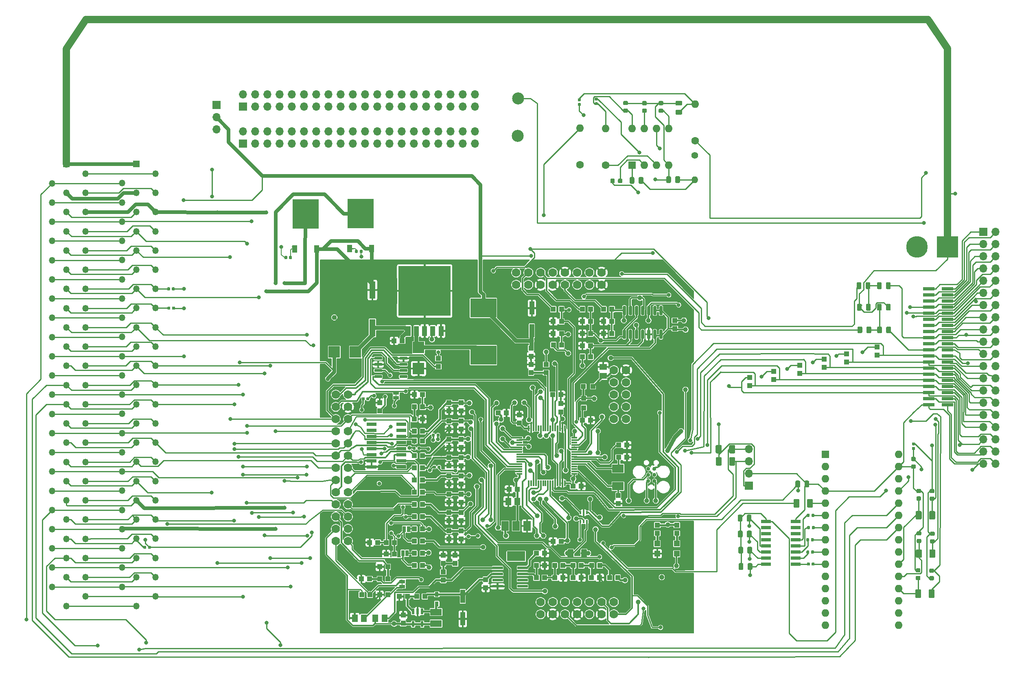
<source format=gbr>
G04 #@! TF.GenerationSoftware,KiCad,Pcbnew,5.1.5+dfsg1-2build2*
G04 #@! TF.CreationDate,2021-04-11T10:29:20+02:00*
G04 #@! TF.ProjectId,mainboardv3.4,6d61696e-626f-4617-9264-76332e342e6b,rev?*
G04 #@! TF.SameCoordinates,Original*
G04 #@! TF.FileFunction,Copper,L1,Top*
G04 #@! TF.FilePolarity,Positive*
%FSLAX46Y46*%
G04 Gerber Fmt 4.6, Leading zero omitted, Abs format (unit mm)*
G04 Created by KiCad (PCBNEW 5.1.5+dfsg1-2build2) date 2021-04-11 10:29:20*
%MOMM*%
%LPD*%
G04 APERTURE LIST*
%ADD10C,0.203200*%
%ADD11C,0.100000*%
%ADD12R,2.200000X0.600000*%
%ADD13C,1.778000*%
%ADD14R,1.000000X1.100000*%
%ADD15R,1.100000X1.000000*%
%ADD16R,1.000000X2.800000*%
%ADD17R,1.300000X3.600000*%
%ADD18R,5.400000X4.000000*%
%ADD19R,2.400000X2.400000*%
%ADD20R,0.300000X1.200000*%
%ADD21R,1.200000X0.300000*%
%ADD22R,3.810000X2.006600*%
%ADD23R,1.498600X2.006600*%
%ADD24R,1.066800X2.159000*%
%ADD25R,10.800000X10.410000*%
%ADD26R,1.300000X1.500000*%
%ADD27R,2.400000X1.700000*%
%ADD28R,1.000000X1.000000*%
%ADD29R,1.200000X1.200000*%
%ADD30R,0.550000X1.200000*%
%ADD31R,2.400000X1.400000*%
%ADD32R,0.800000X1.000000*%
%ADD33R,1.500000X1.300000*%
%ADD34R,1.270000X0.635000*%
%ADD35R,0.400000X0.750000*%
%ADD36R,0.635000X1.270000*%
%ADD37R,1.000000X1.600000*%
%ADD38R,5.400000X6.200000*%
%ADD39R,2.032000X0.660400*%
%ADD40R,2.400000X0.740000*%
%ADD41R,1.350000X1.350000*%
%ADD42O,1.350000X1.350000*%
%ADD43C,2.499360*%
%ADD44R,1.600000X1.600000*%
%ADD45O,1.600000X1.600000*%
%ADD46R,4.500880X4.500880*%
%ADD47C,4.500880*%
%ADD48O,1.700000X1.700000*%
%ADD49R,1.700000X1.700000*%
%ADD50C,1.600000*%
%ADD51C,1.400000*%
%ADD52O,1.400000X1.400000*%
%ADD53C,1.006400*%
%ADD54C,0.800000*%
%ADD55C,0.304800*%
%ADD56C,0.300000*%
%ADD57C,0.250000*%
%ADD58C,0.800000*%
%ADD59C,1.500000*%
%ADD60C,0.406400*%
%ADD61C,0.812800*%
%ADD62C,0.200000*%
%ADD63C,0.152400*%
G04 APERTURE END LIST*
D10*
X85115400Y-85534500D02*
X85115400Y-84772500D01*
X86385400Y-124015500D02*
X86385400Y-124777500D01*
G04 #@! TA.AperFunction,SMDPad,CuDef*
D11*
G36*
X82063863Y-77130082D02*
G01*
X82078424Y-77132242D01*
X82092703Y-77135819D01*
X82106563Y-77140778D01*
X82119870Y-77147072D01*
X82132496Y-77154640D01*
X82144319Y-77163408D01*
X82155226Y-77173294D01*
X82165112Y-77184201D01*
X82173880Y-77196024D01*
X82181448Y-77208650D01*
X82187742Y-77221957D01*
X82192701Y-77235817D01*
X82196278Y-77250096D01*
X82198438Y-77264657D01*
X82199160Y-77279360D01*
X82199160Y-77579360D01*
X82198438Y-77594063D01*
X82196278Y-77608624D01*
X82192701Y-77622903D01*
X82187742Y-77636763D01*
X82181448Y-77650070D01*
X82173880Y-77662696D01*
X82165112Y-77674519D01*
X82155226Y-77685426D01*
X82144319Y-77695312D01*
X82132496Y-77704080D01*
X82119870Y-77711648D01*
X82106563Y-77717942D01*
X82092703Y-77722901D01*
X82078424Y-77726478D01*
X82063863Y-77728638D01*
X82049160Y-77729360D01*
X80699160Y-77729360D01*
X80684457Y-77728638D01*
X80669896Y-77726478D01*
X80655617Y-77722901D01*
X80641757Y-77717942D01*
X80628450Y-77711648D01*
X80615824Y-77704080D01*
X80604001Y-77695312D01*
X80593094Y-77685426D01*
X80583208Y-77674519D01*
X80574440Y-77662696D01*
X80566872Y-77650070D01*
X80560578Y-77636763D01*
X80555619Y-77622903D01*
X80552042Y-77608624D01*
X80549882Y-77594063D01*
X80549160Y-77579360D01*
X80549160Y-77279360D01*
X80549882Y-77264657D01*
X80552042Y-77250096D01*
X80555619Y-77235817D01*
X80560578Y-77221957D01*
X80566872Y-77208650D01*
X80574440Y-77196024D01*
X80583208Y-77184201D01*
X80593094Y-77173294D01*
X80604001Y-77163408D01*
X80615824Y-77154640D01*
X80628450Y-77147072D01*
X80641757Y-77140778D01*
X80655617Y-77135819D01*
X80669896Y-77132242D01*
X80684457Y-77130082D01*
X80699160Y-77129360D01*
X82049160Y-77129360D01*
X82063863Y-77130082D01*
G37*
G04 #@! TD.AperFunction*
G04 #@! TA.AperFunction,SMDPad,CuDef*
G36*
X82063863Y-78400082D02*
G01*
X82078424Y-78402242D01*
X82092703Y-78405819D01*
X82106563Y-78410778D01*
X82119870Y-78417072D01*
X82132496Y-78424640D01*
X82144319Y-78433408D01*
X82155226Y-78443294D01*
X82165112Y-78454201D01*
X82173880Y-78466024D01*
X82181448Y-78478650D01*
X82187742Y-78491957D01*
X82192701Y-78505817D01*
X82196278Y-78520096D01*
X82198438Y-78534657D01*
X82199160Y-78549360D01*
X82199160Y-78849360D01*
X82198438Y-78864063D01*
X82196278Y-78878624D01*
X82192701Y-78892903D01*
X82187742Y-78906763D01*
X82181448Y-78920070D01*
X82173880Y-78932696D01*
X82165112Y-78944519D01*
X82155226Y-78955426D01*
X82144319Y-78965312D01*
X82132496Y-78974080D01*
X82119870Y-78981648D01*
X82106563Y-78987942D01*
X82092703Y-78992901D01*
X82078424Y-78996478D01*
X82063863Y-78998638D01*
X82049160Y-78999360D01*
X80699160Y-78999360D01*
X80684457Y-78998638D01*
X80669896Y-78996478D01*
X80655617Y-78992901D01*
X80641757Y-78987942D01*
X80628450Y-78981648D01*
X80615824Y-78974080D01*
X80604001Y-78965312D01*
X80593094Y-78955426D01*
X80583208Y-78944519D01*
X80574440Y-78932696D01*
X80566872Y-78920070D01*
X80560578Y-78906763D01*
X80555619Y-78892903D01*
X80552042Y-78878624D01*
X80549882Y-78864063D01*
X80549160Y-78849360D01*
X80549160Y-78549360D01*
X80549882Y-78534657D01*
X80552042Y-78520096D01*
X80555619Y-78505817D01*
X80560578Y-78491957D01*
X80566872Y-78478650D01*
X80574440Y-78466024D01*
X80583208Y-78454201D01*
X80593094Y-78443294D01*
X80604001Y-78433408D01*
X80615824Y-78424640D01*
X80628450Y-78417072D01*
X80641757Y-78410778D01*
X80655617Y-78405819D01*
X80669896Y-78402242D01*
X80684457Y-78400082D01*
X80699160Y-78399360D01*
X82049160Y-78399360D01*
X82063863Y-78400082D01*
G37*
G04 #@! TD.AperFunction*
G04 #@! TA.AperFunction,SMDPad,CuDef*
G36*
X82063863Y-79670082D02*
G01*
X82078424Y-79672242D01*
X82092703Y-79675819D01*
X82106563Y-79680778D01*
X82119870Y-79687072D01*
X82132496Y-79694640D01*
X82144319Y-79703408D01*
X82155226Y-79713294D01*
X82165112Y-79724201D01*
X82173880Y-79736024D01*
X82181448Y-79748650D01*
X82187742Y-79761957D01*
X82192701Y-79775817D01*
X82196278Y-79790096D01*
X82198438Y-79804657D01*
X82199160Y-79819360D01*
X82199160Y-80119360D01*
X82198438Y-80134063D01*
X82196278Y-80148624D01*
X82192701Y-80162903D01*
X82187742Y-80176763D01*
X82181448Y-80190070D01*
X82173880Y-80202696D01*
X82165112Y-80214519D01*
X82155226Y-80225426D01*
X82144319Y-80235312D01*
X82132496Y-80244080D01*
X82119870Y-80251648D01*
X82106563Y-80257942D01*
X82092703Y-80262901D01*
X82078424Y-80266478D01*
X82063863Y-80268638D01*
X82049160Y-80269360D01*
X80699160Y-80269360D01*
X80684457Y-80268638D01*
X80669896Y-80266478D01*
X80655617Y-80262901D01*
X80641757Y-80257942D01*
X80628450Y-80251648D01*
X80615824Y-80244080D01*
X80604001Y-80235312D01*
X80593094Y-80225426D01*
X80583208Y-80214519D01*
X80574440Y-80202696D01*
X80566872Y-80190070D01*
X80560578Y-80176763D01*
X80555619Y-80162903D01*
X80552042Y-80148624D01*
X80549882Y-80134063D01*
X80549160Y-80119360D01*
X80549160Y-79819360D01*
X80549882Y-79804657D01*
X80552042Y-79790096D01*
X80555619Y-79775817D01*
X80560578Y-79761957D01*
X80566872Y-79748650D01*
X80574440Y-79736024D01*
X80583208Y-79724201D01*
X80593094Y-79713294D01*
X80604001Y-79703408D01*
X80615824Y-79694640D01*
X80628450Y-79687072D01*
X80641757Y-79680778D01*
X80655617Y-79675819D01*
X80669896Y-79672242D01*
X80684457Y-79670082D01*
X80699160Y-79669360D01*
X82049160Y-79669360D01*
X82063863Y-79670082D01*
G37*
G04 #@! TD.AperFunction*
G04 #@! TA.AperFunction,SMDPad,CuDef*
G36*
X82063863Y-80940082D02*
G01*
X82078424Y-80942242D01*
X82092703Y-80945819D01*
X82106563Y-80950778D01*
X82119870Y-80957072D01*
X82132496Y-80964640D01*
X82144319Y-80973408D01*
X82155226Y-80983294D01*
X82165112Y-80994201D01*
X82173880Y-81006024D01*
X82181448Y-81018650D01*
X82187742Y-81031957D01*
X82192701Y-81045817D01*
X82196278Y-81060096D01*
X82198438Y-81074657D01*
X82199160Y-81089360D01*
X82199160Y-81389360D01*
X82198438Y-81404063D01*
X82196278Y-81418624D01*
X82192701Y-81432903D01*
X82187742Y-81446763D01*
X82181448Y-81460070D01*
X82173880Y-81472696D01*
X82165112Y-81484519D01*
X82155226Y-81495426D01*
X82144319Y-81505312D01*
X82132496Y-81514080D01*
X82119870Y-81521648D01*
X82106563Y-81527942D01*
X82092703Y-81532901D01*
X82078424Y-81536478D01*
X82063863Y-81538638D01*
X82049160Y-81539360D01*
X80699160Y-81539360D01*
X80684457Y-81538638D01*
X80669896Y-81536478D01*
X80655617Y-81532901D01*
X80641757Y-81527942D01*
X80628450Y-81521648D01*
X80615824Y-81514080D01*
X80604001Y-81505312D01*
X80593094Y-81495426D01*
X80583208Y-81484519D01*
X80574440Y-81472696D01*
X80566872Y-81460070D01*
X80560578Y-81446763D01*
X80555619Y-81432903D01*
X80552042Y-81418624D01*
X80549882Y-81404063D01*
X80549160Y-81389360D01*
X80549160Y-81089360D01*
X80549882Y-81074657D01*
X80552042Y-81060096D01*
X80555619Y-81045817D01*
X80560578Y-81031957D01*
X80566872Y-81018650D01*
X80574440Y-81006024D01*
X80583208Y-80994201D01*
X80593094Y-80983294D01*
X80604001Y-80973408D01*
X80615824Y-80964640D01*
X80628450Y-80957072D01*
X80641757Y-80950778D01*
X80655617Y-80945819D01*
X80669896Y-80942242D01*
X80684457Y-80940082D01*
X80699160Y-80939360D01*
X82049160Y-80939360D01*
X82063863Y-80940082D01*
G37*
G04 #@! TD.AperFunction*
G04 #@! TA.AperFunction,SMDPad,CuDef*
G36*
X87313863Y-80940082D02*
G01*
X87328424Y-80942242D01*
X87342703Y-80945819D01*
X87356563Y-80950778D01*
X87369870Y-80957072D01*
X87382496Y-80964640D01*
X87394319Y-80973408D01*
X87405226Y-80983294D01*
X87415112Y-80994201D01*
X87423880Y-81006024D01*
X87431448Y-81018650D01*
X87437742Y-81031957D01*
X87442701Y-81045817D01*
X87446278Y-81060096D01*
X87448438Y-81074657D01*
X87449160Y-81089360D01*
X87449160Y-81389360D01*
X87448438Y-81404063D01*
X87446278Y-81418624D01*
X87442701Y-81432903D01*
X87437742Y-81446763D01*
X87431448Y-81460070D01*
X87423880Y-81472696D01*
X87415112Y-81484519D01*
X87405226Y-81495426D01*
X87394319Y-81505312D01*
X87382496Y-81514080D01*
X87369870Y-81521648D01*
X87356563Y-81527942D01*
X87342703Y-81532901D01*
X87328424Y-81536478D01*
X87313863Y-81538638D01*
X87299160Y-81539360D01*
X85949160Y-81539360D01*
X85934457Y-81538638D01*
X85919896Y-81536478D01*
X85905617Y-81532901D01*
X85891757Y-81527942D01*
X85878450Y-81521648D01*
X85865824Y-81514080D01*
X85854001Y-81505312D01*
X85843094Y-81495426D01*
X85833208Y-81484519D01*
X85824440Y-81472696D01*
X85816872Y-81460070D01*
X85810578Y-81446763D01*
X85805619Y-81432903D01*
X85802042Y-81418624D01*
X85799882Y-81404063D01*
X85799160Y-81389360D01*
X85799160Y-81089360D01*
X85799882Y-81074657D01*
X85802042Y-81060096D01*
X85805619Y-81045817D01*
X85810578Y-81031957D01*
X85816872Y-81018650D01*
X85824440Y-81006024D01*
X85833208Y-80994201D01*
X85843094Y-80983294D01*
X85854001Y-80973408D01*
X85865824Y-80964640D01*
X85878450Y-80957072D01*
X85891757Y-80950778D01*
X85905617Y-80945819D01*
X85919896Y-80942242D01*
X85934457Y-80940082D01*
X85949160Y-80939360D01*
X87299160Y-80939360D01*
X87313863Y-80940082D01*
G37*
G04 #@! TD.AperFunction*
G04 #@! TA.AperFunction,SMDPad,CuDef*
G36*
X87313863Y-79670082D02*
G01*
X87328424Y-79672242D01*
X87342703Y-79675819D01*
X87356563Y-79680778D01*
X87369870Y-79687072D01*
X87382496Y-79694640D01*
X87394319Y-79703408D01*
X87405226Y-79713294D01*
X87415112Y-79724201D01*
X87423880Y-79736024D01*
X87431448Y-79748650D01*
X87437742Y-79761957D01*
X87442701Y-79775817D01*
X87446278Y-79790096D01*
X87448438Y-79804657D01*
X87449160Y-79819360D01*
X87449160Y-80119360D01*
X87448438Y-80134063D01*
X87446278Y-80148624D01*
X87442701Y-80162903D01*
X87437742Y-80176763D01*
X87431448Y-80190070D01*
X87423880Y-80202696D01*
X87415112Y-80214519D01*
X87405226Y-80225426D01*
X87394319Y-80235312D01*
X87382496Y-80244080D01*
X87369870Y-80251648D01*
X87356563Y-80257942D01*
X87342703Y-80262901D01*
X87328424Y-80266478D01*
X87313863Y-80268638D01*
X87299160Y-80269360D01*
X85949160Y-80269360D01*
X85934457Y-80268638D01*
X85919896Y-80266478D01*
X85905617Y-80262901D01*
X85891757Y-80257942D01*
X85878450Y-80251648D01*
X85865824Y-80244080D01*
X85854001Y-80235312D01*
X85843094Y-80225426D01*
X85833208Y-80214519D01*
X85824440Y-80202696D01*
X85816872Y-80190070D01*
X85810578Y-80176763D01*
X85805619Y-80162903D01*
X85802042Y-80148624D01*
X85799882Y-80134063D01*
X85799160Y-80119360D01*
X85799160Y-79819360D01*
X85799882Y-79804657D01*
X85802042Y-79790096D01*
X85805619Y-79775817D01*
X85810578Y-79761957D01*
X85816872Y-79748650D01*
X85824440Y-79736024D01*
X85833208Y-79724201D01*
X85843094Y-79713294D01*
X85854001Y-79703408D01*
X85865824Y-79694640D01*
X85878450Y-79687072D01*
X85891757Y-79680778D01*
X85905617Y-79675819D01*
X85919896Y-79672242D01*
X85934457Y-79670082D01*
X85949160Y-79669360D01*
X87299160Y-79669360D01*
X87313863Y-79670082D01*
G37*
G04 #@! TD.AperFunction*
G04 #@! TA.AperFunction,SMDPad,CuDef*
G36*
X87313863Y-78400082D02*
G01*
X87328424Y-78402242D01*
X87342703Y-78405819D01*
X87356563Y-78410778D01*
X87369870Y-78417072D01*
X87382496Y-78424640D01*
X87394319Y-78433408D01*
X87405226Y-78443294D01*
X87415112Y-78454201D01*
X87423880Y-78466024D01*
X87431448Y-78478650D01*
X87437742Y-78491957D01*
X87442701Y-78505817D01*
X87446278Y-78520096D01*
X87448438Y-78534657D01*
X87449160Y-78549360D01*
X87449160Y-78849360D01*
X87448438Y-78864063D01*
X87446278Y-78878624D01*
X87442701Y-78892903D01*
X87437742Y-78906763D01*
X87431448Y-78920070D01*
X87423880Y-78932696D01*
X87415112Y-78944519D01*
X87405226Y-78955426D01*
X87394319Y-78965312D01*
X87382496Y-78974080D01*
X87369870Y-78981648D01*
X87356563Y-78987942D01*
X87342703Y-78992901D01*
X87328424Y-78996478D01*
X87313863Y-78998638D01*
X87299160Y-78999360D01*
X85949160Y-78999360D01*
X85934457Y-78998638D01*
X85919896Y-78996478D01*
X85905617Y-78992901D01*
X85891757Y-78987942D01*
X85878450Y-78981648D01*
X85865824Y-78974080D01*
X85854001Y-78965312D01*
X85843094Y-78955426D01*
X85833208Y-78944519D01*
X85824440Y-78932696D01*
X85816872Y-78920070D01*
X85810578Y-78906763D01*
X85805619Y-78892903D01*
X85802042Y-78878624D01*
X85799882Y-78864063D01*
X85799160Y-78849360D01*
X85799160Y-78549360D01*
X85799882Y-78534657D01*
X85802042Y-78520096D01*
X85805619Y-78505817D01*
X85810578Y-78491957D01*
X85816872Y-78478650D01*
X85824440Y-78466024D01*
X85833208Y-78454201D01*
X85843094Y-78443294D01*
X85854001Y-78433408D01*
X85865824Y-78424640D01*
X85878450Y-78417072D01*
X85891757Y-78410778D01*
X85905617Y-78405819D01*
X85919896Y-78402242D01*
X85934457Y-78400082D01*
X85949160Y-78399360D01*
X87299160Y-78399360D01*
X87313863Y-78400082D01*
G37*
G04 #@! TD.AperFunction*
G04 #@! TA.AperFunction,SMDPad,CuDef*
G36*
X87313863Y-77130082D02*
G01*
X87328424Y-77132242D01*
X87342703Y-77135819D01*
X87356563Y-77140778D01*
X87369870Y-77147072D01*
X87382496Y-77154640D01*
X87394319Y-77163408D01*
X87405226Y-77173294D01*
X87415112Y-77184201D01*
X87423880Y-77196024D01*
X87431448Y-77208650D01*
X87437742Y-77221957D01*
X87442701Y-77235817D01*
X87446278Y-77250096D01*
X87448438Y-77264657D01*
X87449160Y-77279360D01*
X87449160Y-77579360D01*
X87448438Y-77594063D01*
X87446278Y-77608624D01*
X87442701Y-77622903D01*
X87437742Y-77636763D01*
X87431448Y-77650070D01*
X87423880Y-77662696D01*
X87415112Y-77674519D01*
X87405226Y-77685426D01*
X87394319Y-77695312D01*
X87382496Y-77704080D01*
X87369870Y-77711648D01*
X87356563Y-77717942D01*
X87342703Y-77722901D01*
X87328424Y-77726478D01*
X87313863Y-77728638D01*
X87299160Y-77729360D01*
X85949160Y-77729360D01*
X85934457Y-77728638D01*
X85919896Y-77726478D01*
X85905617Y-77722901D01*
X85891757Y-77717942D01*
X85878450Y-77711648D01*
X85865824Y-77704080D01*
X85854001Y-77695312D01*
X85843094Y-77685426D01*
X85833208Y-77674519D01*
X85824440Y-77662696D01*
X85816872Y-77650070D01*
X85810578Y-77636763D01*
X85805619Y-77622903D01*
X85802042Y-77608624D01*
X85799882Y-77594063D01*
X85799160Y-77579360D01*
X85799160Y-77279360D01*
X85799882Y-77264657D01*
X85802042Y-77250096D01*
X85805619Y-77235817D01*
X85810578Y-77221957D01*
X85816872Y-77208650D01*
X85824440Y-77196024D01*
X85833208Y-77184201D01*
X85843094Y-77173294D01*
X85854001Y-77163408D01*
X85865824Y-77154640D01*
X85878450Y-77147072D01*
X85891757Y-77140778D01*
X85905617Y-77135819D01*
X85919896Y-77132242D01*
X85934457Y-77130082D01*
X85949160Y-77129360D01*
X87299160Y-77129360D01*
X87313863Y-77130082D01*
G37*
G04 #@! TD.AperFunction*
D12*
X111398500Y-124888600D03*
X111398500Y-123618600D03*
X111398500Y-121078600D03*
X106198500Y-124888600D03*
X106198500Y-123618600D03*
X106198500Y-121078600D03*
X111398500Y-122348600D03*
X106198500Y-122348600D03*
D13*
X115163500Y-130716100D03*
X115163500Y-128176100D03*
X117703500Y-130716100D03*
X117703500Y-128176100D03*
X120243500Y-130716100D03*
X120243500Y-128176100D03*
X122783500Y-130716100D03*
X122783500Y-128176100D03*
X125323500Y-130716100D03*
X125323500Y-128176100D03*
X127863500Y-130716100D03*
X127863500Y-128176100D03*
X130403500Y-130716100D03*
X130403500Y-128176100D03*
D14*
X77924500Y-126612100D03*
X79624500Y-126612100D03*
X88913500Y-115476100D03*
X90613500Y-115476100D03*
D15*
X119368500Y-84983600D03*
X117668500Y-84983600D03*
D13*
X72542400Y-84996100D03*
X75082400Y-84996100D03*
X72542400Y-87536100D03*
X75082400Y-87536100D03*
X72542400Y-90076100D03*
X75082400Y-90076100D03*
X72542400Y-92616100D03*
X75082400Y-92616100D03*
X72542400Y-95156100D03*
X75082400Y-95156100D03*
X72542400Y-97696100D03*
X75082400Y-97696100D03*
X72542400Y-100236100D03*
X75082400Y-100236100D03*
X72542400Y-102776100D03*
X75082400Y-102776100D03*
X72542400Y-105316100D03*
X75082400Y-105316100D03*
X72542400Y-107856100D03*
X75082400Y-107856100D03*
X72542400Y-110396100D03*
X75082400Y-110396100D03*
X72542400Y-112936100D03*
X75082400Y-112936100D03*
X72542400Y-115476100D03*
X75082400Y-115476100D03*
D14*
X98653500Y-88386100D03*
X98653500Y-86686100D03*
X98653500Y-92196100D03*
X98653500Y-90496100D03*
X98653500Y-96006100D03*
X98653500Y-94306100D03*
X98653500Y-99816100D03*
X98653500Y-98116100D03*
X98653500Y-103626100D03*
X98653500Y-101926100D03*
X98653500Y-107436100D03*
X98653500Y-105736100D03*
X98653500Y-111246100D03*
X98653500Y-109546100D03*
X98653500Y-115056100D03*
X98653500Y-113356100D03*
D13*
X127863500Y-59596100D03*
X127863500Y-62136100D03*
X125323500Y-59596100D03*
X125323500Y-62136100D03*
X122783500Y-59596100D03*
X122783500Y-62136100D03*
X120243500Y-59596100D03*
X120243500Y-62136100D03*
X117703500Y-59596100D03*
X117703500Y-62136100D03*
X115163500Y-59596100D03*
X115163500Y-62136100D03*
X112623500Y-59596100D03*
X112623500Y-62136100D03*
X110083500Y-59596100D03*
X110083500Y-62136100D03*
D15*
X93878400Y-77445500D03*
X93878400Y-79145500D03*
D14*
X90613500Y-90076100D03*
X88913500Y-90076100D03*
D15*
X88913500Y-84996100D03*
X90613500Y-84996100D03*
D14*
X90613500Y-87536100D03*
X88913500Y-87536100D03*
D15*
X117793500Y-69756100D03*
X119493500Y-69756100D03*
D14*
X119493500Y-67216100D03*
X117793500Y-67216100D03*
X119523500Y-74666100D03*
X117823500Y-74666100D03*
D15*
X117793500Y-72296100D03*
X119493500Y-72296100D03*
D14*
X125573500Y-77106100D03*
X123873500Y-77106100D03*
D15*
X123863500Y-74836100D03*
X125563500Y-74836100D03*
D14*
X83374500Y-120827100D03*
X81674500Y-120827100D03*
X84734400Y-118173500D03*
X83034400Y-118173500D03*
X113151000Y-77026100D03*
X113151000Y-75326100D03*
D15*
X84676000Y-73778600D03*
X86376000Y-73778600D03*
D16*
X113336000Y-71681100D03*
X113336000Y-66981100D03*
D17*
X80158500Y-71083600D03*
X80158500Y-63208600D03*
D18*
X103251000Y-66973600D03*
X103251000Y-76773600D03*
D19*
X89763500Y-79576100D03*
X89763500Y-75176100D03*
D15*
X143103500Y-69551100D03*
X143103500Y-71251100D03*
D14*
X81674500Y-123367100D03*
X83374500Y-123367100D03*
D15*
X77864500Y-123367100D03*
X79564500Y-123367100D03*
D14*
X83034400Y-115760500D03*
X84734400Y-115760500D03*
D15*
X79605400Y-115760500D03*
X81305400Y-115760500D03*
D14*
X125563500Y-67216100D03*
X123863500Y-67216100D03*
X129983500Y-67216100D03*
X128283500Y-67216100D03*
D15*
X123863500Y-69756100D03*
X125563500Y-69756100D03*
X128283500Y-69756100D03*
X129983500Y-69756100D03*
D14*
X88913500Y-120556100D03*
X90613500Y-120556100D03*
D15*
X108058500Y-88808600D03*
X106358500Y-88808600D03*
D14*
X88913500Y-118016100D03*
X90613500Y-118016100D03*
X88913500Y-112936100D03*
X90613500Y-112936100D03*
D20*
X120183500Y-103396100D03*
X119683500Y-103396100D03*
X119183500Y-103396100D03*
X118683500Y-103396100D03*
X118183500Y-103396100D03*
X117683500Y-103396100D03*
X117183500Y-103396100D03*
X116683500Y-103396100D03*
X116183500Y-103396100D03*
X115683500Y-103396100D03*
X115183500Y-103396100D03*
X114683500Y-103396100D03*
X114183500Y-103396100D03*
X113683500Y-103396100D03*
X113183500Y-103396100D03*
X112683500Y-103396100D03*
D21*
X110733500Y-101446100D03*
X110733500Y-100946100D03*
X110733500Y-100446100D03*
X110733500Y-99946100D03*
X110733500Y-99446100D03*
X110733500Y-98946100D03*
X110733500Y-98446100D03*
X110733500Y-97946100D03*
X110733500Y-97446100D03*
X110733500Y-96946100D03*
X110733500Y-96446100D03*
X110733500Y-95946100D03*
X110733500Y-95446100D03*
X110733500Y-94946100D03*
X110733500Y-94446100D03*
X110733500Y-93946100D03*
D20*
X112683500Y-91996100D03*
X113183500Y-91996100D03*
X113683500Y-91996100D03*
X114183500Y-91996100D03*
X114683500Y-91996100D03*
X115183500Y-91996100D03*
X115683500Y-91996100D03*
X116183500Y-91996100D03*
X116683500Y-91996100D03*
X117183500Y-91996100D03*
X117683500Y-91996100D03*
X118183500Y-91996100D03*
X118683500Y-91996100D03*
X119183500Y-91996100D03*
X119683500Y-91996100D03*
X120183500Y-91996100D03*
D21*
X122133500Y-93946100D03*
X122133500Y-94446100D03*
X122133500Y-94946100D03*
X122133500Y-95446100D03*
X122133500Y-95946100D03*
X122133500Y-96446100D03*
X122133500Y-96946100D03*
X122133500Y-97446100D03*
X122133500Y-97946100D03*
X122133500Y-98446100D03*
X122133500Y-98946100D03*
X122133500Y-99446100D03*
X122133500Y-99946100D03*
X122133500Y-100446100D03*
X122133500Y-100946100D03*
X122133500Y-101446100D03*
D22*
X110083500Y-118625700D03*
D23*
X107772100Y-112326500D03*
X110058100Y-112326500D03*
X112344100Y-112326500D03*
D14*
X110708500Y-90926100D03*
X110708500Y-89226100D03*
X119358500Y-88576100D03*
X119358500Y-86876100D03*
D15*
X110298500Y-104681100D03*
X108598500Y-104681100D03*
X121933500Y-104046100D03*
X123633500Y-104046100D03*
X123843500Y-90296100D03*
X125543500Y-90296100D03*
D14*
X90613500Y-110396100D03*
X88913500Y-110396100D03*
X90613500Y-107856100D03*
X88913500Y-107856100D03*
X90613500Y-105316100D03*
X88913500Y-105316100D03*
X90613500Y-102776100D03*
X88913500Y-102776100D03*
X90613500Y-100236100D03*
X88913500Y-100236100D03*
X90613500Y-97696100D03*
X88913500Y-97696100D03*
X90613500Y-94615000D03*
X88913500Y-94615000D03*
X90613500Y-92616100D03*
X88913500Y-92616100D03*
D15*
X96113500Y-86686100D03*
X96113500Y-88386100D03*
X96113500Y-90496100D03*
X96113500Y-92196100D03*
X96113500Y-94306100D03*
X96113500Y-96006100D03*
X96113500Y-98116100D03*
X96113500Y-99816100D03*
X96113500Y-101926100D03*
X96113500Y-103626100D03*
X96113500Y-105736100D03*
X96113500Y-107436100D03*
X96113500Y-109546100D03*
X96113500Y-111246100D03*
X96113500Y-113356100D03*
X96113500Y-115056100D03*
D24*
X94437100Y-71737300D03*
X92735300Y-71737300D03*
X91033500Y-71737300D03*
X89331700Y-71737300D03*
X87629900Y-71737300D03*
D25*
X91033500Y-63406100D03*
D26*
X108438500Y-107221100D03*
X110338500Y-107221100D03*
D15*
X133118500Y-95486100D03*
X131418500Y-95486100D03*
D27*
X131236000Y-104063600D03*
X131236000Y-100363600D03*
D14*
X131306000Y-107686100D03*
X131306000Y-105986100D03*
D15*
X133116000Y-98011100D03*
X131416000Y-98011100D03*
D14*
X129493500Y-123096100D03*
X131193500Y-123096100D03*
X121933500Y-120556100D03*
X123633500Y-120556100D03*
X118123500Y-120556100D03*
X119823500Y-120556100D03*
D15*
X127443500Y-123096100D03*
X125743500Y-123096100D03*
X123633500Y-123096100D03*
X121933500Y-123096100D03*
X119823500Y-123096100D03*
X118123500Y-123096100D03*
X114313500Y-123096100D03*
X116013500Y-123096100D03*
D14*
X103733500Y-123516100D03*
X103733500Y-125216100D03*
D16*
X98958500Y-126953600D03*
X98958500Y-131653600D03*
D26*
X76484400Y-131508500D03*
X78384400Y-131508500D03*
X80797400Y-131508500D03*
X82697400Y-131508500D03*
D14*
X83374500Y-126652100D03*
X81674500Y-126652100D03*
D15*
X94911000Y-123601100D03*
X94911000Y-121901100D03*
D14*
X97383500Y-120146100D03*
X97383500Y-118446100D03*
D28*
X124131000Y-85736100D03*
X124131000Y-87736100D03*
D13*
X130403500Y-90076100D03*
X130403500Y-87536100D03*
X130403500Y-84996100D03*
X130403500Y-82456100D03*
X130403500Y-79916100D03*
X132943500Y-90076100D03*
X132943500Y-87536100D03*
X132943500Y-84996100D03*
X132943500Y-82456100D03*
X132943500Y-79916100D03*
D29*
X139423500Y-115996100D03*
X139423500Y-118096100D03*
X143486000Y-115996100D03*
X143486000Y-118096100D03*
D15*
X139423500Y-113833600D03*
X139423500Y-112133600D03*
X143486000Y-113833600D03*
X143486000Y-112133600D03*
X117751000Y-115516100D03*
X119451000Y-115516100D03*
D14*
X125538500Y-72296100D03*
X123838500Y-72296100D03*
X129983500Y-72296100D03*
X128283500Y-72296100D03*
X94883500Y-120146100D03*
X94883500Y-118446100D03*
D30*
X90526000Y-132743600D03*
X88626000Y-132743600D03*
X88626000Y-130143600D03*
X89576000Y-130143600D03*
X90526000Y-130143600D03*
D31*
X93386000Y-130243600D03*
X93386000Y-132643600D03*
D14*
X91061000Y-127008600D03*
X89361000Y-127008600D03*
X87438500Y-127008600D03*
X85738500Y-127008600D03*
X86561000Y-130893600D03*
X86561000Y-132593600D03*
D19*
X72223500Y-76108600D03*
X76623500Y-76108600D03*
D32*
X93573500Y-126541100D03*
X93573500Y-128541100D03*
D15*
X114313500Y-118016100D03*
X116013500Y-118016100D03*
D28*
X126048500Y-83296100D03*
X124048500Y-83296100D03*
D15*
X116298500Y-78696100D03*
X116298500Y-80396100D03*
G04 #@! TA.AperFunction,SMDPad,CuDef*
D11*
G36*
X140410010Y-122486007D02*
G01*
X140458546Y-122493206D01*
X140506143Y-122505129D01*
X140552343Y-122521659D01*
X140596699Y-122542638D01*
X140638786Y-122567864D01*
X140678198Y-122597094D01*
X140714554Y-122630046D01*
X140747506Y-122666402D01*
X140776736Y-122705814D01*
X140801962Y-122747901D01*
X140822941Y-122792257D01*
X140839471Y-122838457D01*
X140851394Y-122886054D01*
X140858593Y-122934590D01*
X140861001Y-122983599D01*
X140861001Y-122983601D01*
X140858593Y-123032610D01*
X140851394Y-123081146D01*
X140839471Y-123128743D01*
X140822941Y-123174943D01*
X140801962Y-123219299D01*
X140776736Y-123261386D01*
X140747506Y-123300798D01*
X140714554Y-123337154D01*
X140678198Y-123370106D01*
X140638786Y-123399336D01*
X140596699Y-123424562D01*
X140552343Y-123445541D01*
X140506143Y-123462071D01*
X140458546Y-123473994D01*
X140410010Y-123481193D01*
X140361001Y-123483601D01*
X140360999Y-123483601D01*
X140311990Y-123481193D01*
X140263454Y-123473994D01*
X140215857Y-123462071D01*
X140169657Y-123445541D01*
X140125301Y-123424562D01*
X140083214Y-123399336D01*
X140043802Y-123370106D01*
X140007446Y-123337154D01*
X139974494Y-123300798D01*
X139945264Y-123261386D01*
X139920038Y-123219299D01*
X139899059Y-123174943D01*
X139882529Y-123128743D01*
X139870606Y-123081146D01*
X139863407Y-123032610D01*
X139860999Y-122983601D01*
X139860999Y-122983599D01*
X139863407Y-122934590D01*
X139870606Y-122886054D01*
X139882529Y-122838457D01*
X139899059Y-122792257D01*
X139920038Y-122747901D01*
X139945264Y-122705814D01*
X139974494Y-122666402D01*
X140007446Y-122630046D01*
X140043802Y-122597094D01*
X140083214Y-122567864D01*
X140125301Y-122542638D01*
X140169657Y-122521659D01*
X140215857Y-122505129D01*
X140263454Y-122493206D01*
X140311990Y-122486007D01*
X140360999Y-122483599D01*
X140361001Y-122483599D01*
X140410010Y-122486007D01*
G37*
G04 #@! TD.AperFunction*
G04 #@! TA.AperFunction,SMDPad,CuDef*
G36*
X72285010Y-68423507D02*
G01*
X72333546Y-68430706D01*
X72381143Y-68442629D01*
X72427343Y-68459159D01*
X72471699Y-68480138D01*
X72513786Y-68505364D01*
X72553198Y-68534594D01*
X72589554Y-68567546D01*
X72622506Y-68603902D01*
X72651736Y-68643314D01*
X72676962Y-68685401D01*
X72697941Y-68729757D01*
X72714471Y-68775957D01*
X72726394Y-68823554D01*
X72733593Y-68872090D01*
X72736001Y-68921099D01*
X72736001Y-68921101D01*
X72733593Y-68970110D01*
X72726394Y-69018646D01*
X72714471Y-69066243D01*
X72697941Y-69112443D01*
X72676962Y-69156799D01*
X72651736Y-69198886D01*
X72622506Y-69238298D01*
X72589554Y-69274654D01*
X72553198Y-69307606D01*
X72513786Y-69336836D01*
X72471699Y-69362062D01*
X72427343Y-69383041D01*
X72381143Y-69399571D01*
X72333546Y-69411494D01*
X72285010Y-69418693D01*
X72236001Y-69421101D01*
X72235999Y-69421101D01*
X72186990Y-69418693D01*
X72138454Y-69411494D01*
X72090857Y-69399571D01*
X72044657Y-69383041D01*
X72000301Y-69362062D01*
X71958214Y-69336836D01*
X71918802Y-69307606D01*
X71882446Y-69274654D01*
X71849494Y-69238298D01*
X71820264Y-69198886D01*
X71795038Y-69156799D01*
X71774059Y-69112443D01*
X71757529Y-69066243D01*
X71745606Y-69018646D01*
X71738407Y-68970110D01*
X71735999Y-68921101D01*
X71735999Y-68921099D01*
X71738407Y-68872090D01*
X71745606Y-68823554D01*
X71757529Y-68775957D01*
X71774059Y-68729757D01*
X71795038Y-68685401D01*
X71820264Y-68643314D01*
X71849494Y-68603902D01*
X71882446Y-68567546D01*
X71918802Y-68534594D01*
X71958214Y-68505364D01*
X72000301Y-68480138D01*
X72044657Y-68459159D01*
X72090857Y-68442629D01*
X72138454Y-68430706D01*
X72186990Y-68423507D01*
X72235999Y-68421099D01*
X72236001Y-68421099D01*
X72285010Y-68423507D01*
G37*
G04 #@! TD.AperFunction*
D33*
X128173500Y-79221100D03*
X128173500Y-81121100D03*
D14*
X125761000Y-120556100D03*
X127461000Y-120556100D03*
X114313500Y-120556100D03*
X116013500Y-120556100D03*
X113173500Y-78696100D03*
X113173500Y-80396100D03*
X81686400Y-86677500D03*
X81686400Y-88377500D03*
D34*
X85115400Y-84645500D03*
X85115400Y-85661500D03*
D35*
X124111000Y-111408600D03*
X124761000Y-111408600D03*
X123461000Y-111408600D03*
X123461000Y-109558600D03*
X124111000Y-109558600D03*
X124761000Y-109558600D03*
G04 #@! TA.AperFunction,SMDPad,CuDef*
D11*
G36*
X138847090Y-102571795D02*
G01*
X138885308Y-102577464D01*
X138922786Y-102586852D01*
X138959163Y-102599868D01*
X138994090Y-102616387D01*
X139027229Y-102636249D01*
X139058262Y-102659265D01*
X139086889Y-102685211D01*
X139112835Y-102713838D01*
X139135851Y-102744871D01*
X139155713Y-102778010D01*
X139172232Y-102812937D01*
X139185248Y-102849314D01*
X139194636Y-102886792D01*
X139200305Y-102925010D01*
X139202201Y-102963599D01*
X139202201Y-102963601D01*
X139200305Y-103002190D01*
X139194636Y-103040408D01*
X139185248Y-103077886D01*
X139172232Y-103114263D01*
X139155713Y-103149190D01*
X139135851Y-103182329D01*
X139112835Y-103213362D01*
X139086889Y-103241989D01*
X139058262Y-103267935D01*
X139027229Y-103290951D01*
X138994090Y-103310813D01*
X138959163Y-103327332D01*
X138922786Y-103340348D01*
X138885308Y-103349736D01*
X138847090Y-103355405D01*
X138808501Y-103357301D01*
X138808499Y-103357301D01*
X138769910Y-103355405D01*
X138731692Y-103349736D01*
X138694214Y-103340348D01*
X138657837Y-103327332D01*
X138622910Y-103310813D01*
X138589771Y-103290951D01*
X138558738Y-103267935D01*
X138530111Y-103241989D01*
X138504165Y-103213362D01*
X138481149Y-103182329D01*
X138461287Y-103149190D01*
X138444768Y-103114263D01*
X138431752Y-103077886D01*
X138422364Y-103040408D01*
X138416695Y-103002190D01*
X138414799Y-102963601D01*
X138414799Y-102963599D01*
X138416695Y-102925010D01*
X138422364Y-102886792D01*
X138431752Y-102849314D01*
X138444768Y-102812937D01*
X138461287Y-102778010D01*
X138481149Y-102744871D01*
X138504165Y-102713838D01*
X138530111Y-102685211D01*
X138558738Y-102659265D01*
X138589771Y-102636249D01*
X138622910Y-102616387D01*
X138657837Y-102599868D01*
X138694214Y-102586852D01*
X138731692Y-102577464D01*
X138769910Y-102571795D01*
X138808499Y-102569899D01*
X138808501Y-102569899D01*
X138847090Y-102571795D01*
G37*
G04 #@! TD.AperFunction*
G04 #@! TA.AperFunction,SMDPad,CuDef*
G36*
X138847090Y-101301795D02*
G01*
X138885308Y-101307464D01*
X138922786Y-101316852D01*
X138959163Y-101329868D01*
X138994090Y-101346387D01*
X139027229Y-101366249D01*
X139058262Y-101389265D01*
X139086889Y-101415211D01*
X139112835Y-101443838D01*
X139135851Y-101474871D01*
X139155713Y-101508010D01*
X139172232Y-101542937D01*
X139185248Y-101579314D01*
X139194636Y-101616792D01*
X139200305Y-101655010D01*
X139202201Y-101693599D01*
X139202201Y-101693601D01*
X139200305Y-101732190D01*
X139194636Y-101770408D01*
X139185248Y-101807886D01*
X139172232Y-101844263D01*
X139155713Y-101879190D01*
X139135851Y-101912329D01*
X139112835Y-101943362D01*
X139086889Y-101971989D01*
X139058262Y-101997935D01*
X139027229Y-102020951D01*
X138994090Y-102040813D01*
X138959163Y-102057332D01*
X138922786Y-102070348D01*
X138885308Y-102079736D01*
X138847090Y-102085405D01*
X138808501Y-102087301D01*
X138808499Y-102087301D01*
X138769910Y-102085405D01*
X138731692Y-102079736D01*
X138694214Y-102070348D01*
X138657837Y-102057332D01*
X138622910Y-102040813D01*
X138589771Y-102020951D01*
X138558738Y-101997935D01*
X138530111Y-101971989D01*
X138504165Y-101943362D01*
X138481149Y-101912329D01*
X138461287Y-101879190D01*
X138444768Y-101844263D01*
X138431752Y-101807886D01*
X138422364Y-101770408D01*
X138416695Y-101732190D01*
X138414799Y-101693601D01*
X138414799Y-101693599D01*
X138416695Y-101655010D01*
X138422364Y-101616792D01*
X138431752Y-101579314D01*
X138444768Y-101542937D01*
X138461287Y-101508010D01*
X138481149Y-101474871D01*
X138504165Y-101443838D01*
X138530111Y-101415211D01*
X138558738Y-101389265D01*
X138589771Y-101366249D01*
X138622910Y-101346387D01*
X138657837Y-101329868D01*
X138694214Y-101316852D01*
X138731692Y-101307464D01*
X138769910Y-101301795D01*
X138808499Y-101299899D01*
X138808501Y-101299899D01*
X138847090Y-101301795D01*
G37*
G04 #@! TD.AperFunction*
G04 #@! TA.AperFunction,SMDPad,CuDef*
G36*
X138847090Y-100031795D02*
G01*
X138885308Y-100037464D01*
X138922786Y-100046852D01*
X138959163Y-100059868D01*
X138994090Y-100076387D01*
X139027229Y-100096249D01*
X139058262Y-100119265D01*
X139086889Y-100145211D01*
X139112835Y-100173838D01*
X139135851Y-100204871D01*
X139155713Y-100238010D01*
X139172232Y-100272937D01*
X139185248Y-100309314D01*
X139194636Y-100346792D01*
X139200305Y-100385010D01*
X139202201Y-100423599D01*
X139202201Y-100423601D01*
X139200305Y-100462190D01*
X139194636Y-100500408D01*
X139185248Y-100537886D01*
X139172232Y-100574263D01*
X139155713Y-100609190D01*
X139135851Y-100642329D01*
X139112835Y-100673362D01*
X139086889Y-100701989D01*
X139058262Y-100727935D01*
X139027229Y-100750951D01*
X138994090Y-100770813D01*
X138959163Y-100787332D01*
X138922786Y-100800348D01*
X138885308Y-100809736D01*
X138847090Y-100815405D01*
X138808501Y-100817301D01*
X138808499Y-100817301D01*
X138769910Y-100815405D01*
X138731692Y-100809736D01*
X138694214Y-100800348D01*
X138657837Y-100787332D01*
X138622910Y-100770813D01*
X138589771Y-100750951D01*
X138558738Y-100727935D01*
X138530111Y-100701989D01*
X138504165Y-100673362D01*
X138481149Y-100642329D01*
X138461287Y-100609190D01*
X138444768Y-100574263D01*
X138431752Y-100537886D01*
X138422364Y-100500408D01*
X138416695Y-100462190D01*
X138414799Y-100423601D01*
X138414799Y-100423599D01*
X138416695Y-100385010D01*
X138422364Y-100346792D01*
X138431752Y-100309314D01*
X138444768Y-100272937D01*
X138461287Y-100238010D01*
X138481149Y-100204871D01*
X138504165Y-100173838D01*
X138530111Y-100145211D01*
X138558738Y-100119265D01*
X138589771Y-100096249D01*
X138622910Y-100076387D01*
X138657837Y-100059868D01*
X138694214Y-100046852D01*
X138731692Y-100037464D01*
X138769910Y-100031795D01*
X138808499Y-100029899D01*
X138808501Y-100029899D01*
X138847090Y-100031795D01*
G37*
G04 #@! TD.AperFunction*
G04 #@! TA.AperFunction,SMDPad,CuDef*
G36*
X137577090Y-100031795D02*
G01*
X137615308Y-100037464D01*
X137652786Y-100046852D01*
X137689163Y-100059868D01*
X137724090Y-100076387D01*
X137757229Y-100096249D01*
X137788262Y-100119265D01*
X137816889Y-100145211D01*
X137842835Y-100173838D01*
X137865851Y-100204871D01*
X137885713Y-100238010D01*
X137902232Y-100272937D01*
X137915248Y-100309314D01*
X137924636Y-100346792D01*
X137930305Y-100385010D01*
X137932201Y-100423599D01*
X137932201Y-100423601D01*
X137930305Y-100462190D01*
X137924636Y-100500408D01*
X137915248Y-100537886D01*
X137902232Y-100574263D01*
X137885713Y-100609190D01*
X137865851Y-100642329D01*
X137842835Y-100673362D01*
X137816889Y-100701989D01*
X137788262Y-100727935D01*
X137757229Y-100750951D01*
X137724090Y-100770813D01*
X137689163Y-100787332D01*
X137652786Y-100800348D01*
X137615308Y-100809736D01*
X137577090Y-100815405D01*
X137538501Y-100817301D01*
X137538499Y-100817301D01*
X137499910Y-100815405D01*
X137461692Y-100809736D01*
X137424214Y-100800348D01*
X137387837Y-100787332D01*
X137352910Y-100770813D01*
X137319771Y-100750951D01*
X137288738Y-100727935D01*
X137260111Y-100701989D01*
X137234165Y-100673362D01*
X137211149Y-100642329D01*
X137191287Y-100609190D01*
X137174768Y-100574263D01*
X137161752Y-100537886D01*
X137152364Y-100500408D01*
X137146695Y-100462190D01*
X137144799Y-100423601D01*
X137144799Y-100423599D01*
X137146695Y-100385010D01*
X137152364Y-100346792D01*
X137161752Y-100309314D01*
X137174768Y-100272937D01*
X137191287Y-100238010D01*
X137211149Y-100204871D01*
X137234165Y-100173838D01*
X137260111Y-100145211D01*
X137288738Y-100119265D01*
X137319771Y-100096249D01*
X137352910Y-100076387D01*
X137387837Y-100059868D01*
X137424214Y-100046852D01*
X137461692Y-100037464D01*
X137499910Y-100031795D01*
X137538499Y-100029899D01*
X137538501Y-100029899D01*
X137577090Y-100031795D01*
G37*
G04 #@! TD.AperFunction*
G04 #@! TA.AperFunction,SMDPad,CuDef*
G36*
X137577090Y-101301795D02*
G01*
X137615308Y-101307464D01*
X137652786Y-101316852D01*
X137689163Y-101329868D01*
X137724090Y-101346387D01*
X137757229Y-101366249D01*
X137788262Y-101389265D01*
X137816889Y-101415211D01*
X137842835Y-101443838D01*
X137865851Y-101474871D01*
X137885713Y-101508010D01*
X137902232Y-101542937D01*
X137915248Y-101579314D01*
X137924636Y-101616792D01*
X137930305Y-101655010D01*
X137932201Y-101693599D01*
X137932201Y-101693601D01*
X137930305Y-101732190D01*
X137924636Y-101770408D01*
X137915248Y-101807886D01*
X137902232Y-101844263D01*
X137885713Y-101879190D01*
X137865851Y-101912329D01*
X137842835Y-101943362D01*
X137816889Y-101971989D01*
X137788262Y-101997935D01*
X137757229Y-102020951D01*
X137724090Y-102040813D01*
X137689163Y-102057332D01*
X137652786Y-102070348D01*
X137615308Y-102079736D01*
X137577090Y-102085405D01*
X137538501Y-102087301D01*
X137538499Y-102087301D01*
X137499910Y-102085405D01*
X137461692Y-102079736D01*
X137424214Y-102070348D01*
X137387837Y-102057332D01*
X137352910Y-102040813D01*
X137319771Y-102020951D01*
X137288738Y-101997935D01*
X137260111Y-101971989D01*
X137234165Y-101943362D01*
X137211149Y-101912329D01*
X137191287Y-101879190D01*
X137174768Y-101844263D01*
X137161752Y-101807886D01*
X137152364Y-101770408D01*
X137146695Y-101732190D01*
X137144799Y-101693601D01*
X137144799Y-101693599D01*
X137146695Y-101655010D01*
X137152364Y-101616792D01*
X137161752Y-101579314D01*
X137174768Y-101542937D01*
X137191287Y-101508010D01*
X137211149Y-101474871D01*
X137234165Y-101443838D01*
X137260111Y-101415211D01*
X137288738Y-101389265D01*
X137319771Y-101366249D01*
X137352910Y-101346387D01*
X137387837Y-101329868D01*
X137424214Y-101316852D01*
X137461692Y-101307464D01*
X137499910Y-101301795D01*
X137538499Y-101299899D01*
X137538501Y-101299899D01*
X137577090Y-101301795D01*
G37*
G04 #@! TD.AperFunction*
G04 #@! TA.AperFunction,SMDPad,CuDef*
G36*
X137577090Y-102571795D02*
G01*
X137615308Y-102577464D01*
X137652786Y-102586852D01*
X137689163Y-102599868D01*
X137724090Y-102616387D01*
X137757229Y-102636249D01*
X137788262Y-102659265D01*
X137816889Y-102685211D01*
X137842835Y-102713838D01*
X137865851Y-102744871D01*
X137885713Y-102778010D01*
X137902232Y-102812937D01*
X137915248Y-102849314D01*
X137924636Y-102886792D01*
X137930305Y-102925010D01*
X137932201Y-102963599D01*
X137932201Y-102963601D01*
X137930305Y-103002190D01*
X137924636Y-103040408D01*
X137915248Y-103077886D01*
X137902232Y-103114263D01*
X137885713Y-103149190D01*
X137865851Y-103182329D01*
X137842835Y-103213362D01*
X137816889Y-103241989D01*
X137788262Y-103267935D01*
X137757229Y-103290951D01*
X137724090Y-103310813D01*
X137689163Y-103327332D01*
X137652786Y-103340348D01*
X137615308Y-103349736D01*
X137577090Y-103355405D01*
X137538501Y-103357301D01*
X137538499Y-103357301D01*
X137499910Y-103355405D01*
X137461692Y-103349736D01*
X137424214Y-103340348D01*
X137387837Y-103327332D01*
X137352910Y-103310813D01*
X137319771Y-103290951D01*
X137288738Y-103267935D01*
X137260111Y-103241989D01*
X137234165Y-103213362D01*
X137211149Y-103182329D01*
X137191287Y-103149190D01*
X137174768Y-103114263D01*
X137161752Y-103077886D01*
X137152364Y-103040408D01*
X137146695Y-103002190D01*
X137144799Y-102963601D01*
X137144799Y-102963599D01*
X137146695Y-102925010D01*
X137152364Y-102886792D01*
X137161752Y-102849314D01*
X137174768Y-102812937D01*
X137191287Y-102778010D01*
X137211149Y-102744871D01*
X137234165Y-102713838D01*
X137260111Y-102685211D01*
X137288738Y-102659265D01*
X137319771Y-102636249D01*
X137352910Y-102616387D01*
X137387837Y-102599868D01*
X137424214Y-102586852D01*
X137461692Y-102577464D01*
X137499910Y-102571795D01*
X137538499Y-102569899D01*
X137538501Y-102569899D01*
X137577090Y-102571795D01*
G37*
G04 #@! TD.AperFunction*
D36*
X87686000Y-112983600D03*
X86786000Y-112983600D03*
X87373500Y-117983600D03*
X86473500Y-117983600D03*
D34*
X86385400Y-124904500D03*
X86385400Y-123888500D03*
D37*
X68574000Y-54698300D03*
X64014000Y-54698300D03*
D38*
X66294000Y-47398300D03*
D39*
X86156800Y-100012500D03*
X80010000Y-100012500D03*
X86156800Y-98742500D03*
X86156800Y-97472500D03*
X80010000Y-98742500D03*
X80010000Y-97472500D03*
X86156800Y-96202500D03*
X80010000Y-96202500D03*
X86156800Y-94932500D03*
X80010000Y-94932500D03*
X86156800Y-93662500D03*
X86156800Y-92392500D03*
X80010000Y-93662500D03*
X80010000Y-92392500D03*
X86156800Y-91122500D03*
X80010000Y-91122500D03*
D40*
X195884800Y-62953900D03*
X199784800Y-62953900D03*
X195884800Y-64223900D03*
X199784800Y-64223900D03*
X195884800Y-65493900D03*
X199784800Y-65493900D03*
X195884800Y-66763900D03*
X199784800Y-66763900D03*
X195884800Y-68033900D03*
X199784800Y-68033900D03*
X195884800Y-69303900D03*
X199784800Y-69303900D03*
X195884800Y-70573900D03*
X199784800Y-70573900D03*
X195884800Y-71843900D03*
X199784800Y-71843900D03*
X195884800Y-73113900D03*
X199784800Y-73113900D03*
X195884800Y-74383900D03*
X199784800Y-74383900D03*
X195884800Y-75653900D03*
X199784800Y-75653900D03*
X195884800Y-76923900D03*
X199784800Y-76923900D03*
X195884800Y-78193900D03*
X199784800Y-78193900D03*
X195884800Y-79463900D03*
X199784800Y-79463900D03*
X195884800Y-80733900D03*
X199784800Y-80733900D03*
X195884800Y-82003900D03*
X199784800Y-82003900D03*
X195884800Y-83273900D03*
X199784800Y-83273900D03*
X195884800Y-84543900D03*
X199784800Y-84543900D03*
X195884800Y-85813900D03*
X199784800Y-85813900D03*
X195884800Y-87083900D03*
X199784800Y-87083900D03*
D41*
X16500000Y-37000000D03*
D42*
X16500000Y-43000000D03*
X16500000Y-47000000D03*
X16500000Y-51000000D03*
X16500000Y-55000000D03*
X16500000Y-59000000D03*
X16500000Y-63000000D03*
X16500000Y-67000000D03*
X16500000Y-71000000D03*
X16500000Y-75000000D03*
X16500000Y-79000000D03*
X16500000Y-83000000D03*
X16500000Y-87000000D03*
X16500000Y-91000000D03*
X16500000Y-95000000D03*
X16500000Y-99000000D03*
X16500000Y-103000000D03*
X16500000Y-107000000D03*
X16500000Y-111000000D03*
X16500000Y-115000000D03*
X16500000Y-119000000D03*
X16500000Y-123000000D03*
X16500000Y-129000000D03*
X13500000Y-41000000D03*
X13500000Y-45000000D03*
X13500000Y-49000000D03*
X13500000Y-53000000D03*
X13500000Y-57000000D03*
X13500000Y-61000000D03*
X13500000Y-65000000D03*
X13500000Y-69000000D03*
X13500000Y-73000000D03*
X13500000Y-77000000D03*
X13500000Y-81000000D03*
X13500000Y-85000000D03*
X13500000Y-89000000D03*
X13500000Y-93000000D03*
X13500000Y-97000000D03*
X13500000Y-101000000D03*
X13500000Y-105000000D03*
X13500000Y-109000000D03*
X13500000Y-113000000D03*
X13500000Y-117000000D03*
X13500000Y-121000000D03*
X13500000Y-125000000D03*
X20500000Y-39000000D03*
X20500000Y-43000000D03*
X20500000Y-47000000D03*
X20500000Y-51000000D03*
X20500000Y-55000000D03*
X20500000Y-59000000D03*
X20500000Y-63000000D03*
X20500000Y-67000000D03*
X20500000Y-71000000D03*
X20500000Y-75000000D03*
X20500000Y-79000000D03*
X20500000Y-83000000D03*
X20500000Y-87000000D03*
X20500000Y-91000000D03*
X20500000Y-95000000D03*
X20500000Y-99000000D03*
X20500000Y-103000000D03*
X20500000Y-107000000D03*
X20500000Y-111000000D03*
X20500000Y-115000000D03*
X20500000Y-119000000D03*
X20500000Y-123000000D03*
X20500000Y-127000000D03*
D41*
X31064200Y-36982400D03*
D42*
X31064200Y-42982400D03*
X31064200Y-46982400D03*
X31064200Y-50982400D03*
X31064200Y-54982400D03*
X31064200Y-58982400D03*
X31064200Y-62982400D03*
X31064200Y-66982400D03*
X31064200Y-70982400D03*
X31064200Y-74982400D03*
X31064200Y-78982400D03*
X31064200Y-82982400D03*
X31064200Y-86982400D03*
X31064200Y-90982400D03*
X31064200Y-94982400D03*
X31064200Y-98982400D03*
X31064200Y-102982400D03*
X31064200Y-106982400D03*
X31064200Y-110982400D03*
X31064200Y-114982400D03*
X31064200Y-118982400D03*
X31064200Y-122982400D03*
X31064200Y-128982400D03*
X28064200Y-40982400D03*
X28064200Y-44982400D03*
X28064200Y-48982400D03*
X28064200Y-52982400D03*
X28064200Y-56982400D03*
X28064200Y-60982400D03*
X28064200Y-64982400D03*
X28064200Y-68982400D03*
X28064200Y-72982400D03*
X28064200Y-76982400D03*
X28064200Y-80982400D03*
X28064200Y-84982400D03*
X28064200Y-88982400D03*
X28064200Y-92982400D03*
X28064200Y-96982400D03*
X28064200Y-100982400D03*
X28064200Y-104982400D03*
X28064200Y-108982400D03*
X28064200Y-112982400D03*
X28064200Y-116982400D03*
X28064200Y-120982400D03*
X28064200Y-124982400D03*
X35064200Y-38982400D03*
X35064200Y-42982400D03*
X35064200Y-46982400D03*
X35064200Y-50982400D03*
X35064200Y-54982400D03*
X35064200Y-58982400D03*
X35064200Y-62982400D03*
X35064200Y-66982400D03*
X35064200Y-70982400D03*
X35064200Y-74982400D03*
X35064200Y-78982400D03*
X35064200Y-82982400D03*
X35064200Y-86982400D03*
X35064200Y-90982400D03*
X35064200Y-94982400D03*
X35064200Y-98982400D03*
X35064200Y-102982400D03*
X35064200Y-106982400D03*
X35064200Y-110982400D03*
X35064200Y-114982400D03*
X35064200Y-118982400D03*
X35064200Y-122982400D03*
X35064200Y-126982400D03*
D43*
X110375700Y-31127700D03*
X110515400Y-23329900D03*
D15*
X158610300Y-83145100D03*
X158610300Y-81445100D03*
X163677600Y-80162400D03*
X163677600Y-81862400D03*
X169087800Y-80568800D03*
X169087800Y-78868800D03*
X174155100Y-77609700D03*
X174155100Y-79309700D03*
G04 #@! TA.AperFunction,SMDPad,CuDef*
D11*
G36*
X185931242Y-70814874D02*
G01*
X185954903Y-70818384D01*
X185978107Y-70824196D01*
X186000629Y-70832254D01*
X186022253Y-70842482D01*
X186042770Y-70854779D01*
X186061983Y-70869029D01*
X186079707Y-70885093D01*
X186095771Y-70902817D01*
X186110021Y-70922030D01*
X186122318Y-70942547D01*
X186132546Y-70964171D01*
X186140604Y-70986693D01*
X186146416Y-71009897D01*
X186149926Y-71033558D01*
X186151100Y-71057450D01*
X186151100Y-71969950D01*
X186149926Y-71993842D01*
X186146416Y-72017503D01*
X186140604Y-72040707D01*
X186132546Y-72063229D01*
X186122318Y-72084853D01*
X186110021Y-72105370D01*
X186095771Y-72124583D01*
X186079707Y-72142307D01*
X186061983Y-72158371D01*
X186042770Y-72172621D01*
X186022253Y-72184918D01*
X186000629Y-72195146D01*
X185978107Y-72203204D01*
X185954903Y-72209016D01*
X185931242Y-72212526D01*
X185907350Y-72213700D01*
X185419850Y-72213700D01*
X185395958Y-72212526D01*
X185372297Y-72209016D01*
X185349093Y-72203204D01*
X185326571Y-72195146D01*
X185304947Y-72184918D01*
X185284430Y-72172621D01*
X185265217Y-72158371D01*
X185247493Y-72142307D01*
X185231429Y-72124583D01*
X185217179Y-72105370D01*
X185204882Y-72084853D01*
X185194654Y-72063229D01*
X185186596Y-72040707D01*
X185180784Y-72017503D01*
X185177274Y-71993842D01*
X185176100Y-71969950D01*
X185176100Y-71057450D01*
X185177274Y-71033558D01*
X185180784Y-71009897D01*
X185186596Y-70986693D01*
X185194654Y-70964171D01*
X185204882Y-70942547D01*
X185217179Y-70922030D01*
X185231429Y-70902817D01*
X185247493Y-70885093D01*
X185265217Y-70869029D01*
X185284430Y-70854779D01*
X185304947Y-70842482D01*
X185326571Y-70832254D01*
X185349093Y-70824196D01*
X185372297Y-70818384D01*
X185395958Y-70814874D01*
X185419850Y-70813700D01*
X185907350Y-70813700D01*
X185931242Y-70814874D01*
G37*
G04 #@! TD.AperFunction*
G04 #@! TA.AperFunction,SMDPad,CuDef*
G36*
X187806242Y-70814874D02*
G01*
X187829903Y-70818384D01*
X187853107Y-70824196D01*
X187875629Y-70832254D01*
X187897253Y-70842482D01*
X187917770Y-70854779D01*
X187936983Y-70869029D01*
X187954707Y-70885093D01*
X187970771Y-70902817D01*
X187985021Y-70922030D01*
X187997318Y-70942547D01*
X188007546Y-70964171D01*
X188015604Y-70986693D01*
X188021416Y-71009897D01*
X188024926Y-71033558D01*
X188026100Y-71057450D01*
X188026100Y-71969950D01*
X188024926Y-71993842D01*
X188021416Y-72017503D01*
X188015604Y-72040707D01*
X188007546Y-72063229D01*
X187997318Y-72084853D01*
X187985021Y-72105370D01*
X187970771Y-72124583D01*
X187954707Y-72142307D01*
X187936983Y-72158371D01*
X187917770Y-72172621D01*
X187897253Y-72184918D01*
X187875629Y-72195146D01*
X187853107Y-72203204D01*
X187829903Y-72209016D01*
X187806242Y-72212526D01*
X187782350Y-72213700D01*
X187294850Y-72213700D01*
X187270958Y-72212526D01*
X187247297Y-72209016D01*
X187224093Y-72203204D01*
X187201571Y-72195146D01*
X187179947Y-72184918D01*
X187159430Y-72172621D01*
X187140217Y-72158371D01*
X187122493Y-72142307D01*
X187106429Y-72124583D01*
X187092179Y-72105370D01*
X187079882Y-72084853D01*
X187069654Y-72063229D01*
X187061596Y-72040707D01*
X187055784Y-72017503D01*
X187052274Y-71993842D01*
X187051100Y-71969950D01*
X187051100Y-71057450D01*
X187052274Y-71033558D01*
X187055784Y-71009897D01*
X187061596Y-70986693D01*
X187069654Y-70964171D01*
X187079882Y-70942547D01*
X187092179Y-70922030D01*
X187106429Y-70902817D01*
X187122493Y-70885093D01*
X187140217Y-70869029D01*
X187159430Y-70854779D01*
X187179947Y-70842482D01*
X187201571Y-70832254D01*
X187224093Y-70824196D01*
X187247297Y-70818384D01*
X187270958Y-70814874D01*
X187294850Y-70813700D01*
X187782350Y-70813700D01*
X187806242Y-70814874D01*
G37*
G04 #@! TD.AperFunction*
G04 #@! TA.AperFunction,SMDPad,CuDef*
G36*
X187765842Y-61620074D02*
G01*
X187789503Y-61623584D01*
X187812707Y-61629396D01*
X187835229Y-61637454D01*
X187856853Y-61647682D01*
X187877370Y-61659979D01*
X187896583Y-61674229D01*
X187914307Y-61690293D01*
X187930371Y-61708017D01*
X187944621Y-61727230D01*
X187956918Y-61747747D01*
X187967146Y-61769371D01*
X187975204Y-61791893D01*
X187981016Y-61815097D01*
X187984526Y-61838758D01*
X187985700Y-61862650D01*
X187985700Y-62775150D01*
X187984526Y-62799042D01*
X187981016Y-62822703D01*
X187975204Y-62845907D01*
X187967146Y-62868429D01*
X187956918Y-62890053D01*
X187944621Y-62910570D01*
X187930371Y-62929783D01*
X187914307Y-62947507D01*
X187896583Y-62963571D01*
X187877370Y-62977821D01*
X187856853Y-62990118D01*
X187835229Y-63000346D01*
X187812707Y-63008404D01*
X187789503Y-63014216D01*
X187765842Y-63017726D01*
X187741950Y-63018900D01*
X187254450Y-63018900D01*
X187230558Y-63017726D01*
X187206897Y-63014216D01*
X187183693Y-63008404D01*
X187161171Y-63000346D01*
X187139547Y-62990118D01*
X187119030Y-62977821D01*
X187099817Y-62963571D01*
X187082093Y-62947507D01*
X187066029Y-62929783D01*
X187051779Y-62910570D01*
X187039482Y-62890053D01*
X187029254Y-62868429D01*
X187021196Y-62845907D01*
X187015384Y-62822703D01*
X187011874Y-62799042D01*
X187010700Y-62775150D01*
X187010700Y-61862650D01*
X187011874Y-61838758D01*
X187015384Y-61815097D01*
X187021196Y-61791893D01*
X187029254Y-61769371D01*
X187039482Y-61747747D01*
X187051779Y-61727230D01*
X187066029Y-61708017D01*
X187082093Y-61690293D01*
X187099817Y-61674229D01*
X187119030Y-61659979D01*
X187139547Y-61647682D01*
X187161171Y-61637454D01*
X187183693Y-61629396D01*
X187206897Y-61623584D01*
X187230558Y-61620074D01*
X187254450Y-61618900D01*
X187741950Y-61618900D01*
X187765842Y-61620074D01*
G37*
G04 #@! TD.AperFunction*
G04 #@! TA.AperFunction,SMDPad,CuDef*
G36*
X185890842Y-61620074D02*
G01*
X185914503Y-61623584D01*
X185937707Y-61629396D01*
X185960229Y-61637454D01*
X185981853Y-61647682D01*
X186002370Y-61659979D01*
X186021583Y-61674229D01*
X186039307Y-61690293D01*
X186055371Y-61708017D01*
X186069621Y-61727230D01*
X186081918Y-61747747D01*
X186092146Y-61769371D01*
X186100204Y-61791893D01*
X186106016Y-61815097D01*
X186109526Y-61838758D01*
X186110700Y-61862650D01*
X186110700Y-62775150D01*
X186109526Y-62799042D01*
X186106016Y-62822703D01*
X186100204Y-62845907D01*
X186092146Y-62868429D01*
X186081918Y-62890053D01*
X186069621Y-62910570D01*
X186055371Y-62929783D01*
X186039307Y-62947507D01*
X186021583Y-62963571D01*
X186002370Y-62977821D01*
X185981853Y-62990118D01*
X185960229Y-63000346D01*
X185937707Y-63008404D01*
X185914503Y-63014216D01*
X185890842Y-63017726D01*
X185866950Y-63018900D01*
X185379450Y-63018900D01*
X185355558Y-63017726D01*
X185331897Y-63014216D01*
X185308693Y-63008404D01*
X185286171Y-63000346D01*
X185264547Y-62990118D01*
X185244030Y-62977821D01*
X185224817Y-62963571D01*
X185207093Y-62947507D01*
X185191029Y-62929783D01*
X185176779Y-62910570D01*
X185164482Y-62890053D01*
X185154254Y-62868429D01*
X185146196Y-62845907D01*
X185140384Y-62822703D01*
X185136874Y-62799042D01*
X185135700Y-62775150D01*
X185135700Y-61862650D01*
X185136874Y-61838758D01*
X185140384Y-61815097D01*
X185146196Y-61791893D01*
X185154254Y-61769371D01*
X185164482Y-61747747D01*
X185176779Y-61727230D01*
X185191029Y-61708017D01*
X185207093Y-61690293D01*
X185224817Y-61674229D01*
X185244030Y-61659979D01*
X185264547Y-61647682D01*
X185286171Y-61637454D01*
X185308693Y-61629396D01*
X185331897Y-61623584D01*
X185355558Y-61620074D01*
X185379450Y-61618900D01*
X185866950Y-61618900D01*
X185890842Y-61620074D01*
G37*
G04 #@! TD.AperFunction*
D15*
X178841400Y-78179400D03*
X178841400Y-76479400D03*
X185191400Y-75096000D03*
X185191400Y-76796000D03*
G04 #@! TA.AperFunction,SMDPad,CuDef*
D11*
G36*
X187765842Y-66090474D02*
G01*
X187789503Y-66093984D01*
X187812707Y-66099796D01*
X187835229Y-66107854D01*
X187856853Y-66118082D01*
X187877370Y-66130379D01*
X187896583Y-66144629D01*
X187914307Y-66160693D01*
X187930371Y-66178417D01*
X187944621Y-66197630D01*
X187956918Y-66218147D01*
X187967146Y-66239771D01*
X187975204Y-66262293D01*
X187981016Y-66285497D01*
X187984526Y-66309158D01*
X187985700Y-66333050D01*
X187985700Y-67245550D01*
X187984526Y-67269442D01*
X187981016Y-67293103D01*
X187975204Y-67316307D01*
X187967146Y-67338829D01*
X187956918Y-67360453D01*
X187944621Y-67380970D01*
X187930371Y-67400183D01*
X187914307Y-67417907D01*
X187896583Y-67433971D01*
X187877370Y-67448221D01*
X187856853Y-67460518D01*
X187835229Y-67470746D01*
X187812707Y-67478804D01*
X187789503Y-67484616D01*
X187765842Y-67488126D01*
X187741950Y-67489300D01*
X187254450Y-67489300D01*
X187230558Y-67488126D01*
X187206897Y-67484616D01*
X187183693Y-67478804D01*
X187161171Y-67470746D01*
X187139547Y-67460518D01*
X187119030Y-67448221D01*
X187099817Y-67433971D01*
X187082093Y-67417907D01*
X187066029Y-67400183D01*
X187051779Y-67380970D01*
X187039482Y-67360453D01*
X187029254Y-67338829D01*
X187021196Y-67316307D01*
X187015384Y-67293103D01*
X187011874Y-67269442D01*
X187010700Y-67245550D01*
X187010700Y-66333050D01*
X187011874Y-66309158D01*
X187015384Y-66285497D01*
X187021196Y-66262293D01*
X187029254Y-66239771D01*
X187039482Y-66218147D01*
X187051779Y-66197630D01*
X187066029Y-66178417D01*
X187082093Y-66160693D01*
X187099817Y-66144629D01*
X187119030Y-66130379D01*
X187139547Y-66118082D01*
X187161171Y-66107854D01*
X187183693Y-66099796D01*
X187206897Y-66093984D01*
X187230558Y-66090474D01*
X187254450Y-66089300D01*
X187741950Y-66089300D01*
X187765842Y-66090474D01*
G37*
G04 #@! TD.AperFunction*
G04 #@! TA.AperFunction,SMDPad,CuDef*
G36*
X185890842Y-66090474D02*
G01*
X185914503Y-66093984D01*
X185937707Y-66099796D01*
X185960229Y-66107854D01*
X185981853Y-66118082D01*
X186002370Y-66130379D01*
X186021583Y-66144629D01*
X186039307Y-66160693D01*
X186055371Y-66178417D01*
X186069621Y-66197630D01*
X186081918Y-66218147D01*
X186092146Y-66239771D01*
X186100204Y-66262293D01*
X186106016Y-66285497D01*
X186109526Y-66309158D01*
X186110700Y-66333050D01*
X186110700Y-67245550D01*
X186109526Y-67269442D01*
X186106016Y-67293103D01*
X186100204Y-67316307D01*
X186092146Y-67338829D01*
X186081918Y-67360453D01*
X186069621Y-67380970D01*
X186055371Y-67400183D01*
X186039307Y-67417907D01*
X186021583Y-67433971D01*
X186002370Y-67448221D01*
X185981853Y-67460518D01*
X185960229Y-67470746D01*
X185937707Y-67478804D01*
X185914503Y-67484616D01*
X185890842Y-67488126D01*
X185866950Y-67489300D01*
X185379450Y-67489300D01*
X185355558Y-67488126D01*
X185331897Y-67484616D01*
X185308693Y-67478804D01*
X185286171Y-67470746D01*
X185264547Y-67460518D01*
X185244030Y-67448221D01*
X185224817Y-67433971D01*
X185207093Y-67417907D01*
X185191029Y-67400183D01*
X185176779Y-67380970D01*
X185164482Y-67360453D01*
X185154254Y-67338829D01*
X185146196Y-67316307D01*
X185140384Y-67293103D01*
X185136874Y-67269442D01*
X185135700Y-67245550D01*
X185135700Y-66333050D01*
X185136874Y-66309158D01*
X185140384Y-66285497D01*
X185146196Y-66262293D01*
X185154254Y-66239771D01*
X185164482Y-66218147D01*
X185176779Y-66197630D01*
X185191029Y-66178417D01*
X185207093Y-66160693D01*
X185224817Y-66144629D01*
X185244030Y-66130379D01*
X185264547Y-66118082D01*
X185286171Y-66107854D01*
X185308693Y-66099796D01*
X185331897Y-66093984D01*
X185355558Y-66090474D01*
X185379450Y-66089300D01*
X185866950Y-66089300D01*
X185890842Y-66090474D01*
G37*
G04 #@! TD.AperFunction*
G04 #@! TA.AperFunction,SMDPad,CuDef*
G36*
X181727542Y-66103174D02*
G01*
X181751203Y-66106684D01*
X181774407Y-66112496D01*
X181796929Y-66120554D01*
X181818553Y-66130782D01*
X181839070Y-66143079D01*
X181858283Y-66157329D01*
X181876007Y-66173393D01*
X181892071Y-66191117D01*
X181906321Y-66210330D01*
X181918618Y-66230847D01*
X181928846Y-66252471D01*
X181936904Y-66274993D01*
X181942716Y-66298197D01*
X181946226Y-66321858D01*
X181947400Y-66345750D01*
X181947400Y-67258250D01*
X181946226Y-67282142D01*
X181942716Y-67305803D01*
X181936904Y-67329007D01*
X181928846Y-67351529D01*
X181918618Y-67373153D01*
X181906321Y-67393670D01*
X181892071Y-67412883D01*
X181876007Y-67430607D01*
X181858283Y-67446671D01*
X181839070Y-67460921D01*
X181818553Y-67473218D01*
X181796929Y-67483446D01*
X181774407Y-67491504D01*
X181751203Y-67497316D01*
X181727542Y-67500826D01*
X181703650Y-67502000D01*
X181216150Y-67502000D01*
X181192258Y-67500826D01*
X181168597Y-67497316D01*
X181145393Y-67491504D01*
X181122871Y-67483446D01*
X181101247Y-67473218D01*
X181080730Y-67460921D01*
X181061517Y-67446671D01*
X181043793Y-67430607D01*
X181027729Y-67412883D01*
X181013479Y-67393670D01*
X181001182Y-67373153D01*
X180990954Y-67351529D01*
X180982896Y-67329007D01*
X180977084Y-67305803D01*
X180973574Y-67282142D01*
X180972400Y-67258250D01*
X180972400Y-66345750D01*
X180973574Y-66321858D01*
X180977084Y-66298197D01*
X180982896Y-66274993D01*
X180990954Y-66252471D01*
X181001182Y-66230847D01*
X181013479Y-66210330D01*
X181027729Y-66191117D01*
X181043793Y-66173393D01*
X181061517Y-66157329D01*
X181080730Y-66143079D01*
X181101247Y-66130782D01*
X181122871Y-66120554D01*
X181145393Y-66112496D01*
X181168597Y-66106684D01*
X181192258Y-66103174D01*
X181216150Y-66102000D01*
X181703650Y-66102000D01*
X181727542Y-66103174D01*
G37*
G04 #@! TD.AperFunction*
G04 #@! TA.AperFunction,SMDPad,CuDef*
G36*
X183602542Y-66103174D02*
G01*
X183626203Y-66106684D01*
X183649407Y-66112496D01*
X183671929Y-66120554D01*
X183693553Y-66130782D01*
X183714070Y-66143079D01*
X183733283Y-66157329D01*
X183751007Y-66173393D01*
X183767071Y-66191117D01*
X183781321Y-66210330D01*
X183793618Y-66230847D01*
X183803846Y-66252471D01*
X183811904Y-66274993D01*
X183817716Y-66298197D01*
X183821226Y-66321858D01*
X183822400Y-66345750D01*
X183822400Y-67258250D01*
X183821226Y-67282142D01*
X183817716Y-67305803D01*
X183811904Y-67329007D01*
X183803846Y-67351529D01*
X183793618Y-67373153D01*
X183781321Y-67393670D01*
X183767071Y-67412883D01*
X183751007Y-67430607D01*
X183733283Y-67446671D01*
X183714070Y-67460921D01*
X183693553Y-67473218D01*
X183671929Y-67483446D01*
X183649407Y-67491504D01*
X183626203Y-67497316D01*
X183602542Y-67500826D01*
X183578650Y-67502000D01*
X183091150Y-67502000D01*
X183067258Y-67500826D01*
X183043597Y-67497316D01*
X183020393Y-67491504D01*
X182997871Y-67483446D01*
X182976247Y-67473218D01*
X182955730Y-67460921D01*
X182936517Y-67446671D01*
X182918793Y-67430607D01*
X182902729Y-67412883D01*
X182888479Y-67393670D01*
X182876182Y-67373153D01*
X182865954Y-67351529D01*
X182857896Y-67329007D01*
X182852084Y-67305803D01*
X182848574Y-67282142D01*
X182847400Y-67258250D01*
X182847400Y-66345750D01*
X182848574Y-66321858D01*
X182852084Y-66298197D01*
X182857896Y-66274993D01*
X182865954Y-66252471D01*
X182876182Y-66230847D01*
X182888479Y-66210330D01*
X182902729Y-66191117D01*
X182918793Y-66173393D01*
X182936517Y-66157329D01*
X182955730Y-66143079D01*
X182976247Y-66130782D01*
X182997871Y-66120554D01*
X183020393Y-66112496D01*
X183043597Y-66106684D01*
X183067258Y-66103174D01*
X183091150Y-66102000D01*
X183578650Y-66102000D01*
X183602542Y-66103174D01*
G37*
G04 #@! TD.AperFunction*
G04 #@! TA.AperFunction,SMDPad,CuDef*
G36*
X183719142Y-70802174D02*
G01*
X183742803Y-70805684D01*
X183766007Y-70811496D01*
X183788529Y-70819554D01*
X183810153Y-70829782D01*
X183830670Y-70842079D01*
X183849883Y-70856329D01*
X183867607Y-70872393D01*
X183883671Y-70890117D01*
X183897921Y-70909330D01*
X183910218Y-70929847D01*
X183920446Y-70951471D01*
X183928504Y-70973993D01*
X183934316Y-70997197D01*
X183937826Y-71020858D01*
X183939000Y-71044750D01*
X183939000Y-71957250D01*
X183937826Y-71981142D01*
X183934316Y-72004803D01*
X183928504Y-72028007D01*
X183920446Y-72050529D01*
X183910218Y-72072153D01*
X183897921Y-72092670D01*
X183883671Y-72111883D01*
X183867607Y-72129607D01*
X183849883Y-72145671D01*
X183830670Y-72159921D01*
X183810153Y-72172218D01*
X183788529Y-72182446D01*
X183766007Y-72190504D01*
X183742803Y-72196316D01*
X183719142Y-72199826D01*
X183695250Y-72201000D01*
X183207750Y-72201000D01*
X183183858Y-72199826D01*
X183160197Y-72196316D01*
X183136993Y-72190504D01*
X183114471Y-72182446D01*
X183092847Y-72172218D01*
X183072330Y-72159921D01*
X183053117Y-72145671D01*
X183035393Y-72129607D01*
X183019329Y-72111883D01*
X183005079Y-72092670D01*
X182992782Y-72072153D01*
X182982554Y-72050529D01*
X182974496Y-72028007D01*
X182968684Y-72004803D01*
X182965174Y-71981142D01*
X182964000Y-71957250D01*
X182964000Y-71044750D01*
X182965174Y-71020858D01*
X182968684Y-70997197D01*
X182974496Y-70973993D01*
X182982554Y-70951471D01*
X182992782Y-70929847D01*
X183005079Y-70909330D01*
X183019329Y-70890117D01*
X183035393Y-70872393D01*
X183053117Y-70856329D01*
X183072330Y-70842079D01*
X183092847Y-70829782D01*
X183114471Y-70819554D01*
X183136993Y-70811496D01*
X183160197Y-70805684D01*
X183183858Y-70802174D01*
X183207750Y-70801000D01*
X183695250Y-70801000D01*
X183719142Y-70802174D01*
G37*
G04 #@! TD.AperFunction*
G04 #@! TA.AperFunction,SMDPad,CuDef*
G36*
X181844142Y-70802174D02*
G01*
X181867803Y-70805684D01*
X181891007Y-70811496D01*
X181913529Y-70819554D01*
X181935153Y-70829782D01*
X181955670Y-70842079D01*
X181974883Y-70856329D01*
X181992607Y-70872393D01*
X182008671Y-70890117D01*
X182022921Y-70909330D01*
X182035218Y-70929847D01*
X182045446Y-70951471D01*
X182053504Y-70973993D01*
X182059316Y-70997197D01*
X182062826Y-71020858D01*
X182064000Y-71044750D01*
X182064000Y-71957250D01*
X182062826Y-71981142D01*
X182059316Y-72004803D01*
X182053504Y-72028007D01*
X182045446Y-72050529D01*
X182035218Y-72072153D01*
X182022921Y-72092670D01*
X182008671Y-72111883D01*
X181992607Y-72129607D01*
X181974883Y-72145671D01*
X181955670Y-72159921D01*
X181935153Y-72172218D01*
X181913529Y-72182446D01*
X181891007Y-72190504D01*
X181867803Y-72196316D01*
X181844142Y-72199826D01*
X181820250Y-72201000D01*
X181332750Y-72201000D01*
X181308858Y-72199826D01*
X181285197Y-72196316D01*
X181261993Y-72190504D01*
X181239471Y-72182446D01*
X181217847Y-72172218D01*
X181197330Y-72159921D01*
X181178117Y-72145671D01*
X181160393Y-72129607D01*
X181144329Y-72111883D01*
X181130079Y-72092670D01*
X181117782Y-72072153D01*
X181107554Y-72050529D01*
X181099496Y-72028007D01*
X181093684Y-72004803D01*
X181090174Y-71981142D01*
X181089000Y-71957250D01*
X181089000Y-71044750D01*
X181090174Y-71020858D01*
X181093684Y-70997197D01*
X181099496Y-70973993D01*
X181107554Y-70951471D01*
X181117782Y-70929847D01*
X181130079Y-70909330D01*
X181144329Y-70890117D01*
X181160393Y-70872393D01*
X181178117Y-70856329D01*
X181197330Y-70842079D01*
X181217847Y-70829782D01*
X181239471Y-70819554D01*
X181261993Y-70811496D01*
X181285197Y-70805684D01*
X181308858Y-70802174D01*
X181332750Y-70801000D01*
X181820250Y-70801000D01*
X181844142Y-70802174D01*
G37*
G04 #@! TD.AperFunction*
G04 #@! TA.AperFunction,SMDPad,CuDef*
G36*
X183524042Y-61607374D02*
G01*
X183547703Y-61610884D01*
X183570907Y-61616696D01*
X183593429Y-61624754D01*
X183615053Y-61634982D01*
X183635570Y-61647279D01*
X183654783Y-61661529D01*
X183672507Y-61677593D01*
X183688571Y-61695317D01*
X183702821Y-61714530D01*
X183715118Y-61735047D01*
X183725346Y-61756671D01*
X183733404Y-61779193D01*
X183739216Y-61802397D01*
X183742726Y-61826058D01*
X183743900Y-61849950D01*
X183743900Y-62762450D01*
X183742726Y-62786342D01*
X183739216Y-62810003D01*
X183733404Y-62833207D01*
X183725346Y-62855729D01*
X183715118Y-62877353D01*
X183702821Y-62897870D01*
X183688571Y-62917083D01*
X183672507Y-62934807D01*
X183654783Y-62950871D01*
X183635570Y-62965121D01*
X183615053Y-62977418D01*
X183593429Y-62987646D01*
X183570907Y-62995704D01*
X183547703Y-63001516D01*
X183524042Y-63005026D01*
X183500150Y-63006200D01*
X183012650Y-63006200D01*
X182988758Y-63005026D01*
X182965097Y-63001516D01*
X182941893Y-62995704D01*
X182919371Y-62987646D01*
X182897747Y-62977418D01*
X182877230Y-62965121D01*
X182858017Y-62950871D01*
X182840293Y-62934807D01*
X182824229Y-62917083D01*
X182809979Y-62897870D01*
X182797682Y-62877353D01*
X182787454Y-62855729D01*
X182779396Y-62833207D01*
X182773584Y-62810003D01*
X182770074Y-62786342D01*
X182768900Y-62762450D01*
X182768900Y-61849950D01*
X182770074Y-61826058D01*
X182773584Y-61802397D01*
X182779396Y-61779193D01*
X182787454Y-61756671D01*
X182797682Y-61735047D01*
X182809979Y-61714530D01*
X182824229Y-61695317D01*
X182840293Y-61677593D01*
X182858017Y-61661529D01*
X182877230Y-61647279D01*
X182897747Y-61634982D01*
X182919371Y-61624754D01*
X182941893Y-61616696D01*
X182965097Y-61610884D01*
X182988758Y-61607374D01*
X183012650Y-61606200D01*
X183500150Y-61606200D01*
X183524042Y-61607374D01*
G37*
G04 #@! TD.AperFunction*
G04 #@! TA.AperFunction,SMDPad,CuDef*
G36*
X181649042Y-61607374D02*
G01*
X181672703Y-61610884D01*
X181695907Y-61616696D01*
X181718429Y-61624754D01*
X181740053Y-61634982D01*
X181760570Y-61647279D01*
X181779783Y-61661529D01*
X181797507Y-61677593D01*
X181813571Y-61695317D01*
X181827821Y-61714530D01*
X181840118Y-61735047D01*
X181850346Y-61756671D01*
X181858404Y-61779193D01*
X181864216Y-61802397D01*
X181867726Y-61826058D01*
X181868900Y-61849950D01*
X181868900Y-62762450D01*
X181867726Y-62786342D01*
X181864216Y-62810003D01*
X181858404Y-62833207D01*
X181850346Y-62855729D01*
X181840118Y-62877353D01*
X181827821Y-62897870D01*
X181813571Y-62917083D01*
X181797507Y-62934807D01*
X181779783Y-62950871D01*
X181760570Y-62965121D01*
X181740053Y-62977418D01*
X181718429Y-62987646D01*
X181695907Y-62995704D01*
X181672703Y-63001516D01*
X181649042Y-63005026D01*
X181625150Y-63006200D01*
X181137650Y-63006200D01*
X181113758Y-63005026D01*
X181090097Y-63001516D01*
X181066893Y-62995704D01*
X181044371Y-62987646D01*
X181022747Y-62977418D01*
X181002230Y-62965121D01*
X180983017Y-62950871D01*
X180965293Y-62934807D01*
X180949229Y-62917083D01*
X180934979Y-62897870D01*
X180922682Y-62877353D01*
X180912454Y-62855729D01*
X180904396Y-62833207D01*
X180898584Y-62810003D01*
X180895074Y-62786342D01*
X180893900Y-62762450D01*
X180893900Y-61849950D01*
X180895074Y-61826058D01*
X180898584Y-61802397D01*
X180904396Y-61779193D01*
X180912454Y-61756671D01*
X180922682Y-61735047D01*
X180934979Y-61714530D01*
X180949229Y-61695317D01*
X180965293Y-61677593D01*
X180983017Y-61661529D01*
X181002230Y-61647279D01*
X181022747Y-61634982D01*
X181044371Y-61624754D01*
X181066893Y-61616696D01*
X181090097Y-61610884D01*
X181113758Y-61607374D01*
X181137650Y-61606200D01*
X181625150Y-61606200D01*
X181649042Y-61607374D01*
G37*
G04 #@! TD.AperFunction*
G04 #@! TA.AperFunction,SMDPad,CuDef*
G36*
X140360003Y-66503822D02*
G01*
X140374564Y-66505982D01*
X140388843Y-66509559D01*
X140402703Y-66514518D01*
X140416010Y-66520812D01*
X140428636Y-66528380D01*
X140440459Y-66537148D01*
X140451366Y-66547034D01*
X140461252Y-66557941D01*
X140470020Y-66569764D01*
X140477588Y-66582390D01*
X140483882Y-66595697D01*
X140488841Y-66609557D01*
X140492418Y-66623836D01*
X140494578Y-66638397D01*
X140495300Y-66653100D01*
X140495300Y-68303100D01*
X140494578Y-68317803D01*
X140492418Y-68332364D01*
X140488841Y-68346643D01*
X140483882Y-68360503D01*
X140477588Y-68373810D01*
X140470020Y-68386436D01*
X140461252Y-68398259D01*
X140451366Y-68409166D01*
X140440459Y-68419052D01*
X140428636Y-68427820D01*
X140416010Y-68435388D01*
X140402703Y-68441682D01*
X140388843Y-68446641D01*
X140374564Y-68450218D01*
X140360003Y-68452378D01*
X140345300Y-68453100D01*
X140045300Y-68453100D01*
X140030597Y-68452378D01*
X140016036Y-68450218D01*
X140001757Y-68446641D01*
X139987897Y-68441682D01*
X139974590Y-68435388D01*
X139961964Y-68427820D01*
X139950141Y-68419052D01*
X139939234Y-68409166D01*
X139929348Y-68398259D01*
X139920580Y-68386436D01*
X139913012Y-68373810D01*
X139906718Y-68360503D01*
X139901759Y-68346643D01*
X139898182Y-68332364D01*
X139896022Y-68317803D01*
X139895300Y-68303100D01*
X139895300Y-66653100D01*
X139896022Y-66638397D01*
X139898182Y-66623836D01*
X139901759Y-66609557D01*
X139906718Y-66595697D01*
X139913012Y-66582390D01*
X139920580Y-66569764D01*
X139929348Y-66557941D01*
X139939234Y-66547034D01*
X139950141Y-66537148D01*
X139961964Y-66528380D01*
X139974590Y-66520812D01*
X139987897Y-66514518D01*
X140001757Y-66509559D01*
X140016036Y-66505982D01*
X140030597Y-66503822D01*
X140045300Y-66503100D01*
X140345300Y-66503100D01*
X140360003Y-66503822D01*
G37*
G04 #@! TD.AperFunction*
G04 #@! TA.AperFunction,SMDPad,CuDef*
G36*
X139090003Y-66503822D02*
G01*
X139104564Y-66505982D01*
X139118843Y-66509559D01*
X139132703Y-66514518D01*
X139146010Y-66520812D01*
X139158636Y-66528380D01*
X139170459Y-66537148D01*
X139181366Y-66547034D01*
X139191252Y-66557941D01*
X139200020Y-66569764D01*
X139207588Y-66582390D01*
X139213882Y-66595697D01*
X139218841Y-66609557D01*
X139222418Y-66623836D01*
X139224578Y-66638397D01*
X139225300Y-66653100D01*
X139225300Y-68303100D01*
X139224578Y-68317803D01*
X139222418Y-68332364D01*
X139218841Y-68346643D01*
X139213882Y-68360503D01*
X139207588Y-68373810D01*
X139200020Y-68386436D01*
X139191252Y-68398259D01*
X139181366Y-68409166D01*
X139170459Y-68419052D01*
X139158636Y-68427820D01*
X139146010Y-68435388D01*
X139132703Y-68441682D01*
X139118843Y-68446641D01*
X139104564Y-68450218D01*
X139090003Y-68452378D01*
X139075300Y-68453100D01*
X138775300Y-68453100D01*
X138760597Y-68452378D01*
X138746036Y-68450218D01*
X138731757Y-68446641D01*
X138717897Y-68441682D01*
X138704590Y-68435388D01*
X138691964Y-68427820D01*
X138680141Y-68419052D01*
X138669234Y-68409166D01*
X138659348Y-68398259D01*
X138650580Y-68386436D01*
X138643012Y-68373810D01*
X138636718Y-68360503D01*
X138631759Y-68346643D01*
X138628182Y-68332364D01*
X138626022Y-68317803D01*
X138625300Y-68303100D01*
X138625300Y-66653100D01*
X138626022Y-66638397D01*
X138628182Y-66623836D01*
X138631759Y-66609557D01*
X138636718Y-66595697D01*
X138643012Y-66582390D01*
X138650580Y-66569764D01*
X138659348Y-66557941D01*
X138669234Y-66547034D01*
X138680141Y-66537148D01*
X138691964Y-66528380D01*
X138704590Y-66520812D01*
X138717897Y-66514518D01*
X138731757Y-66509559D01*
X138746036Y-66505982D01*
X138760597Y-66503822D01*
X138775300Y-66503100D01*
X139075300Y-66503100D01*
X139090003Y-66503822D01*
G37*
G04 #@! TD.AperFunction*
G04 #@! TA.AperFunction,SMDPad,CuDef*
G36*
X137820003Y-66503822D02*
G01*
X137834564Y-66505982D01*
X137848843Y-66509559D01*
X137862703Y-66514518D01*
X137876010Y-66520812D01*
X137888636Y-66528380D01*
X137900459Y-66537148D01*
X137911366Y-66547034D01*
X137921252Y-66557941D01*
X137930020Y-66569764D01*
X137937588Y-66582390D01*
X137943882Y-66595697D01*
X137948841Y-66609557D01*
X137952418Y-66623836D01*
X137954578Y-66638397D01*
X137955300Y-66653100D01*
X137955300Y-68303100D01*
X137954578Y-68317803D01*
X137952418Y-68332364D01*
X137948841Y-68346643D01*
X137943882Y-68360503D01*
X137937588Y-68373810D01*
X137930020Y-68386436D01*
X137921252Y-68398259D01*
X137911366Y-68409166D01*
X137900459Y-68419052D01*
X137888636Y-68427820D01*
X137876010Y-68435388D01*
X137862703Y-68441682D01*
X137848843Y-68446641D01*
X137834564Y-68450218D01*
X137820003Y-68452378D01*
X137805300Y-68453100D01*
X137505300Y-68453100D01*
X137490597Y-68452378D01*
X137476036Y-68450218D01*
X137461757Y-68446641D01*
X137447897Y-68441682D01*
X137434590Y-68435388D01*
X137421964Y-68427820D01*
X137410141Y-68419052D01*
X137399234Y-68409166D01*
X137389348Y-68398259D01*
X137380580Y-68386436D01*
X137373012Y-68373810D01*
X137366718Y-68360503D01*
X137361759Y-68346643D01*
X137358182Y-68332364D01*
X137356022Y-68317803D01*
X137355300Y-68303100D01*
X137355300Y-66653100D01*
X137356022Y-66638397D01*
X137358182Y-66623836D01*
X137361759Y-66609557D01*
X137366718Y-66595697D01*
X137373012Y-66582390D01*
X137380580Y-66569764D01*
X137389348Y-66557941D01*
X137399234Y-66547034D01*
X137410141Y-66537148D01*
X137421964Y-66528380D01*
X137434590Y-66520812D01*
X137447897Y-66514518D01*
X137461757Y-66509559D01*
X137476036Y-66505982D01*
X137490597Y-66503822D01*
X137505300Y-66503100D01*
X137805300Y-66503100D01*
X137820003Y-66503822D01*
G37*
G04 #@! TD.AperFunction*
G04 #@! TA.AperFunction,SMDPad,CuDef*
G36*
X136550003Y-66503822D02*
G01*
X136564564Y-66505982D01*
X136578843Y-66509559D01*
X136592703Y-66514518D01*
X136606010Y-66520812D01*
X136618636Y-66528380D01*
X136630459Y-66537148D01*
X136641366Y-66547034D01*
X136651252Y-66557941D01*
X136660020Y-66569764D01*
X136667588Y-66582390D01*
X136673882Y-66595697D01*
X136678841Y-66609557D01*
X136682418Y-66623836D01*
X136684578Y-66638397D01*
X136685300Y-66653100D01*
X136685300Y-68303100D01*
X136684578Y-68317803D01*
X136682418Y-68332364D01*
X136678841Y-68346643D01*
X136673882Y-68360503D01*
X136667588Y-68373810D01*
X136660020Y-68386436D01*
X136651252Y-68398259D01*
X136641366Y-68409166D01*
X136630459Y-68419052D01*
X136618636Y-68427820D01*
X136606010Y-68435388D01*
X136592703Y-68441682D01*
X136578843Y-68446641D01*
X136564564Y-68450218D01*
X136550003Y-68452378D01*
X136535300Y-68453100D01*
X136235300Y-68453100D01*
X136220597Y-68452378D01*
X136206036Y-68450218D01*
X136191757Y-68446641D01*
X136177897Y-68441682D01*
X136164590Y-68435388D01*
X136151964Y-68427820D01*
X136140141Y-68419052D01*
X136129234Y-68409166D01*
X136119348Y-68398259D01*
X136110580Y-68386436D01*
X136103012Y-68373810D01*
X136096718Y-68360503D01*
X136091759Y-68346643D01*
X136088182Y-68332364D01*
X136086022Y-68317803D01*
X136085300Y-68303100D01*
X136085300Y-66653100D01*
X136086022Y-66638397D01*
X136088182Y-66623836D01*
X136091759Y-66609557D01*
X136096718Y-66595697D01*
X136103012Y-66582390D01*
X136110580Y-66569764D01*
X136119348Y-66557941D01*
X136129234Y-66547034D01*
X136140141Y-66537148D01*
X136151964Y-66528380D01*
X136164590Y-66520812D01*
X136177897Y-66514518D01*
X136191757Y-66509559D01*
X136206036Y-66505982D01*
X136220597Y-66503822D01*
X136235300Y-66503100D01*
X136535300Y-66503100D01*
X136550003Y-66503822D01*
G37*
G04 #@! TD.AperFunction*
G04 #@! TA.AperFunction,SMDPad,CuDef*
G36*
X135280003Y-66503822D02*
G01*
X135294564Y-66505982D01*
X135308843Y-66509559D01*
X135322703Y-66514518D01*
X135336010Y-66520812D01*
X135348636Y-66528380D01*
X135360459Y-66537148D01*
X135371366Y-66547034D01*
X135381252Y-66557941D01*
X135390020Y-66569764D01*
X135397588Y-66582390D01*
X135403882Y-66595697D01*
X135408841Y-66609557D01*
X135412418Y-66623836D01*
X135414578Y-66638397D01*
X135415300Y-66653100D01*
X135415300Y-68303100D01*
X135414578Y-68317803D01*
X135412418Y-68332364D01*
X135408841Y-68346643D01*
X135403882Y-68360503D01*
X135397588Y-68373810D01*
X135390020Y-68386436D01*
X135381252Y-68398259D01*
X135371366Y-68409166D01*
X135360459Y-68419052D01*
X135348636Y-68427820D01*
X135336010Y-68435388D01*
X135322703Y-68441682D01*
X135308843Y-68446641D01*
X135294564Y-68450218D01*
X135280003Y-68452378D01*
X135265300Y-68453100D01*
X134965300Y-68453100D01*
X134950597Y-68452378D01*
X134936036Y-68450218D01*
X134921757Y-68446641D01*
X134907897Y-68441682D01*
X134894590Y-68435388D01*
X134881964Y-68427820D01*
X134870141Y-68419052D01*
X134859234Y-68409166D01*
X134849348Y-68398259D01*
X134840580Y-68386436D01*
X134833012Y-68373810D01*
X134826718Y-68360503D01*
X134821759Y-68346643D01*
X134818182Y-68332364D01*
X134816022Y-68317803D01*
X134815300Y-68303100D01*
X134815300Y-66653100D01*
X134816022Y-66638397D01*
X134818182Y-66623836D01*
X134821759Y-66609557D01*
X134826718Y-66595697D01*
X134833012Y-66582390D01*
X134840580Y-66569764D01*
X134849348Y-66557941D01*
X134859234Y-66547034D01*
X134870141Y-66537148D01*
X134881964Y-66528380D01*
X134894590Y-66520812D01*
X134907897Y-66514518D01*
X134921757Y-66509559D01*
X134936036Y-66505982D01*
X134950597Y-66503822D01*
X134965300Y-66503100D01*
X135265300Y-66503100D01*
X135280003Y-66503822D01*
G37*
G04 #@! TD.AperFunction*
G04 #@! TA.AperFunction,SMDPad,CuDef*
G36*
X134010003Y-66503822D02*
G01*
X134024564Y-66505982D01*
X134038843Y-66509559D01*
X134052703Y-66514518D01*
X134066010Y-66520812D01*
X134078636Y-66528380D01*
X134090459Y-66537148D01*
X134101366Y-66547034D01*
X134111252Y-66557941D01*
X134120020Y-66569764D01*
X134127588Y-66582390D01*
X134133882Y-66595697D01*
X134138841Y-66609557D01*
X134142418Y-66623836D01*
X134144578Y-66638397D01*
X134145300Y-66653100D01*
X134145300Y-68303100D01*
X134144578Y-68317803D01*
X134142418Y-68332364D01*
X134138841Y-68346643D01*
X134133882Y-68360503D01*
X134127588Y-68373810D01*
X134120020Y-68386436D01*
X134111252Y-68398259D01*
X134101366Y-68409166D01*
X134090459Y-68419052D01*
X134078636Y-68427820D01*
X134066010Y-68435388D01*
X134052703Y-68441682D01*
X134038843Y-68446641D01*
X134024564Y-68450218D01*
X134010003Y-68452378D01*
X133995300Y-68453100D01*
X133695300Y-68453100D01*
X133680597Y-68452378D01*
X133666036Y-68450218D01*
X133651757Y-68446641D01*
X133637897Y-68441682D01*
X133624590Y-68435388D01*
X133611964Y-68427820D01*
X133600141Y-68419052D01*
X133589234Y-68409166D01*
X133579348Y-68398259D01*
X133570580Y-68386436D01*
X133563012Y-68373810D01*
X133556718Y-68360503D01*
X133551759Y-68346643D01*
X133548182Y-68332364D01*
X133546022Y-68317803D01*
X133545300Y-68303100D01*
X133545300Y-66653100D01*
X133546022Y-66638397D01*
X133548182Y-66623836D01*
X133551759Y-66609557D01*
X133556718Y-66595697D01*
X133563012Y-66582390D01*
X133570580Y-66569764D01*
X133579348Y-66557941D01*
X133589234Y-66547034D01*
X133600141Y-66537148D01*
X133611964Y-66528380D01*
X133624590Y-66520812D01*
X133637897Y-66514518D01*
X133651757Y-66509559D01*
X133666036Y-66505982D01*
X133680597Y-66503822D01*
X133695300Y-66503100D01*
X133995300Y-66503100D01*
X134010003Y-66503822D01*
G37*
G04 #@! TD.AperFunction*
G04 #@! TA.AperFunction,SMDPad,CuDef*
G36*
X132740003Y-66503822D02*
G01*
X132754564Y-66505982D01*
X132768843Y-66509559D01*
X132782703Y-66514518D01*
X132796010Y-66520812D01*
X132808636Y-66528380D01*
X132820459Y-66537148D01*
X132831366Y-66547034D01*
X132841252Y-66557941D01*
X132850020Y-66569764D01*
X132857588Y-66582390D01*
X132863882Y-66595697D01*
X132868841Y-66609557D01*
X132872418Y-66623836D01*
X132874578Y-66638397D01*
X132875300Y-66653100D01*
X132875300Y-68303100D01*
X132874578Y-68317803D01*
X132872418Y-68332364D01*
X132868841Y-68346643D01*
X132863882Y-68360503D01*
X132857588Y-68373810D01*
X132850020Y-68386436D01*
X132841252Y-68398259D01*
X132831366Y-68409166D01*
X132820459Y-68419052D01*
X132808636Y-68427820D01*
X132796010Y-68435388D01*
X132782703Y-68441682D01*
X132768843Y-68446641D01*
X132754564Y-68450218D01*
X132740003Y-68452378D01*
X132725300Y-68453100D01*
X132425300Y-68453100D01*
X132410597Y-68452378D01*
X132396036Y-68450218D01*
X132381757Y-68446641D01*
X132367897Y-68441682D01*
X132354590Y-68435388D01*
X132341964Y-68427820D01*
X132330141Y-68419052D01*
X132319234Y-68409166D01*
X132309348Y-68398259D01*
X132300580Y-68386436D01*
X132293012Y-68373810D01*
X132286718Y-68360503D01*
X132281759Y-68346643D01*
X132278182Y-68332364D01*
X132276022Y-68317803D01*
X132275300Y-68303100D01*
X132275300Y-66653100D01*
X132276022Y-66638397D01*
X132278182Y-66623836D01*
X132281759Y-66609557D01*
X132286718Y-66595697D01*
X132293012Y-66582390D01*
X132300580Y-66569764D01*
X132309348Y-66557941D01*
X132319234Y-66547034D01*
X132330141Y-66537148D01*
X132341964Y-66528380D01*
X132354590Y-66520812D01*
X132367897Y-66514518D01*
X132381757Y-66509559D01*
X132396036Y-66505982D01*
X132410597Y-66503822D01*
X132425300Y-66503100D01*
X132725300Y-66503100D01*
X132740003Y-66503822D01*
G37*
G04 #@! TD.AperFunction*
G04 #@! TA.AperFunction,SMDPad,CuDef*
G36*
X132740003Y-71453822D02*
G01*
X132754564Y-71455982D01*
X132768843Y-71459559D01*
X132782703Y-71464518D01*
X132796010Y-71470812D01*
X132808636Y-71478380D01*
X132820459Y-71487148D01*
X132831366Y-71497034D01*
X132841252Y-71507941D01*
X132850020Y-71519764D01*
X132857588Y-71532390D01*
X132863882Y-71545697D01*
X132868841Y-71559557D01*
X132872418Y-71573836D01*
X132874578Y-71588397D01*
X132875300Y-71603100D01*
X132875300Y-73253100D01*
X132874578Y-73267803D01*
X132872418Y-73282364D01*
X132868841Y-73296643D01*
X132863882Y-73310503D01*
X132857588Y-73323810D01*
X132850020Y-73336436D01*
X132841252Y-73348259D01*
X132831366Y-73359166D01*
X132820459Y-73369052D01*
X132808636Y-73377820D01*
X132796010Y-73385388D01*
X132782703Y-73391682D01*
X132768843Y-73396641D01*
X132754564Y-73400218D01*
X132740003Y-73402378D01*
X132725300Y-73403100D01*
X132425300Y-73403100D01*
X132410597Y-73402378D01*
X132396036Y-73400218D01*
X132381757Y-73396641D01*
X132367897Y-73391682D01*
X132354590Y-73385388D01*
X132341964Y-73377820D01*
X132330141Y-73369052D01*
X132319234Y-73359166D01*
X132309348Y-73348259D01*
X132300580Y-73336436D01*
X132293012Y-73323810D01*
X132286718Y-73310503D01*
X132281759Y-73296643D01*
X132278182Y-73282364D01*
X132276022Y-73267803D01*
X132275300Y-73253100D01*
X132275300Y-71603100D01*
X132276022Y-71588397D01*
X132278182Y-71573836D01*
X132281759Y-71559557D01*
X132286718Y-71545697D01*
X132293012Y-71532390D01*
X132300580Y-71519764D01*
X132309348Y-71507941D01*
X132319234Y-71497034D01*
X132330141Y-71487148D01*
X132341964Y-71478380D01*
X132354590Y-71470812D01*
X132367897Y-71464518D01*
X132381757Y-71459559D01*
X132396036Y-71455982D01*
X132410597Y-71453822D01*
X132425300Y-71453100D01*
X132725300Y-71453100D01*
X132740003Y-71453822D01*
G37*
G04 #@! TD.AperFunction*
G04 #@! TA.AperFunction,SMDPad,CuDef*
G36*
X134010003Y-71453822D02*
G01*
X134024564Y-71455982D01*
X134038843Y-71459559D01*
X134052703Y-71464518D01*
X134066010Y-71470812D01*
X134078636Y-71478380D01*
X134090459Y-71487148D01*
X134101366Y-71497034D01*
X134111252Y-71507941D01*
X134120020Y-71519764D01*
X134127588Y-71532390D01*
X134133882Y-71545697D01*
X134138841Y-71559557D01*
X134142418Y-71573836D01*
X134144578Y-71588397D01*
X134145300Y-71603100D01*
X134145300Y-73253100D01*
X134144578Y-73267803D01*
X134142418Y-73282364D01*
X134138841Y-73296643D01*
X134133882Y-73310503D01*
X134127588Y-73323810D01*
X134120020Y-73336436D01*
X134111252Y-73348259D01*
X134101366Y-73359166D01*
X134090459Y-73369052D01*
X134078636Y-73377820D01*
X134066010Y-73385388D01*
X134052703Y-73391682D01*
X134038843Y-73396641D01*
X134024564Y-73400218D01*
X134010003Y-73402378D01*
X133995300Y-73403100D01*
X133695300Y-73403100D01*
X133680597Y-73402378D01*
X133666036Y-73400218D01*
X133651757Y-73396641D01*
X133637897Y-73391682D01*
X133624590Y-73385388D01*
X133611964Y-73377820D01*
X133600141Y-73369052D01*
X133589234Y-73359166D01*
X133579348Y-73348259D01*
X133570580Y-73336436D01*
X133563012Y-73323810D01*
X133556718Y-73310503D01*
X133551759Y-73296643D01*
X133548182Y-73282364D01*
X133546022Y-73267803D01*
X133545300Y-73253100D01*
X133545300Y-71603100D01*
X133546022Y-71588397D01*
X133548182Y-71573836D01*
X133551759Y-71559557D01*
X133556718Y-71545697D01*
X133563012Y-71532390D01*
X133570580Y-71519764D01*
X133579348Y-71507941D01*
X133589234Y-71497034D01*
X133600141Y-71487148D01*
X133611964Y-71478380D01*
X133624590Y-71470812D01*
X133637897Y-71464518D01*
X133651757Y-71459559D01*
X133666036Y-71455982D01*
X133680597Y-71453822D01*
X133695300Y-71453100D01*
X133995300Y-71453100D01*
X134010003Y-71453822D01*
G37*
G04 #@! TD.AperFunction*
G04 #@! TA.AperFunction,SMDPad,CuDef*
G36*
X135280003Y-71453822D02*
G01*
X135294564Y-71455982D01*
X135308843Y-71459559D01*
X135322703Y-71464518D01*
X135336010Y-71470812D01*
X135348636Y-71478380D01*
X135360459Y-71487148D01*
X135371366Y-71497034D01*
X135381252Y-71507941D01*
X135390020Y-71519764D01*
X135397588Y-71532390D01*
X135403882Y-71545697D01*
X135408841Y-71559557D01*
X135412418Y-71573836D01*
X135414578Y-71588397D01*
X135415300Y-71603100D01*
X135415300Y-73253100D01*
X135414578Y-73267803D01*
X135412418Y-73282364D01*
X135408841Y-73296643D01*
X135403882Y-73310503D01*
X135397588Y-73323810D01*
X135390020Y-73336436D01*
X135381252Y-73348259D01*
X135371366Y-73359166D01*
X135360459Y-73369052D01*
X135348636Y-73377820D01*
X135336010Y-73385388D01*
X135322703Y-73391682D01*
X135308843Y-73396641D01*
X135294564Y-73400218D01*
X135280003Y-73402378D01*
X135265300Y-73403100D01*
X134965300Y-73403100D01*
X134950597Y-73402378D01*
X134936036Y-73400218D01*
X134921757Y-73396641D01*
X134907897Y-73391682D01*
X134894590Y-73385388D01*
X134881964Y-73377820D01*
X134870141Y-73369052D01*
X134859234Y-73359166D01*
X134849348Y-73348259D01*
X134840580Y-73336436D01*
X134833012Y-73323810D01*
X134826718Y-73310503D01*
X134821759Y-73296643D01*
X134818182Y-73282364D01*
X134816022Y-73267803D01*
X134815300Y-73253100D01*
X134815300Y-71603100D01*
X134816022Y-71588397D01*
X134818182Y-71573836D01*
X134821759Y-71559557D01*
X134826718Y-71545697D01*
X134833012Y-71532390D01*
X134840580Y-71519764D01*
X134849348Y-71507941D01*
X134859234Y-71497034D01*
X134870141Y-71487148D01*
X134881964Y-71478380D01*
X134894590Y-71470812D01*
X134907897Y-71464518D01*
X134921757Y-71459559D01*
X134936036Y-71455982D01*
X134950597Y-71453822D01*
X134965300Y-71453100D01*
X135265300Y-71453100D01*
X135280003Y-71453822D01*
G37*
G04 #@! TD.AperFunction*
G04 #@! TA.AperFunction,SMDPad,CuDef*
G36*
X136550003Y-71453822D02*
G01*
X136564564Y-71455982D01*
X136578843Y-71459559D01*
X136592703Y-71464518D01*
X136606010Y-71470812D01*
X136618636Y-71478380D01*
X136630459Y-71487148D01*
X136641366Y-71497034D01*
X136651252Y-71507941D01*
X136660020Y-71519764D01*
X136667588Y-71532390D01*
X136673882Y-71545697D01*
X136678841Y-71559557D01*
X136682418Y-71573836D01*
X136684578Y-71588397D01*
X136685300Y-71603100D01*
X136685300Y-73253100D01*
X136684578Y-73267803D01*
X136682418Y-73282364D01*
X136678841Y-73296643D01*
X136673882Y-73310503D01*
X136667588Y-73323810D01*
X136660020Y-73336436D01*
X136651252Y-73348259D01*
X136641366Y-73359166D01*
X136630459Y-73369052D01*
X136618636Y-73377820D01*
X136606010Y-73385388D01*
X136592703Y-73391682D01*
X136578843Y-73396641D01*
X136564564Y-73400218D01*
X136550003Y-73402378D01*
X136535300Y-73403100D01*
X136235300Y-73403100D01*
X136220597Y-73402378D01*
X136206036Y-73400218D01*
X136191757Y-73396641D01*
X136177897Y-73391682D01*
X136164590Y-73385388D01*
X136151964Y-73377820D01*
X136140141Y-73369052D01*
X136129234Y-73359166D01*
X136119348Y-73348259D01*
X136110580Y-73336436D01*
X136103012Y-73323810D01*
X136096718Y-73310503D01*
X136091759Y-73296643D01*
X136088182Y-73282364D01*
X136086022Y-73267803D01*
X136085300Y-73253100D01*
X136085300Y-71603100D01*
X136086022Y-71588397D01*
X136088182Y-71573836D01*
X136091759Y-71559557D01*
X136096718Y-71545697D01*
X136103012Y-71532390D01*
X136110580Y-71519764D01*
X136119348Y-71507941D01*
X136129234Y-71497034D01*
X136140141Y-71487148D01*
X136151964Y-71478380D01*
X136164590Y-71470812D01*
X136177897Y-71464518D01*
X136191757Y-71459559D01*
X136206036Y-71455982D01*
X136220597Y-71453822D01*
X136235300Y-71453100D01*
X136535300Y-71453100D01*
X136550003Y-71453822D01*
G37*
G04 #@! TD.AperFunction*
G04 #@! TA.AperFunction,SMDPad,CuDef*
G36*
X137820003Y-71453822D02*
G01*
X137834564Y-71455982D01*
X137848843Y-71459559D01*
X137862703Y-71464518D01*
X137876010Y-71470812D01*
X137888636Y-71478380D01*
X137900459Y-71487148D01*
X137911366Y-71497034D01*
X137921252Y-71507941D01*
X137930020Y-71519764D01*
X137937588Y-71532390D01*
X137943882Y-71545697D01*
X137948841Y-71559557D01*
X137952418Y-71573836D01*
X137954578Y-71588397D01*
X137955300Y-71603100D01*
X137955300Y-73253100D01*
X137954578Y-73267803D01*
X137952418Y-73282364D01*
X137948841Y-73296643D01*
X137943882Y-73310503D01*
X137937588Y-73323810D01*
X137930020Y-73336436D01*
X137921252Y-73348259D01*
X137911366Y-73359166D01*
X137900459Y-73369052D01*
X137888636Y-73377820D01*
X137876010Y-73385388D01*
X137862703Y-73391682D01*
X137848843Y-73396641D01*
X137834564Y-73400218D01*
X137820003Y-73402378D01*
X137805300Y-73403100D01*
X137505300Y-73403100D01*
X137490597Y-73402378D01*
X137476036Y-73400218D01*
X137461757Y-73396641D01*
X137447897Y-73391682D01*
X137434590Y-73385388D01*
X137421964Y-73377820D01*
X137410141Y-73369052D01*
X137399234Y-73359166D01*
X137389348Y-73348259D01*
X137380580Y-73336436D01*
X137373012Y-73323810D01*
X137366718Y-73310503D01*
X137361759Y-73296643D01*
X137358182Y-73282364D01*
X137356022Y-73267803D01*
X137355300Y-73253100D01*
X137355300Y-71603100D01*
X137356022Y-71588397D01*
X137358182Y-71573836D01*
X137361759Y-71559557D01*
X137366718Y-71545697D01*
X137373012Y-71532390D01*
X137380580Y-71519764D01*
X137389348Y-71507941D01*
X137399234Y-71497034D01*
X137410141Y-71487148D01*
X137421964Y-71478380D01*
X137434590Y-71470812D01*
X137447897Y-71464518D01*
X137461757Y-71459559D01*
X137476036Y-71455982D01*
X137490597Y-71453822D01*
X137505300Y-71453100D01*
X137805300Y-71453100D01*
X137820003Y-71453822D01*
G37*
G04 #@! TD.AperFunction*
G04 #@! TA.AperFunction,SMDPad,CuDef*
G36*
X139090003Y-71453822D02*
G01*
X139104564Y-71455982D01*
X139118843Y-71459559D01*
X139132703Y-71464518D01*
X139146010Y-71470812D01*
X139158636Y-71478380D01*
X139170459Y-71487148D01*
X139181366Y-71497034D01*
X139191252Y-71507941D01*
X139200020Y-71519764D01*
X139207588Y-71532390D01*
X139213882Y-71545697D01*
X139218841Y-71559557D01*
X139222418Y-71573836D01*
X139224578Y-71588397D01*
X139225300Y-71603100D01*
X139225300Y-73253100D01*
X139224578Y-73267803D01*
X139222418Y-73282364D01*
X139218841Y-73296643D01*
X139213882Y-73310503D01*
X139207588Y-73323810D01*
X139200020Y-73336436D01*
X139191252Y-73348259D01*
X139181366Y-73359166D01*
X139170459Y-73369052D01*
X139158636Y-73377820D01*
X139146010Y-73385388D01*
X139132703Y-73391682D01*
X139118843Y-73396641D01*
X139104564Y-73400218D01*
X139090003Y-73402378D01*
X139075300Y-73403100D01*
X138775300Y-73403100D01*
X138760597Y-73402378D01*
X138746036Y-73400218D01*
X138731757Y-73396641D01*
X138717897Y-73391682D01*
X138704590Y-73385388D01*
X138691964Y-73377820D01*
X138680141Y-73369052D01*
X138669234Y-73359166D01*
X138659348Y-73348259D01*
X138650580Y-73336436D01*
X138643012Y-73323810D01*
X138636718Y-73310503D01*
X138631759Y-73296643D01*
X138628182Y-73282364D01*
X138626022Y-73267803D01*
X138625300Y-73253100D01*
X138625300Y-71603100D01*
X138626022Y-71588397D01*
X138628182Y-71573836D01*
X138631759Y-71559557D01*
X138636718Y-71545697D01*
X138643012Y-71532390D01*
X138650580Y-71519764D01*
X138659348Y-71507941D01*
X138669234Y-71497034D01*
X138680141Y-71487148D01*
X138691964Y-71478380D01*
X138704590Y-71470812D01*
X138717897Y-71464518D01*
X138731757Y-71459559D01*
X138746036Y-71455982D01*
X138760597Y-71453822D01*
X138775300Y-71453100D01*
X139075300Y-71453100D01*
X139090003Y-71453822D01*
G37*
G04 #@! TD.AperFunction*
G04 #@! TA.AperFunction,SMDPad,CuDef*
G36*
X140360003Y-71453822D02*
G01*
X140374564Y-71455982D01*
X140388843Y-71459559D01*
X140402703Y-71464518D01*
X140416010Y-71470812D01*
X140428636Y-71478380D01*
X140440459Y-71487148D01*
X140451366Y-71497034D01*
X140461252Y-71507941D01*
X140470020Y-71519764D01*
X140477588Y-71532390D01*
X140483882Y-71545697D01*
X140488841Y-71559557D01*
X140492418Y-71573836D01*
X140494578Y-71588397D01*
X140495300Y-71603100D01*
X140495300Y-73253100D01*
X140494578Y-73267803D01*
X140492418Y-73282364D01*
X140488841Y-73296643D01*
X140483882Y-73310503D01*
X140477588Y-73323810D01*
X140470020Y-73336436D01*
X140461252Y-73348259D01*
X140451366Y-73359166D01*
X140440459Y-73369052D01*
X140428636Y-73377820D01*
X140416010Y-73385388D01*
X140402703Y-73391682D01*
X140388843Y-73396641D01*
X140374564Y-73400218D01*
X140360003Y-73402378D01*
X140345300Y-73403100D01*
X140045300Y-73403100D01*
X140030597Y-73402378D01*
X140016036Y-73400218D01*
X140001757Y-73396641D01*
X139987897Y-73391682D01*
X139974590Y-73385388D01*
X139961964Y-73377820D01*
X139950141Y-73369052D01*
X139939234Y-73359166D01*
X139929348Y-73348259D01*
X139920580Y-73336436D01*
X139913012Y-73323810D01*
X139906718Y-73310503D01*
X139901759Y-73296643D01*
X139898182Y-73282364D01*
X139896022Y-73267803D01*
X139895300Y-73253100D01*
X139895300Y-71603100D01*
X139896022Y-71588397D01*
X139898182Y-71573836D01*
X139901759Y-71559557D01*
X139906718Y-71545697D01*
X139913012Y-71532390D01*
X139920580Y-71519764D01*
X139929348Y-71507941D01*
X139939234Y-71497034D01*
X139950141Y-71487148D01*
X139961964Y-71478380D01*
X139974590Y-71470812D01*
X139987897Y-71464518D01*
X140001757Y-71459559D01*
X140016036Y-71455982D01*
X140030597Y-71453822D01*
X140045300Y-71453100D01*
X140345300Y-71453100D01*
X140360003Y-71453822D01*
G37*
G04 #@! TD.AperFunction*
G04 #@! TA.AperFunction,SMDPad,CuDef*
G36*
X196772091Y-122766253D02*
G01*
X196793326Y-122769403D01*
X196814150Y-122774619D01*
X196834362Y-122781851D01*
X196853768Y-122791030D01*
X196872181Y-122802066D01*
X196889424Y-122814854D01*
X196905330Y-122829270D01*
X196919746Y-122845176D01*
X196932534Y-122862419D01*
X196943570Y-122880832D01*
X196952749Y-122900238D01*
X196959981Y-122920450D01*
X196965197Y-122941274D01*
X196968347Y-122962509D01*
X196969400Y-122983950D01*
X196969400Y-123421450D01*
X196968347Y-123442891D01*
X196965197Y-123464126D01*
X196959981Y-123484950D01*
X196952749Y-123505162D01*
X196943570Y-123524568D01*
X196932534Y-123542981D01*
X196919746Y-123560224D01*
X196905330Y-123576130D01*
X196889424Y-123590546D01*
X196872181Y-123603334D01*
X196853768Y-123614370D01*
X196834362Y-123623549D01*
X196814150Y-123630781D01*
X196793326Y-123635997D01*
X196772091Y-123639147D01*
X196750650Y-123640200D01*
X196238150Y-123640200D01*
X196216709Y-123639147D01*
X196195474Y-123635997D01*
X196174650Y-123630781D01*
X196154438Y-123623549D01*
X196135032Y-123614370D01*
X196116619Y-123603334D01*
X196099376Y-123590546D01*
X196083470Y-123576130D01*
X196069054Y-123560224D01*
X196056266Y-123542981D01*
X196045230Y-123524568D01*
X196036051Y-123505162D01*
X196028819Y-123484950D01*
X196023603Y-123464126D01*
X196020453Y-123442891D01*
X196019400Y-123421450D01*
X196019400Y-122983950D01*
X196020453Y-122962509D01*
X196023603Y-122941274D01*
X196028819Y-122920450D01*
X196036051Y-122900238D01*
X196045230Y-122880832D01*
X196056266Y-122862419D01*
X196069054Y-122845176D01*
X196083470Y-122829270D01*
X196099376Y-122814854D01*
X196116619Y-122802066D01*
X196135032Y-122791030D01*
X196154438Y-122781851D01*
X196174650Y-122774619D01*
X196195474Y-122769403D01*
X196216709Y-122766253D01*
X196238150Y-122765200D01*
X196750650Y-122765200D01*
X196772091Y-122766253D01*
G37*
G04 #@! TD.AperFunction*
G04 #@! TA.AperFunction,SMDPad,CuDef*
G36*
X196772091Y-121191253D02*
G01*
X196793326Y-121194403D01*
X196814150Y-121199619D01*
X196834362Y-121206851D01*
X196853768Y-121216030D01*
X196872181Y-121227066D01*
X196889424Y-121239854D01*
X196905330Y-121254270D01*
X196919746Y-121270176D01*
X196932534Y-121287419D01*
X196943570Y-121305832D01*
X196952749Y-121325238D01*
X196959981Y-121345450D01*
X196965197Y-121366274D01*
X196968347Y-121387509D01*
X196969400Y-121408950D01*
X196969400Y-121846450D01*
X196968347Y-121867891D01*
X196965197Y-121889126D01*
X196959981Y-121909950D01*
X196952749Y-121930162D01*
X196943570Y-121949568D01*
X196932534Y-121967981D01*
X196919746Y-121985224D01*
X196905330Y-122001130D01*
X196889424Y-122015546D01*
X196872181Y-122028334D01*
X196853768Y-122039370D01*
X196834362Y-122048549D01*
X196814150Y-122055781D01*
X196793326Y-122060997D01*
X196772091Y-122064147D01*
X196750650Y-122065200D01*
X196238150Y-122065200D01*
X196216709Y-122064147D01*
X196195474Y-122060997D01*
X196174650Y-122055781D01*
X196154438Y-122048549D01*
X196135032Y-122039370D01*
X196116619Y-122028334D01*
X196099376Y-122015546D01*
X196083470Y-122001130D01*
X196069054Y-121985224D01*
X196056266Y-121967981D01*
X196045230Y-121949568D01*
X196036051Y-121930162D01*
X196028819Y-121909950D01*
X196023603Y-121889126D01*
X196020453Y-121867891D01*
X196019400Y-121846450D01*
X196019400Y-121408950D01*
X196020453Y-121387509D01*
X196023603Y-121366274D01*
X196028819Y-121345450D01*
X196036051Y-121325238D01*
X196045230Y-121305832D01*
X196056266Y-121287419D01*
X196069054Y-121270176D01*
X196083470Y-121254270D01*
X196099376Y-121239854D01*
X196116619Y-121227066D01*
X196135032Y-121216030D01*
X196154438Y-121206851D01*
X196174650Y-121199619D01*
X196195474Y-121194403D01*
X196216709Y-121191253D01*
X196238150Y-121190200D01*
X196750650Y-121190200D01*
X196772091Y-121191253D01*
G37*
G04 #@! TD.AperFunction*
G04 #@! TA.AperFunction,SMDPad,CuDef*
G36*
X194093904Y-125542004D02*
G01*
X194118173Y-125545604D01*
X194141971Y-125551565D01*
X194165071Y-125559830D01*
X194187249Y-125570320D01*
X194208293Y-125582933D01*
X194227998Y-125597547D01*
X194246177Y-125614023D01*
X194262653Y-125632202D01*
X194277267Y-125651907D01*
X194289880Y-125672951D01*
X194300370Y-125695129D01*
X194308635Y-125718229D01*
X194314596Y-125742027D01*
X194318196Y-125766296D01*
X194319400Y-125790800D01*
X194319400Y-127040800D01*
X194318196Y-127065304D01*
X194314596Y-127089573D01*
X194308635Y-127113371D01*
X194300370Y-127136471D01*
X194289880Y-127158649D01*
X194277267Y-127179693D01*
X194262653Y-127199398D01*
X194246177Y-127217577D01*
X194227998Y-127234053D01*
X194208293Y-127248667D01*
X194187249Y-127261280D01*
X194165071Y-127271770D01*
X194141971Y-127280035D01*
X194118173Y-127285996D01*
X194093904Y-127289596D01*
X194069400Y-127290800D01*
X193319400Y-127290800D01*
X193294896Y-127289596D01*
X193270627Y-127285996D01*
X193246829Y-127280035D01*
X193223729Y-127271770D01*
X193201551Y-127261280D01*
X193180507Y-127248667D01*
X193160802Y-127234053D01*
X193142623Y-127217577D01*
X193126147Y-127199398D01*
X193111533Y-127179693D01*
X193098920Y-127158649D01*
X193088430Y-127136471D01*
X193080165Y-127113371D01*
X193074204Y-127089573D01*
X193070604Y-127065304D01*
X193069400Y-127040800D01*
X193069400Y-125790800D01*
X193070604Y-125766296D01*
X193074204Y-125742027D01*
X193080165Y-125718229D01*
X193088430Y-125695129D01*
X193098920Y-125672951D01*
X193111533Y-125651907D01*
X193126147Y-125632202D01*
X193142623Y-125614023D01*
X193160802Y-125597547D01*
X193180507Y-125582933D01*
X193201551Y-125570320D01*
X193223729Y-125559830D01*
X193246829Y-125551565D01*
X193270627Y-125545604D01*
X193294896Y-125542004D01*
X193319400Y-125540800D01*
X194069400Y-125540800D01*
X194093904Y-125542004D01*
G37*
G04 #@! TD.AperFunction*
G04 #@! TA.AperFunction,SMDPad,CuDef*
G36*
X196893904Y-125542004D02*
G01*
X196918173Y-125545604D01*
X196941971Y-125551565D01*
X196965071Y-125559830D01*
X196987249Y-125570320D01*
X197008293Y-125582933D01*
X197027998Y-125597547D01*
X197046177Y-125614023D01*
X197062653Y-125632202D01*
X197077267Y-125651907D01*
X197089880Y-125672951D01*
X197100370Y-125695129D01*
X197108635Y-125718229D01*
X197114596Y-125742027D01*
X197118196Y-125766296D01*
X197119400Y-125790800D01*
X197119400Y-127040800D01*
X197118196Y-127065304D01*
X197114596Y-127089573D01*
X197108635Y-127113371D01*
X197100370Y-127136471D01*
X197089880Y-127158649D01*
X197077267Y-127179693D01*
X197062653Y-127199398D01*
X197046177Y-127217577D01*
X197027998Y-127234053D01*
X197008293Y-127248667D01*
X196987249Y-127261280D01*
X196965071Y-127271770D01*
X196941971Y-127280035D01*
X196918173Y-127285996D01*
X196893904Y-127289596D01*
X196869400Y-127290800D01*
X196119400Y-127290800D01*
X196094896Y-127289596D01*
X196070627Y-127285996D01*
X196046829Y-127280035D01*
X196023729Y-127271770D01*
X196001551Y-127261280D01*
X195980507Y-127248667D01*
X195960802Y-127234053D01*
X195942623Y-127217577D01*
X195926147Y-127199398D01*
X195911533Y-127179693D01*
X195898920Y-127158649D01*
X195888430Y-127136471D01*
X195880165Y-127113371D01*
X195874204Y-127089573D01*
X195870604Y-127065304D01*
X195869400Y-127040800D01*
X195869400Y-125790800D01*
X195870604Y-125766296D01*
X195874204Y-125742027D01*
X195880165Y-125718229D01*
X195888430Y-125695129D01*
X195898920Y-125672951D01*
X195911533Y-125651907D01*
X195926147Y-125632202D01*
X195942623Y-125614023D01*
X195960802Y-125597547D01*
X195980507Y-125582933D01*
X196001551Y-125570320D01*
X196023729Y-125559830D01*
X196046829Y-125551565D01*
X196070627Y-125545604D01*
X196094896Y-125542004D01*
X196119400Y-125540800D01*
X196869400Y-125540800D01*
X196893904Y-125542004D01*
G37*
G04 #@! TD.AperFunction*
G04 #@! TA.AperFunction,SMDPad,CuDef*
G36*
X196937191Y-115082753D02*
G01*
X196958426Y-115085903D01*
X196979250Y-115091119D01*
X196999462Y-115098351D01*
X197018868Y-115107530D01*
X197037281Y-115118566D01*
X197054524Y-115131354D01*
X197070430Y-115145770D01*
X197084846Y-115161676D01*
X197097634Y-115178919D01*
X197108670Y-115197332D01*
X197117849Y-115216738D01*
X197125081Y-115236950D01*
X197130297Y-115257774D01*
X197133447Y-115279009D01*
X197134500Y-115300450D01*
X197134500Y-115737950D01*
X197133447Y-115759391D01*
X197130297Y-115780626D01*
X197125081Y-115801450D01*
X197117849Y-115821662D01*
X197108670Y-115841068D01*
X197097634Y-115859481D01*
X197084846Y-115876724D01*
X197070430Y-115892630D01*
X197054524Y-115907046D01*
X197037281Y-115919834D01*
X197018868Y-115930870D01*
X196999462Y-115940049D01*
X196979250Y-115947281D01*
X196958426Y-115952497D01*
X196937191Y-115955647D01*
X196915750Y-115956700D01*
X196403250Y-115956700D01*
X196381809Y-115955647D01*
X196360574Y-115952497D01*
X196339750Y-115947281D01*
X196319538Y-115940049D01*
X196300132Y-115930870D01*
X196281719Y-115919834D01*
X196264476Y-115907046D01*
X196248570Y-115892630D01*
X196234154Y-115876724D01*
X196221366Y-115859481D01*
X196210330Y-115841068D01*
X196201151Y-115821662D01*
X196193919Y-115801450D01*
X196188703Y-115780626D01*
X196185553Y-115759391D01*
X196184500Y-115737950D01*
X196184500Y-115300450D01*
X196185553Y-115279009D01*
X196188703Y-115257774D01*
X196193919Y-115236950D01*
X196201151Y-115216738D01*
X196210330Y-115197332D01*
X196221366Y-115178919D01*
X196234154Y-115161676D01*
X196248570Y-115145770D01*
X196264476Y-115131354D01*
X196281719Y-115118566D01*
X196300132Y-115107530D01*
X196319538Y-115098351D01*
X196339750Y-115091119D01*
X196360574Y-115085903D01*
X196381809Y-115082753D01*
X196403250Y-115081700D01*
X196915750Y-115081700D01*
X196937191Y-115082753D01*
G37*
G04 #@! TD.AperFunction*
G04 #@! TA.AperFunction,SMDPad,CuDef*
G36*
X196937191Y-113507753D02*
G01*
X196958426Y-113510903D01*
X196979250Y-113516119D01*
X196999462Y-113523351D01*
X197018868Y-113532530D01*
X197037281Y-113543566D01*
X197054524Y-113556354D01*
X197070430Y-113570770D01*
X197084846Y-113586676D01*
X197097634Y-113603919D01*
X197108670Y-113622332D01*
X197117849Y-113641738D01*
X197125081Y-113661950D01*
X197130297Y-113682774D01*
X197133447Y-113704009D01*
X197134500Y-113725450D01*
X197134500Y-114162950D01*
X197133447Y-114184391D01*
X197130297Y-114205626D01*
X197125081Y-114226450D01*
X197117849Y-114246662D01*
X197108670Y-114266068D01*
X197097634Y-114284481D01*
X197084846Y-114301724D01*
X197070430Y-114317630D01*
X197054524Y-114332046D01*
X197037281Y-114344834D01*
X197018868Y-114355870D01*
X196999462Y-114365049D01*
X196979250Y-114372281D01*
X196958426Y-114377497D01*
X196937191Y-114380647D01*
X196915750Y-114381700D01*
X196403250Y-114381700D01*
X196381809Y-114380647D01*
X196360574Y-114377497D01*
X196339750Y-114372281D01*
X196319538Y-114365049D01*
X196300132Y-114355870D01*
X196281719Y-114344834D01*
X196264476Y-114332046D01*
X196248570Y-114317630D01*
X196234154Y-114301724D01*
X196221366Y-114284481D01*
X196210330Y-114266068D01*
X196201151Y-114246662D01*
X196193919Y-114226450D01*
X196188703Y-114205626D01*
X196185553Y-114184391D01*
X196184500Y-114162950D01*
X196184500Y-113725450D01*
X196185553Y-113704009D01*
X196188703Y-113682774D01*
X196193919Y-113661950D01*
X196201151Y-113641738D01*
X196210330Y-113622332D01*
X196221366Y-113603919D01*
X196234154Y-113586676D01*
X196248570Y-113570770D01*
X196264476Y-113556354D01*
X196281719Y-113543566D01*
X196300132Y-113532530D01*
X196319538Y-113523351D01*
X196339750Y-113516119D01*
X196360574Y-113510903D01*
X196381809Y-113507753D01*
X196403250Y-113506700D01*
X196915750Y-113506700D01*
X196937191Y-113507753D01*
G37*
G04 #@! TD.AperFunction*
G04 #@! TA.AperFunction,SMDPad,CuDef*
G36*
X197059004Y-117198104D02*
G01*
X197083273Y-117201704D01*
X197107071Y-117207665D01*
X197130171Y-117215930D01*
X197152349Y-117226420D01*
X197173393Y-117239033D01*
X197193098Y-117253647D01*
X197211277Y-117270123D01*
X197227753Y-117288302D01*
X197242367Y-117308007D01*
X197254980Y-117329051D01*
X197265470Y-117351229D01*
X197273735Y-117374329D01*
X197279696Y-117398127D01*
X197283296Y-117422396D01*
X197284500Y-117446900D01*
X197284500Y-118696900D01*
X197283296Y-118721404D01*
X197279696Y-118745673D01*
X197273735Y-118769471D01*
X197265470Y-118792571D01*
X197254980Y-118814749D01*
X197242367Y-118835793D01*
X197227753Y-118855498D01*
X197211277Y-118873677D01*
X197193098Y-118890153D01*
X197173393Y-118904767D01*
X197152349Y-118917380D01*
X197130171Y-118927870D01*
X197107071Y-118936135D01*
X197083273Y-118942096D01*
X197059004Y-118945696D01*
X197034500Y-118946900D01*
X196284500Y-118946900D01*
X196259996Y-118945696D01*
X196235727Y-118942096D01*
X196211929Y-118936135D01*
X196188829Y-118927870D01*
X196166651Y-118917380D01*
X196145607Y-118904767D01*
X196125902Y-118890153D01*
X196107723Y-118873677D01*
X196091247Y-118855498D01*
X196076633Y-118835793D01*
X196064020Y-118814749D01*
X196053530Y-118792571D01*
X196045265Y-118769471D01*
X196039304Y-118745673D01*
X196035704Y-118721404D01*
X196034500Y-118696900D01*
X196034500Y-117446900D01*
X196035704Y-117422396D01*
X196039304Y-117398127D01*
X196045265Y-117374329D01*
X196053530Y-117351229D01*
X196064020Y-117329051D01*
X196076633Y-117308007D01*
X196091247Y-117288302D01*
X196107723Y-117270123D01*
X196125902Y-117253647D01*
X196145607Y-117239033D01*
X196166651Y-117226420D01*
X196188829Y-117215930D01*
X196211929Y-117207665D01*
X196235727Y-117201704D01*
X196259996Y-117198104D01*
X196284500Y-117196900D01*
X197034500Y-117196900D01*
X197059004Y-117198104D01*
G37*
G04 #@! TD.AperFunction*
G04 #@! TA.AperFunction,SMDPad,CuDef*
G36*
X194259004Y-117198104D02*
G01*
X194283273Y-117201704D01*
X194307071Y-117207665D01*
X194330171Y-117215930D01*
X194352349Y-117226420D01*
X194373393Y-117239033D01*
X194393098Y-117253647D01*
X194411277Y-117270123D01*
X194427753Y-117288302D01*
X194442367Y-117308007D01*
X194454980Y-117329051D01*
X194465470Y-117351229D01*
X194473735Y-117374329D01*
X194479696Y-117398127D01*
X194483296Y-117422396D01*
X194484500Y-117446900D01*
X194484500Y-118696900D01*
X194483296Y-118721404D01*
X194479696Y-118745673D01*
X194473735Y-118769471D01*
X194465470Y-118792571D01*
X194454980Y-118814749D01*
X194442367Y-118835793D01*
X194427753Y-118855498D01*
X194411277Y-118873677D01*
X194393098Y-118890153D01*
X194373393Y-118904767D01*
X194352349Y-118917380D01*
X194330171Y-118927870D01*
X194307071Y-118936135D01*
X194283273Y-118942096D01*
X194259004Y-118945696D01*
X194234500Y-118946900D01*
X193484500Y-118946900D01*
X193459996Y-118945696D01*
X193435727Y-118942096D01*
X193411929Y-118936135D01*
X193388829Y-118927870D01*
X193366651Y-118917380D01*
X193345607Y-118904767D01*
X193325902Y-118890153D01*
X193307723Y-118873677D01*
X193291247Y-118855498D01*
X193276633Y-118835793D01*
X193264020Y-118814749D01*
X193253530Y-118792571D01*
X193245265Y-118769471D01*
X193239304Y-118745673D01*
X193235704Y-118721404D01*
X193234500Y-118696900D01*
X193234500Y-117446900D01*
X193235704Y-117422396D01*
X193239304Y-117398127D01*
X193245265Y-117374329D01*
X193253530Y-117351229D01*
X193264020Y-117329051D01*
X193276633Y-117308007D01*
X193291247Y-117288302D01*
X193307723Y-117270123D01*
X193325902Y-117253647D01*
X193345607Y-117239033D01*
X193366651Y-117226420D01*
X193388829Y-117215930D01*
X193411929Y-117207665D01*
X193435727Y-117201704D01*
X193459996Y-117198104D01*
X193484500Y-117196900D01*
X194234500Y-117196900D01*
X194259004Y-117198104D01*
G37*
G04 #@! TD.AperFunction*
G04 #@! TA.AperFunction,SMDPad,CuDef*
G36*
X196860991Y-104630453D02*
G01*
X196882226Y-104633603D01*
X196903050Y-104638819D01*
X196923262Y-104646051D01*
X196942668Y-104655230D01*
X196961081Y-104666266D01*
X196978324Y-104679054D01*
X196994230Y-104693470D01*
X197008646Y-104709376D01*
X197021434Y-104726619D01*
X197032470Y-104745032D01*
X197041649Y-104764438D01*
X197048881Y-104784650D01*
X197054097Y-104805474D01*
X197057247Y-104826709D01*
X197058300Y-104848150D01*
X197058300Y-105285650D01*
X197057247Y-105307091D01*
X197054097Y-105328326D01*
X197048881Y-105349150D01*
X197041649Y-105369362D01*
X197032470Y-105388768D01*
X197021434Y-105407181D01*
X197008646Y-105424424D01*
X196994230Y-105440330D01*
X196978324Y-105454746D01*
X196961081Y-105467534D01*
X196942668Y-105478570D01*
X196923262Y-105487749D01*
X196903050Y-105494981D01*
X196882226Y-105500197D01*
X196860991Y-105503347D01*
X196839550Y-105504400D01*
X196327050Y-105504400D01*
X196305609Y-105503347D01*
X196284374Y-105500197D01*
X196263550Y-105494981D01*
X196243338Y-105487749D01*
X196223932Y-105478570D01*
X196205519Y-105467534D01*
X196188276Y-105454746D01*
X196172370Y-105440330D01*
X196157954Y-105424424D01*
X196145166Y-105407181D01*
X196134130Y-105388768D01*
X196124951Y-105369362D01*
X196117719Y-105349150D01*
X196112503Y-105328326D01*
X196109353Y-105307091D01*
X196108300Y-105285650D01*
X196108300Y-104848150D01*
X196109353Y-104826709D01*
X196112503Y-104805474D01*
X196117719Y-104784650D01*
X196124951Y-104764438D01*
X196134130Y-104745032D01*
X196145166Y-104726619D01*
X196157954Y-104709376D01*
X196172370Y-104693470D01*
X196188276Y-104679054D01*
X196205519Y-104666266D01*
X196223932Y-104655230D01*
X196243338Y-104646051D01*
X196263550Y-104638819D01*
X196284374Y-104633603D01*
X196305609Y-104630453D01*
X196327050Y-104629400D01*
X196839550Y-104629400D01*
X196860991Y-104630453D01*
G37*
G04 #@! TD.AperFunction*
G04 #@! TA.AperFunction,SMDPad,CuDef*
G36*
X196860991Y-106205453D02*
G01*
X196882226Y-106208603D01*
X196903050Y-106213819D01*
X196923262Y-106221051D01*
X196942668Y-106230230D01*
X196961081Y-106241266D01*
X196978324Y-106254054D01*
X196994230Y-106268470D01*
X197008646Y-106284376D01*
X197021434Y-106301619D01*
X197032470Y-106320032D01*
X197041649Y-106339438D01*
X197048881Y-106359650D01*
X197054097Y-106380474D01*
X197057247Y-106401709D01*
X197058300Y-106423150D01*
X197058300Y-106860650D01*
X197057247Y-106882091D01*
X197054097Y-106903326D01*
X197048881Y-106924150D01*
X197041649Y-106944362D01*
X197032470Y-106963768D01*
X197021434Y-106982181D01*
X197008646Y-106999424D01*
X196994230Y-107015330D01*
X196978324Y-107029746D01*
X196961081Y-107042534D01*
X196942668Y-107053570D01*
X196923262Y-107062749D01*
X196903050Y-107069981D01*
X196882226Y-107075197D01*
X196860991Y-107078347D01*
X196839550Y-107079400D01*
X196327050Y-107079400D01*
X196305609Y-107078347D01*
X196284374Y-107075197D01*
X196263550Y-107069981D01*
X196243338Y-107062749D01*
X196223932Y-107053570D01*
X196205519Y-107042534D01*
X196188276Y-107029746D01*
X196172370Y-107015330D01*
X196157954Y-106999424D01*
X196145166Y-106982181D01*
X196134130Y-106963768D01*
X196124951Y-106944362D01*
X196117719Y-106924150D01*
X196112503Y-106903326D01*
X196109353Y-106882091D01*
X196108300Y-106860650D01*
X196108300Y-106423150D01*
X196109353Y-106401709D01*
X196112503Y-106380474D01*
X196117719Y-106359650D01*
X196124951Y-106339438D01*
X196134130Y-106320032D01*
X196145166Y-106301619D01*
X196157954Y-106284376D01*
X196172370Y-106268470D01*
X196188276Y-106254054D01*
X196205519Y-106241266D01*
X196223932Y-106230230D01*
X196243338Y-106221051D01*
X196263550Y-106213819D01*
X196284374Y-106208603D01*
X196305609Y-106205453D01*
X196327050Y-106204400D01*
X196839550Y-106204400D01*
X196860991Y-106205453D01*
G37*
G04 #@! TD.AperFunction*
G04 #@! TA.AperFunction,SMDPad,CuDef*
G36*
X194201504Y-109222504D02*
G01*
X194225773Y-109226104D01*
X194249571Y-109232065D01*
X194272671Y-109240330D01*
X194294849Y-109250820D01*
X194315893Y-109263433D01*
X194335598Y-109278047D01*
X194353777Y-109294523D01*
X194370253Y-109312702D01*
X194384867Y-109332407D01*
X194397480Y-109353451D01*
X194407970Y-109375629D01*
X194416235Y-109398729D01*
X194422196Y-109422527D01*
X194425796Y-109446796D01*
X194427000Y-109471300D01*
X194427000Y-110721300D01*
X194425796Y-110745804D01*
X194422196Y-110770073D01*
X194416235Y-110793871D01*
X194407970Y-110816971D01*
X194397480Y-110839149D01*
X194384867Y-110860193D01*
X194370253Y-110879898D01*
X194353777Y-110898077D01*
X194335598Y-110914553D01*
X194315893Y-110929167D01*
X194294849Y-110941780D01*
X194272671Y-110952270D01*
X194249571Y-110960535D01*
X194225773Y-110966496D01*
X194201504Y-110970096D01*
X194177000Y-110971300D01*
X193427000Y-110971300D01*
X193402496Y-110970096D01*
X193378227Y-110966496D01*
X193354429Y-110960535D01*
X193331329Y-110952270D01*
X193309151Y-110941780D01*
X193288107Y-110929167D01*
X193268402Y-110914553D01*
X193250223Y-110898077D01*
X193233747Y-110879898D01*
X193219133Y-110860193D01*
X193206520Y-110839149D01*
X193196030Y-110816971D01*
X193187765Y-110793871D01*
X193181804Y-110770073D01*
X193178204Y-110745804D01*
X193177000Y-110721300D01*
X193177000Y-109471300D01*
X193178204Y-109446796D01*
X193181804Y-109422527D01*
X193187765Y-109398729D01*
X193196030Y-109375629D01*
X193206520Y-109353451D01*
X193219133Y-109332407D01*
X193233747Y-109312702D01*
X193250223Y-109294523D01*
X193268402Y-109278047D01*
X193288107Y-109263433D01*
X193309151Y-109250820D01*
X193331329Y-109240330D01*
X193354429Y-109232065D01*
X193378227Y-109226104D01*
X193402496Y-109222504D01*
X193427000Y-109221300D01*
X194177000Y-109221300D01*
X194201504Y-109222504D01*
G37*
G04 #@! TD.AperFunction*
G04 #@! TA.AperFunction,SMDPad,CuDef*
G36*
X197001504Y-109222504D02*
G01*
X197025773Y-109226104D01*
X197049571Y-109232065D01*
X197072671Y-109240330D01*
X197094849Y-109250820D01*
X197115893Y-109263433D01*
X197135598Y-109278047D01*
X197153777Y-109294523D01*
X197170253Y-109312702D01*
X197184867Y-109332407D01*
X197197480Y-109353451D01*
X197207970Y-109375629D01*
X197216235Y-109398729D01*
X197222196Y-109422527D01*
X197225796Y-109446796D01*
X197227000Y-109471300D01*
X197227000Y-110721300D01*
X197225796Y-110745804D01*
X197222196Y-110770073D01*
X197216235Y-110793871D01*
X197207970Y-110816971D01*
X197197480Y-110839149D01*
X197184867Y-110860193D01*
X197170253Y-110879898D01*
X197153777Y-110898077D01*
X197135598Y-110914553D01*
X197115893Y-110929167D01*
X197094849Y-110941780D01*
X197072671Y-110952270D01*
X197049571Y-110960535D01*
X197025773Y-110966496D01*
X197001504Y-110970096D01*
X196977000Y-110971300D01*
X196227000Y-110971300D01*
X196202496Y-110970096D01*
X196178227Y-110966496D01*
X196154429Y-110960535D01*
X196131329Y-110952270D01*
X196109151Y-110941780D01*
X196088107Y-110929167D01*
X196068402Y-110914553D01*
X196050223Y-110898077D01*
X196033747Y-110879898D01*
X196019133Y-110860193D01*
X196006520Y-110839149D01*
X195996030Y-110816971D01*
X195987765Y-110793871D01*
X195981804Y-110770073D01*
X195978204Y-110745804D01*
X195977000Y-110721300D01*
X195977000Y-109471300D01*
X195978204Y-109446796D01*
X195981804Y-109422527D01*
X195987765Y-109398729D01*
X195996030Y-109375629D01*
X196006520Y-109353451D01*
X196019133Y-109332407D01*
X196033747Y-109312702D01*
X196050223Y-109294523D01*
X196068402Y-109278047D01*
X196088107Y-109263433D01*
X196109151Y-109250820D01*
X196131329Y-109240330D01*
X196154429Y-109232065D01*
X196178227Y-109226104D01*
X196202496Y-109222504D01*
X196227000Y-109221300D01*
X196977000Y-109221300D01*
X197001504Y-109222504D01*
G37*
G04 #@! TD.AperFunction*
D44*
X174371000Y-97421700D03*
D45*
X189611000Y-130441700D03*
X174371000Y-99961700D03*
X189611000Y-127901700D03*
X174371000Y-102501700D03*
X189611000Y-125361700D03*
X174371000Y-105041700D03*
X189611000Y-122821700D03*
X174371000Y-107581700D03*
X189611000Y-120281700D03*
X174371000Y-110121700D03*
X189611000Y-117741700D03*
X174371000Y-112661700D03*
X189611000Y-115201700D03*
X174371000Y-115201700D03*
X189611000Y-112661700D03*
X174371000Y-117741700D03*
X189611000Y-110121700D03*
X174371000Y-120281700D03*
X189611000Y-107581700D03*
X174371000Y-122821700D03*
X189611000Y-105041700D03*
X174371000Y-125361700D03*
X189611000Y-102501700D03*
X174371000Y-127901700D03*
X189611000Y-99961700D03*
X174371000Y-130441700D03*
X189611000Y-97421700D03*
X174371000Y-132981700D03*
X189611000Y-132981700D03*
G04 #@! TA.AperFunction,SMDPad,CuDef*
D11*
G36*
X193965391Y-122715453D02*
G01*
X193986626Y-122718603D01*
X194007450Y-122723819D01*
X194027662Y-122731051D01*
X194047068Y-122740230D01*
X194065481Y-122751266D01*
X194082724Y-122764054D01*
X194098630Y-122778470D01*
X194113046Y-122794376D01*
X194125834Y-122811619D01*
X194136870Y-122830032D01*
X194146049Y-122849438D01*
X194153281Y-122869650D01*
X194158497Y-122890474D01*
X194161647Y-122911709D01*
X194162700Y-122933150D01*
X194162700Y-123370650D01*
X194161647Y-123392091D01*
X194158497Y-123413326D01*
X194153281Y-123434150D01*
X194146049Y-123454362D01*
X194136870Y-123473768D01*
X194125834Y-123492181D01*
X194113046Y-123509424D01*
X194098630Y-123525330D01*
X194082724Y-123539746D01*
X194065481Y-123552534D01*
X194047068Y-123563570D01*
X194027662Y-123572749D01*
X194007450Y-123579981D01*
X193986626Y-123585197D01*
X193965391Y-123588347D01*
X193943950Y-123589400D01*
X193431450Y-123589400D01*
X193410009Y-123588347D01*
X193388774Y-123585197D01*
X193367950Y-123579981D01*
X193347738Y-123572749D01*
X193328332Y-123563570D01*
X193309919Y-123552534D01*
X193292676Y-123539746D01*
X193276770Y-123525330D01*
X193262354Y-123509424D01*
X193249566Y-123492181D01*
X193238530Y-123473768D01*
X193229351Y-123454362D01*
X193222119Y-123434150D01*
X193216903Y-123413326D01*
X193213753Y-123392091D01*
X193212700Y-123370650D01*
X193212700Y-122933150D01*
X193213753Y-122911709D01*
X193216903Y-122890474D01*
X193222119Y-122869650D01*
X193229351Y-122849438D01*
X193238530Y-122830032D01*
X193249566Y-122811619D01*
X193262354Y-122794376D01*
X193276770Y-122778470D01*
X193292676Y-122764054D01*
X193309919Y-122751266D01*
X193328332Y-122740230D01*
X193347738Y-122731051D01*
X193367950Y-122723819D01*
X193388774Y-122718603D01*
X193410009Y-122715453D01*
X193431450Y-122714400D01*
X193943950Y-122714400D01*
X193965391Y-122715453D01*
G37*
G04 #@! TD.AperFunction*
G04 #@! TA.AperFunction,SMDPad,CuDef*
G36*
X193965391Y-121140453D02*
G01*
X193986626Y-121143603D01*
X194007450Y-121148819D01*
X194027662Y-121156051D01*
X194047068Y-121165230D01*
X194065481Y-121176266D01*
X194082724Y-121189054D01*
X194098630Y-121203470D01*
X194113046Y-121219376D01*
X194125834Y-121236619D01*
X194136870Y-121255032D01*
X194146049Y-121274438D01*
X194153281Y-121294650D01*
X194158497Y-121315474D01*
X194161647Y-121336709D01*
X194162700Y-121358150D01*
X194162700Y-121795650D01*
X194161647Y-121817091D01*
X194158497Y-121838326D01*
X194153281Y-121859150D01*
X194146049Y-121879362D01*
X194136870Y-121898768D01*
X194125834Y-121917181D01*
X194113046Y-121934424D01*
X194098630Y-121950330D01*
X194082724Y-121964746D01*
X194065481Y-121977534D01*
X194047068Y-121988570D01*
X194027662Y-121997749D01*
X194007450Y-122004981D01*
X193986626Y-122010197D01*
X193965391Y-122013347D01*
X193943950Y-122014400D01*
X193431450Y-122014400D01*
X193410009Y-122013347D01*
X193388774Y-122010197D01*
X193367950Y-122004981D01*
X193347738Y-121997749D01*
X193328332Y-121988570D01*
X193309919Y-121977534D01*
X193292676Y-121964746D01*
X193276770Y-121950330D01*
X193262354Y-121934424D01*
X193249566Y-121917181D01*
X193238530Y-121898768D01*
X193229351Y-121879362D01*
X193222119Y-121859150D01*
X193216903Y-121838326D01*
X193213753Y-121817091D01*
X193212700Y-121795650D01*
X193212700Y-121358150D01*
X193213753Y-121336709D01*
X193216903Y-121315474D01*
X193222119Y-121294650D01*
X193229351Y-121274438D01*
X193238530Y-121255032D01*
X193249566Y-121236619D01*
X193262354Y-121219376D01*
X193276770Y-121203470D01*
X193292676Y-121189054D01*
X193309919Y-121176266D01*
X193328332Y-121165230D01*
X193347738Y-121156051D01*
X193367950Y-121148819D01*
X193388774Y-121143603D01*
X193410009Y-121140453D01*
X193431450Y-121139400D01*
X193943950Y-121139400D01*
X193965391Y-121140453D01*
G37*
G04 #@! TD.AperFunction*
G04 #@! TA.AperFunction,SMDPad,CuDef*
G36*
X194143191Y-113431553D02*
G01*
X194164426Y-113434703D01*
X194185250Y-113439919D01*
X194205462Y-113447151D01*
X194224868Y-113456330D01*
X194243281Y-113467366D01*
X194260524Y-113480154D01*
X194276430Y-113494570D01*
X194290846Y-113510476D01*
X194303634Y-113527719D01*
X194314670Y-113546132D01*
X194323849Y-113565538D01*
X194331081Y-113585750D01*
X194336297Y-113606574D01*
X194339447Y-113627809D01*
X194340500Y-113649250D01*
X194340500Y-114086750D01*
X194339447Y-114108191D01*
X194336297Y-114129426D01*
X194331081Y-114150250D01*
X194323849Y-114170462D01*
X194314670Y-114189868D01*
X194303634Y-114208281D01*
X194290846Y-114225524D01*
X194276430Y-114241430D01*
X194260524Y-114255846D01*
X194243281Y-114268634D01*
X194224868Y-114279670D01*
X194205462Y-114288849D01*
X194185250Y-114296081D01*
X194164426Y-114301297D01*
X194143191Y-114304447D01*
X194121750Y-114305500D01*
X193609250Y-114305500D01*
X193587809Y-114304447D01*
X193566574Y-114301297D01*
X193545750Y-114296081D01*
X193525538Y-114288849D01*
X193506132Y-114279670D01*
X193487719Y-114268634D01*
X193470476Y-114255846D01*
X193454570Y-114241430D01*
X193440154Y-114225524D01*
X193427366Y-114208281D01*
X193416330Y-114189868D01*
X193407151Y-114170462D01*
X193399919Y-114150250D01*
X193394703Y-114129426D01*
X193391553Y-114108191D01*
X193390500Y-114086750D01*
X193390500Y-113649250D01*
X193391553Y-113627809D01*
X193394703Y-113606574D01*
X193399919Y-113585750D01*
X193407151Y-113565538D01*
X193416330Y-113546132D01*
X193427366Y-113527719D01*
X193440154Y-113510476D01*
X193454570Y-113494570D01*
X193470476Y-113480154D01*
X193487719Y-113467366D01*
X193506132Y-113456330D01*
X193525538Y-113447151D01*
X193545750Y-113439919D01*
X193566574Y-113434703D01*
X193587809Y-113431553D01*
X193609250Y-113430500D01*
X194121750Y-113430500D01*
X194143191Y-113431553D01*
G37*
G04 #@! TD.AperFunction*
G04 #@! TA.AperFunction,SMDPad,CuDef*
G36*
X194143191Y-115006553D02*
G01*
X194164426Y-115009703D01*
X194185250Y-115014919D01*
X194205462Y-115022151D01*
X194224868Y-115031330D01*
X194243281Y-115042366D01*
X194260524Y-115055154D01*
X194276430Y-115069570D01*
X194290846Y-115085476D01*
X194303634Y-115102719D01*
X194314670Y-115121132D01*
X194323849Y-115140538D01*
X194331081Y-115160750D01*
X194336297Y-115181574D01*
X194339447Y-115202809D01*
X194340500Y-115224250D01*
X194340500Y-115661750D01*
X194339447Y-115683191D01*
X194336297Y-115704426D01*
X194331081Y-115725250D01*
X194323849Y-115745462D01*
X194314670Y-115764868D01*
X194303634Y-115783281D01*
X194290846Y-115800524D01*
X194276430Y-115816430D01*
X194260524Y-115830846D01*
X194243281Y-115843634D01*
X194224868Y-115854670D01*
X194205462Y-115863849D01*
X194185250Y-115871081D01*
X194164426Y-115876297D01*
X194143191Y-115879447D01*
X194121750Y-115880500D01*
X193609250Y-115880500D01*
X193587809Y-115879447D01*
X193566574Y-115876297D01*
X193545750Y-115871081D01*
X193525538Y-115863849D01*
X193506132Y-115854670D01*
X193487719Y-115843634D01*
X193470476Y-115830846D01*
X193454570Y-115816430D01*
X193440154Y-115800524D01*
X193427366Y-115783281D01*
X193416330Y-115764868D01*
X193407151Y-115745462D01*
X193399919Y-115725250D01*
X193394703Y-115704426D01*
X193391553Y-115683191D01*
X193390500Y-115661750D01*
X193390500Y-115224250D01*
X193391553Y-115202809D01*
X193394703Y-115181574D01*
X193399919Y-115160750D01*
X193407151Y-115140538D01*
X193416330Y-115121132D01*
X193427366Y-115102719D01*
X193440154Y-115085476D01*
X193454570Y-115069570D01*
X193470476Y-115055154D01*
X193487719Y-115042366D01*
X193506132Y-115031330D01*
X193525538Y-115022151D01*
X193545750Y-115014919D01*
X193566574Y-115009703D01*
X193587809Y-115006553D01*
X193609250Y-115005500D01*
X194121750Y-115005500D01*
X194143191Y-115006553D01*
G37*
G04 #@! TD.AperFunction*
G04 #@! TA.AperFunction,SMDPad,CuDef*
G36*
X194079691Y-106180153D02*
G01*
X194100926Y-106183303D01*
X194121750Y-106188519D01*
X194141962Y-106195751D01*
X194161368Y-106204930D01*
X194179781Y-106215966D01*
X194197024Y-106228754D01*
X194212930Y-106243170D01*
X194227346Y-106259076D01*
X194240134Y-106276319D01*
X194251170Y-106294732D01*
X194260349Y-106314138D01*
X194267581Y-106334350D01*
X194272797Y-106355174D01*
X194275947Y-106376409D01*
X194277000Y-106397850D01*
X194277000Y-106835350D01*
X194275947Y-106856791D01*
X194272797Y-106878026D01*
X194267581Y-106898850D01*
X194260349Y-106919062D01*
X194251170Y-106938468D01*
X194240134Y-106956881D01*
X194227346Y-106974124D01*
X194212930Y-106990030D01*
X194197024Y-107004446D01*
X194179781Y-107017234D01*
X194161368Y-107028270D01*
X194141962Y-107037449D01*
X194121750Y-107044681D01*
X194100926Y-107049897D01*
X194079691Y-107053047D01*
X194058250Y-107054100D01*
X193545750Y-107054100D01*
X193524309Y-107053047D01*
X193503074Y-107049897D01*
X193482250Y-107044681D01*
X193462038Y-107037449D01*
X193442632Y-107028270D01*
X193424219Y-107017234D01*
X193406976Y-107004446D01*
X193391070Y-106990030D01*
X193376654Y-106974124D01*
X193363866Y-106956881D01*
X193352830Y-106938468D01*
X193343651Y-106919062D01*
X193336419Y-106898850D01*
X193331203Y-106878026D01*
X193328053Y-106856791D01*
X193327000Y-106835350D01*
X193327000Y-106397850D01*
X193328053Y-106376409D01*
X193331203Y-106355174D01*
X193336419Y-106334350D01*
X193343651Y-106314138D01*
X193352830Y-106294732D01*
X193363866Y-106276319D01*
X193376654Y-106259076D01*
X193391070Y-106243170D01*
X193406976Y-106228754D01*
X193424219Y-106215966D01*
X193442632Y-106204930D01*
X193462038Y-106195751D01*
X193482250Y-106188519D01*
X193503074Y-106183303D01*
X193524309Y-106180153D01*
X193545750Y-106179100D01*
X194058250Y-106179100D01*
X194079691Y-106180153D01*
G37*
G04 #@! TD.AperFunction*
G04 #@! TA.AperFunction,SMDPad,CuDef*
G36*
X194079691Y-104605153D02*
G01*
X194100926Y-104608303D01*
X194121750Y-104613519D01*
X194141962Y-104620751D01*
X194161368Y-104629930D01*
X194179781Y-104640966D01*
X194197024Y-104653754D01*
X194212930Y-104668170D01*
X194227346Y-104684076D01*
X194240134Y-104701319D01*
X194251170Y-104719732D01*
X194260349Y-104739138D01*
X194267581Y-104759350D01*
X194272797Y-104780174D01*
X194275947Y-104801409D01*
X194277000Y-104822850D01*
X194277000Y-105260350D01*
X194275947Y-105281791D01*
X194272797Y-105303026D01*
X194267581Y-105323850D01*
X194260349Y-105344062D01*
X194251170Y-105363468D01*
X194240134Y-105381881D01*
X194227346Y-105399124D01*
X194212930Y-105415030D01*
X194197024Y-105429446D01*
X194179781Y-105442234D01*
X194161368Y-105453270D01*
X194141962Y-105462449D01*
X194121750Y-105469681D01*
X194100926Y-105474897D01*
X194079691Y-105478047D01*
X194058250Y-105479100D01*
X193545750Y-105479100D01*
X193524309Y-105478047D01*
X193503074Y-105474897D01*
X193482250Y-105469681D01*
X193462038Y-105462449D01*
X193442632Y-105453270D01*
X193424219Y-105442234D01*
X193406976Y-105429446D01*
X193391070Y-105415030D01*
X193376654Y-105399124D01*
X193363866Y-105381881D01*
X193352830Y-105363468D01*
X193343651Y-105344062D01*
X193336419Y-105323850D01*
X193331203Y-105303026D01*
X193328053Y-105281791D01*
X193327000Y-105260350D01*
X193327000Y-104822850D01*
X193328053Y-104801409D01*
X193331203Y-104780174D01*
X193336419Y-104759350D01*
X193343651Y-104739138D01*
X193352830Y-104719732D01*
X193363866Y-104701319D01*
X193376654Y-104684076D01*
X193391070Y-104668170D01*
X193406976Y-104653754D01*
X193424219Y-104640966D01*
X193442632Y-104629930D01*
X193462038Y-104620751D01*
X193482250Y-104613519D01*
X193503074Y-104608303D01*
X193524309Y-104605153D01*
X193545750Y-104604100D01*
X194058250Y-104604100D01*
X194079691Y-104605153D01*
G37*
G04 #@! TD.AperFunction*
G04 #@! TA.AperFunction,SMDPad,CuDef*
G36*
X192987491Y-97950453D02*
G01*
X193008726Y-97953603D01*
X193029550Y-97958819D01*
X193049762Y-97966051D01*
X193069168Y-97975230D01*
X193087581Y-97986266D01*
X193104824Y-97999054D01*
X193120730Y-98013470D01*
X193135146Y-98029376D01*
X193147934Y-98046619D01*
X193158970Y-98065032D01*
X193168149Y-98084438D01*
X193175381Y-98104650D01*
X193180597Y-98125474D01*
X193183747Y-98146709D01*
X193184800Y-98168150D01*
X193184800Y-98605650D01*
X193183747Y-98627091D01*
X193180597Y-98648326D01*
X193175381Y-98669150D01*
X193168149Y-98689362D01*
X193158970Y-98708768D01*
X193147934Y-98727181D01*
X193135146Y-98744424D01*
X193120730Y-98760330D01*
X193104824Y-98774746D01*
X193087581Y-98787534D01*
X193069168Y-98798570D01*
X193049762Y-98807749D01*
X193029550Y-98814981D01*
X193008726Y-98820197D01*
X192987491Y-98823347D01*
X192966050Y-98824400D01*
X192453550Y-98824400D01*
X192432109Y-98823347D01*
X192410874Y-98820197D01*
X192390050Y-98814981D01*
X192369838Y-98807749D01*
X192350432Y-98798570D01*
X192332019Y-98787534D01*
X192314776Y-98774746D01*
X192298870Y-98760330D01*
X192284454Y-98744424D01*
X192271666Y-98727181D01*
X192260630Y-98708768D01*
X192251451Y-98689362D01*
X192244219Y-98669150D01*
X192239003Y-98648326D01*
X192235853Y-98627091D01*
X192234800Y-98605650D01*
X192234800Y-98168150D01*
X192235853Y-98146709D01*
X192239003Y-98125474D01*
X192244219Y-98104650D01*
X192251451Y-98084438D01*
X192260630Y-98065032D01*
X192271666Y-98046619D01*
X192284454Y-98029376D01*
X192298870Y-98013470D01*
X192314776Y-97999054D01*
X192332019Y-97986266D01*
X192350432Y-97975230D01*
X192369838Y-97966051D01*
X192390050Y-97958819D01*
X192410874Y-97953603D01*
X192432109Y-97950453D01*
X192453550Y-97949400D01*
X192966050Y-97949400D01*
X192987491Y-97950453D01*
G37*
G04 #@! TD.AperFunction*
G04 #@! TA.AperFunction,SMDPad,CuDef*
G36*
X192987491Y-99525453D02*
G01*
X193008726Y-99528603D01*
X193029550Y-99533819D01*
X193049762Y-99541051D01*
X193069168Y-99550230D01*
X193087581Y-99561266D01*
X193104824Y-99574054D01*
X193120730Y-99588470D01*
X193135146Y-99604376D01*
X193147934Y-99621619D01*
X193158970Y-99640032D01*
X193168149Y-99659438D01*
X193175381Y-99679650D01*
X193180597Y-99700474D01*
X193183747Y-99721709D01*
X193184800Y-99743150D01*
X193184800Y-100180650D01*
X193183747Y-100202091D01*
X193180597Y-100223326D01*
X193175381Y-100244150D01*
X193168149Y-100264362D01*
X193158970Y-100283768D01*
X193147934Y-100302181D01*
X193135146Y-100319424D01*
X193120730Y-100335330D01*
X193104824Y-100349746D01*
X193087581Y-100362534D01*
X193069168Y-100373570D01*
X193049762Y-100382749D01*
X193029550Y-100389981D01*
X193008726Y-100395197D01*
X192987491Y-100398347D01*
X192966050Y-100399400D01*
X192453550Y-100399400D01*
X192432109Y-100398347D01*
X192410874Y-100395197D01*
X192390050Y-100389981D01*
X192369838Y-100382749D01*
X192350432Y-100373570D01*
X192332019Y-100362534D01*
X192314776Y-100349746D01*
X192298870Y-100335330D01*
X192284454Y-100319424D01*
X192271666Y-100302181D01*
X192260630Y-100283768D01*
X192251451Y-100264362D01*
X192244219Y-100244150D01*
X192239003Y-100223326D01*
X192235853Y-100202091D01*
X192234800Y-100180650D01*
X192234800Y-99743150D01*
X192235853Y-99721709D01*
X192239003Y-99700474D01*
X192244219Y-99679650D01*
X192251451Y-99659438D01*
X192260630Y-99640032D01*
X192271666Y-99621619D01*
X192284454Y-99604376D01*
X192298870Y-99588470D01*
X192314776Y-99574054D01*
X192332019Y-99561266D01*
X192350432Y-99550230D01*
X192369838Y-99541051D01*
X192390050Y-99533819D01*
X192410874Y-99528603D01*
X192432109Y-99525453D01*
X192453550Y-99524400D01*
X192966050Y-99524400D01*
X192987491Y-99525453D01*
G37*
G04 #@! TD.AperFunction*
D39*
X168186100Y-120294400D03*
X162039300Y-120294400D03*
X168186100Y-119024400D03*
X168186100Y-117754400D03*
X162039300Y-119024400D03*
X162039300Y-117754400D03*
X168186100Y-116484400D03*
X162039300Y-116484400D03*
X168186100Y-115214400D03*
X162039300Y-115214400D03*
X168186100Y-113944400D03*
X168186100Y-112674400D03*
X162039300Y-113944400D03*
X162039300Y-112674400D03*
X168186100Y-111404400D03*
X162039300Y-111404400D03*
D46*
X199771000Y-54267100D03*
D47*
X193421000Y-54267100D03*
D48*
X101507301Y-22529800D03*
X101507301Y-25069800D03*
X98967301Y-22529800D03*
X98967301Y-25069800D03*
X96427301Y-22529800D03*
X96427301Y-25069800D03*
X93887301Y-22529800D03*
X93887301Y-25069800D03*
X91347301Y-22529800D03*
X91347301Y-25069800D03*
X88807301Y-22529800D03*
X88807301Y-25069800D03*
X86267301Y-22529800D03*
X86267301Y-25069800D03*
X83727301Y-22529800D03*
X83727301Y-25069800D03*
X81187301Y-22529800D03*
X81187301Y-25069800D03*
X78647301Y-22529800D03*
X78647301Y-25069800D03*
X76107301Y-22529800D03*
X76107301Y-25069800D03*
X73567301Y-22529800D03*
X73567301Y-25069800D03*
X71027301Y-22529800D03*
X71027301Y-25069800D03*
X68487301Y-22529800D03*
X68487301Y-25069800D03*
X65947301Y-22529800D03*
X65947301Y-25069800D03*
X63407301Y-22529800D03*
X63407301Y-25069800D03*
X60867301Y-22529800D03*
X60867301Y-25069800D03*
X58327301Y-22529800D03*
X58327301Y-25069800D03*
X55787301Y-22529800D03*
X55787301Y-25069800D03*
X53247301Y-22529800D03*
D49*
X53247301Y-25069800D03*
X53247301Y-32706299D03*
D48*
X53247301Y-30166299D03*
X55787301Y-32706299D03*
X55787301Y-30166299D03*
X58327301Y-32706299D03*
X58327301Y-30166299D03*
X60867301Y-32706299D03*
X60867301Y-30166299D03*
X63407301Y-32706299D03*
X63407301Y-30166299D03*
X65947301Y-32706299D03*
X65947301Y-30166299D03*
X68487301Y-32706299D03*
X68487301Y-30166299D03*
X71027301Y-32706299D03*
X71027301Y-30166299D03*
X73567301Y-32706299D03*
X73567301Y-30166299D03*
X76107301Y-32706299D03*
X76107301Y-30166299D03*
X78647301Y-32706299D03*
X78647301Y-30166299D03*
X81187301Y-32706299D03*
X81187301Y-30166299D03*
X83727301Y-32706299D03*
X83727301Y-30166299D03*
X86267301Y-32706299D03*
X86267301Y-30166299D03*
X88807301Y-32706299D03*
X88807301Y-30166299D03*
X91347301Y-32706299D03*
X91347301Y-30166299D03*
X93887301Y-32706299D03*
X93887301Y-30166299D03*
X96427301Y-32706299D03*
X96427301Y-30166299D03*
X98967301Y-32706299D03*
X98967301Y-30166299D03*
X101507301Y-32706299D03*
X101507301Y-30166299D03*
D49*
X47713900Y-24701500D03*
D48*
X47713900Y-27241500D03*
X47713900Y-29781500D03*
G04 #@! TA.AperFunction,SMDPad,CuDef*
D11*
G36*
X171588804Y-106733304D02*
G01*
X171613073Y-106736904D01*
X171636871Y-106742865D01*
X171659971Y-106751130D01*
X171682149Y-106761620D01*
X171703193Y-106774233D01*
X171722898Y-106788847D01*
X171741077Y-106805323D01*
X171757553Y-106823502D01*
X171772167Y-106843207D01*
X171784780Y-106864251D01*
X171795270Y-106886429D01*
X171803535Y-106909529D01*
X171809496Y-106933327D01*
X171813096Y-106957596D01*
X171814300Y-106982100D01*
X171814300Y-108232100D01*
X171813096Y-108256604D01*
X171809496Y-108280873D01*
X171803535Y-108304671D01*
X171795270Y-108327771D01*
X171784780Y-108349949D01*
X171772167Y-108370993D01*
X171757553Y-108390698D01*
X171741077Y-108408877D01*
X171722898Y-108425353D01*
X171703193Y-108439967D01*
X171682149Y-108452580D01*
X171659971Y-108463070D01*
X171636871Y-108471335D01*
X171613073Y-108477296D01*
X171588804Y-108480896D01*
X171564300Y-108482100D01*
X170814300Y-108482100D01*
X170789796Y-108480896D01*
X170765527Y-108477296D01*
X170741729Y-108471335D01*
X170718629Y-108463070D01*
X170696451Y-108452580D01*
X170675407Y-108439967D01*
X170655702Y-108425353D01*
X170637523Y-108408877D01*
X170621047Y-108390698D01*
X170606433Y-108370993D01*
X170593820Y-108349949D01*
X170583330Y-108327771D01*
X170575065Y-108304671D01*
X170569104Y-108280873D01*
X170565504Y-108256604D01*
X170564300Y-108232100D01*
X170564300Y-106982100D01*
X170565504Y-106957596D01*
X170569104Y-106933327D01*
X170575065Y-106909529D01*
X170583330Y-106886429D01*
X170593820Y-106864251D01*
X170606433Y-106843207D01*
X170621047Y-106823502D01*
X170637523Y-106805323D01*
X170655702Y-106788847D01*
X170675407Y-106774233D01*
X170696451Y-106761620D01*
X170718629Y-106751130D01*
X170741729Y-106742865D01*
X170765527Y-106736904D01*
X170789796Y-106733304D01*
X170814300Y-106732100D01*
X171564300Y-106732100D01*
X171588804Y-106733304D01*
G37*
G04 #@! TD.AperFunction*
G04 #@! TA.AperFunction,SMDPad,CuDef*
G36*
X168788804Y-106733304D02*
G01*
X168813073Y-106736904D01*
X168836871Y-106742865D01*
X168859971Y-106751130D01*
X168882149Y-106761620D01*
X168903193Y-106774233D01*
X168922898Y-106788847D01*
X168941077Y-106805323D01*
X168957553Y-106823502D01*
X168972167Y-106843207D01*
X168984780Y-106864251D01*
X168995270Y-106886429D01*
X169003535Y-106909529D01*
X169009496Y-106933327D01*
X169013096Y-106957596D01*
X169014300Y-106982100D01*
X169014300Y-108232100D01*
X169013096Y-108256604D01*
X169009496Y-108280873D01*
X169003535Y-108304671D01*
X168995270Y-108327771D01*
X168984780Y-108349949D01*
X168972167Y-108370993D01*
X168957553Y-108390698D01*
X168941077Y-108408877D01*
X168922898Y-108425353D01*
X168903193Y-108439967D01*
X168882149Y-108452580D01*
X168859971Y-108463070D01*
X168836871Y-108471335D01*
X168813073Y-108477296D01*
X168788804Y-108480896D01*
X168764300Y-108482100D01*
X168014300Y-108482100D01*
X167989796Y-108480896D01*
X167965527Y-108477296D01*
X167941729Y-108471335D01*
X167918629Y-108463070D01*
X167896451Y-108452580D01*
X167875407Y-108439967D01*
X167855702Y-108425353D01*
X167837523Y-108408877D01*
X167821047Y-108390698D01*
X167806433Y-108370993D01*
X167793820Y-108349949D01*
X167783330Y-108327771D01*
X167775065Y-108304671D01*
X167769104Y-108280873D01*
X167765504Y-108256604D01*
X167764300Y-108232100D01*
X167764300Y-106982100D01*
X167765504Y-106957596D01*
X167769104Y-106933327D01*
X167775065Y-106909529D01*
X167783330Y-106886429D01*
X167793820Y-106864251D01*
X167806433Y-106843207D01*
X167821047Y-106823502D01*
X167837523Y-106805323D01*
X167855702Y-106788847D01*
X167875407Y-106774233D01*
X167896451Y-106761620D01*
X167918629Y-106751130D01*
X167941729Y-106742865D01*
X167965527Y-106736904D01*
X167989796Y-106733304D01*
X168014300Y-106732100D01*
X168764300Y-106732100D01*
X168788804Y-106733304D01*
G37*
G04 #@! TD.AperFunction*
G04 #@! TA.AperFunction,SMDPad,CuDef*
G36*
X170800942Y-102882374D02*
G01*
X170824603Y-102885884D01*
X170847807Y-102891696D01*
X170870329Y-102899754D01*
X170891953Y-102909982D01*
X170912470Y-102922279D01*
X170931683Y-102936529D01*
X170949407Y-102952593D01*
X170965471Y-102970317D01*
X170979721Y-102989530D01*
X170992018Y-103010047D01*
X171002246Y-103031671D01*
X171010304Y-103054193D01*
X171016116Y-103077397D01*
X171019626Y-103101058D01*
X171020800Y-103124950D01*
X171020800Y-104037450D01*
X171019626Y-104061342D01*
X171016116Y-104085003D01*
X171010304Y-104108207D01*
X171002246Y-104130729D01*
X170992018Y-104152353D01*
X170979721Y-104172870D01*
X170965471Y-104192083D01*
X170949407Y-104209807D01*
X170931683Y-104225871D01*
X170912470Y-104240121D01*
X170891953Y-104252418D01*
X170870329Y-104262646D01*
X170847807Y-104270704D01*
X170824603Y-104276516D01*
X170800942Y-104280026D01*
X170777050Y-104281200D01*
X170289550Y-104281200D01*
X170265658Y-104280026D01*
X170241997Y-104276516D01*
X170218793Y-104270704D01*
X170196271Y-104262646D01*
X170174647Y-104252418D01*
X170154130Y-104240121D01*
X170134917Y-104225871D01*
X170117193Y-104209807D01*
X170101129Y-104192083D01*
X170086879Y-104172870D01*
X170074582Y-104152353D01*
X170064354Y-104130729D01*
X170056296Y-104108207D01*
X170050484Y-104085003D01*
X170046974Y-104061342D01*
X170045800Y-104037450D01*
X170045800Y-103124950D01*
X170046974Y-103101058D01*
X170050484Y-103077397D01*
X170056296Y-103054193D01*
X170064354Y-103031671D01*
X170074582Y-103010047D01*
X170086879Y-102989530D01*
X170101129Y-102970317D01*
X170117193Y-102952593D01*
X170134917Y-102936529D01*
X170154130Y-102922279D01*
X170174647Y-102909982D01*
X170196271Y-102899754D01*
X170218793Y-102891696D01*
X170241997Y-102885884D01*
X170265658Y-102882374D01*
X170289550Y-102881200D01*
X170777050Y-102881200D01*
X170800942Y-102882374D01*
G37*
G04 #@! TD.AperFunction*
G04 #@! TA.AperFunction,SMDPad,CuDef*
G36*
X168925942Y-102882374D02*
G01*
X168949603Y-102885884D01*
X168972807Y-102891696D01*
X168995329Y-102899754D01*
X169016953Y-102909982D01*
X169037470Y-102922279D01*
X169056683Y-102936529D01*
X169074407Y-102952593D01*
X169090471Y-102970317D01*
X169104721Y-102989530D01*
X169117018Y-103010047D01*
X169127246Y-103031671D01*
X169135304Y-103054193D01*
X169141116Y-103077397D01*
X169144626Y-103101058D01*
X169145800Y-103124950D01*
X169145800Y-104037450D01*
X169144626Y-104061342D01*
X169141116Y-104085003D01*
X169135304Y-104108207D01*
X169127246Y-104130729D01*
X169117018Y-104152353D01*
X169104721Y-104172870D01*
X169090471Y-104192083D01*
X169074407Y-104209807D01*
X169056683Y-104225871D01*
X169037470Y-104240121D01*
X169016953Y-104252418D01*
X168995329Y-104262646D01*
X168972807Y-104270704D01*
X168949603Y-104276516D01*
X168925942Y-104280026D01*
X168902050Y-104281200D01*
X168414550Y-104281200D01*
X168390658Y-104280026D01*
X168366997Y-104276516D01*
X168343793Y-104270704D01*
X168321271Y-104262646D01*
X168299647Y-104252418D01*
X168279130Y-104240121D01*
X168259917Y-104225871D01*
X168242193Y-104209807D01*
X168226129Y-104192083D01*
X168211879Y-104172870D01*
X168199582Y-104152353D01*
X168189354Y-104130729D01*
X168181296Y-104108207D01*
X168175484Y-104085003D01*
X168171974Y-104061342D01*
X168170800Y-104037450D01*
X168170800Y-103124950D01*
X168171974Y-103101058D01*
X168175484Y-103077397D01*
X168181296Y-103054193D01*
X168189354Y-103031671D01*
X168199582Y-103010047D01*
X168211879Y-102989530D01*
X168226129Y-102970317D01*
X168242193Y-102952593D01*
X168259917Y-102936529D01*
X168279130Y-102922279D01*
X168299647Y-102909982D01*
X168321271Y-102899754D01*
X168343793Y-102891696D01*
X168366997Y-102885884D01*
X168390658Y-102882374D01*
X168414550Y-102881200D01*
X168902050Y-102881200D01*
X168925942Y-102882374D01*
G37*
G04 #@! TD.AperFunction*
G04 #@! TA.AperFunction,SMDPad,CuDef*
G36*
X33936058Y-116431810D02*
G01*
X33950376Y-116433934D01*
X33964417Y-116437451D01*
X33978046Y-116442328D01*
X33991131Y-116448517D01*
X34003547Y-116455958D01*
X34015173Y-116464581D01*
X34025898Y-116474302D01*
X34035619Y-116485027D01*
X34044242Y-116496653D01*
X34051683Y-116509069D01*
X34057872Y-116522154D01*
X34062749Y-116535783D01*
X34066266Y-116549824D01*
X34068390Y-116564142D01*
X34069100Y-116578600D01*
X34069100Y-116923600D01*
X34068390Y-116938058D01*
X34066266Y-116952376D01*
X34062749Y-116966417D01*
X34057872Y-116980046D01*
X34051683Y-116993131D01*
X34044242Y-117005547D01*
X34035619Y-117017173D01*
X34025898Y-117027898D01*
X34015173Y-117037619D01*
X34003547Y-117046242D01*
X33991131Y-117053683D01*
X33978046Y-117059872D01*
X33964417Y-117064749D01*
X33950376Y-117068266D01*
X33936058Y-117070390D01*
X33921600Y-117071100D01*
X33626600Y-117071100D01*
X33612142Y-117070390D01*
X33597824Y-117068266D01*
X33583783Y-117064749D01*
X33570154Y-117059872D01*
X33557069Y-117053683D01*
X33544653Y-117046242D01*
X33533027Y-117037619D01*
X33522302Y-117027898D01*
X33512581Y-117017173D01*
X33503958Y-117005547D01*
X33496517Y-116993131D01*
X33490328Y-116980046D01*
X33485451Y-116966417D01*
X33481934Y-116952376D01*
X33479810Y-116938058D01*
X33479100Y-116923600D01*
X33479100Y-116578600D01*
X33479810Y-116564142D01*
X33481934Y-116549824D01*
X33485451Y-116535783D01*
X33490328Y-116522154D01*
X33496517Y-116509069D01*
X33503958Y-116496653D01*
X33512581Y-116485027D01*
X33522302Y-116474302D01*
X33533027Y-116464581D01*
X33544653Y-116455958D01*
X33557069Y-116448517D01*
X33570154Y-116442328D01*
X33583783Y-116437451D01*
X33597824Y-116433934D01*
X33612142Y-116431810D01*
X33626600Y-116431100D01*
X33921600Y-116431100D01*
X33936058Y-116431810D01*
G37*
G04 #@! TD.AperFunction*
G04 #@! TA.AperFunction,SMDPad,CuDef*
G36*
X32966058Y-116431810D02*
G01*
X32980376Y-116433934D01*
X32994417Y-116437451D01*
X33008046Y-116442328D01*
X33021131Y-116448517D01*
X33033547Y-116455958D01*
X33045173Y-116464581D01*
X33055898Y-116474302D01*
X33065619Y-116485027D01*
X33074242Y-116496653D01*
X33081683Y-116509069D01*
X33087872Y-116522154D01*
X33092749Y-116535783D01*
X33096266Y-116549824D01*
X33098390Y-116564142D01*
X33099100Y-116578600D01*
X33099100Y-116923600D01*
X33098390Y-116938058D01*
X33096266Y-116952376D01*
X33092749Y-116966417D01*
X33087872Y-116980046D01*
X33081683Y-116993131D01*
X33074242Y-117005547D01*
X33065619Y-117017173D01*
X33055898Y-117027898D01*
X33045173Y-117037619D01*
X33033547Y-117046242D01*
X33021131Y-117053683D01*
X33008046Y-117059872D01*
X32994417Y-117064749D01*
X32980376Y-117068266D01*
X32966058Y-117070390D01*
X32951600Y-117071100D01*
X32656600Y-117071100D01*
X32642142Y-117070390D01*
X32627824Y-117068266D01*
X32613783Y-117064749D01*
X32600154Y-117059872D01*
X32587069Y-117053683D01*
X32574653Y-117046242D01*
X32563027Y-117037619D01*
X32552302Y-117027898D01*
X32542581Y-117017173D01*
X32533958Y-117005547D01*
X32526517Y-116993131D01*
X32520328Y-116980046D01*
X32515451Y-116966417D01*
X32511934Y-116952376D01*
X32509810Y-116938058D01*
X32509100Y-116923600D01*
X32509100Y-116578600D01*
X32509810Y-116564142D01*
X32511934Y-116549824D01*
X32515451Y-116535783D01*
X32520328Y-116522154D01*
X32526517Y-116509069D01*
X32533958Y-116496653D01*
X32542581Y-116485027D01*
X32552302Y-116474302D01*
X32563027Y-116464581D01*
X32574653Y-116455958D01*
X32587069Y-116448517D01*
X32600154Y-116442328D01*
X32613783Y-116437451D01*
X32627824Y-116433934D01*
X32642142Y-116431810D01*
X32656600Y-116431100D01*
X32951600Y-116431100D01*
X32966058Y-116431810D01*
G37*
G04 #@! TD.AperFunction*
G04 #@! TA.AperFunction,SMDPad,CuDef*
G36*
X38952558Y-66660510D02*
G01*
X38966876Y-66662634D01*
X38980917Y-66666151D01*
X38994546Y-66671028D01*
X39007631Y-66677217D01*
X39020047Y-66684658D01*
X39031673Y-66693281D01*
X39042398Y-66703002D01*
X39052119Y-66713727D01*
X39060742Y-66725353D01*
X39068183Y-66737769D01*
X39074372Y-66750854D01*
X39079249Y-66764483D01*
X39082766Y-66778524D01*
X39084890Y-66792842D01*
X39085600Y-66807300D01*
X39085600Y-67152300D01*
X39084890Y-67166758D01*
X39082766Y-67181076D01*
X39079249Y-67195117D01*
X39074372Y-67208746D01*
X39068183Y-67221831D01*
X39060742Y-67234247D01*
X39052119Y-67245873D01*
X39042398Y-67256598D01*
X39031673Y-67266319D01*
X39020047Y-67274942D01*
X39007631Y-67282383D01*
X38994546Y-67288572D01*
X38980917Y-67293449D01*
X38966876Y-67296966D01*
X38952558Y-67299090D01*
X38938100Y-67299800D01*
X38643100Y-67299800D01*
X38628642Y-67299090D01*
X38614324Y-67296966D01*
X38600283Y-67293449D01*
X38586654Y-67288572D01*
X38573569Y-67282383D01*
X38561153Y-67274942D01*
X38549527Y-67266319D01*
X38538802Y-67256598D01*
X38529081Y-67245873D01*
X38520458Y-67234247D01*
X38513017Y-67221831D01*
X38506828Y-67208746D01*
X38501951Y-67195117D01*
X38498434Y-67181076D01*
X38496310Y-67166758D01*
X38495600Y-67152300D01*
X38495600Y-66807300D01*
X38496310Y-66792842D01*
X38498434Y-66778524D01*
X38501951Y-66764483D01*
X38506828Y-66750854D01*
X38513017Y-66737769D01*
X38520458Y-66725353D01*
X38529081Y-66713727D01*
X38538802Y-66703002D01*
X38549527Y-66693281D01*
X38561153Y-66684658D01*
X38573569Y-66677217D01*
X38586654Y-66671028D01*
X38600283Y-66666151D01*
X38614324Y-66662634D01*
X38628642Y-66660510D01*
X38643100Y-66659800D01*
X38938100Y-66659800D01*
X38952558Y-66660510D01*
G37*
G04 #@! TD.AperFunction*
G04 #@! TA.AperFunction,SMDPad,CuDef*
G36*
X37982558Y-66660510D02*
G01*
X37996876Y-66662634D01*
X38010917Y-66666151D01*
X38024546Y-66671028D01*
X38037631Y-66677217D01*
X38050047Y-66684658D01*
X38061673Y-66693281D01*
X38072398Y-66703002D01*
X38082119Y-66713727D01*
X38090742Y-66725353D01*
X38098183Y-66737769D01*
X38104372Y-66750854D01*
X38109249Y-66764483D01*
X38112766Y-66778524D01*
X38114890Y-66792842D01*
X38115600Y-66807300D01*
X38115600Y-67152300D01*
X38114890Y-67166758D01*
X38112766Y-67181076D01*
X38109249Y-67195117D01*
X38104372Y-67208746D01*
X38098183Y-67221831D01*
X38090742Y-67234247D01*
X38082119Y-67245873D01*
X38072398Y-67256598D01*
X38061673Y-67266319D01*
X38050047Y-67274942D01*
X38037631Y-67282383D01*
X38024546Y-67288572D01*
X38010917Y-67293449D01*
X37996876Y-67296966D01*
X37982558Y-67299090D01*
X37968100Y-67299800D01*
X37673100Y-67299800D01*
X37658642Y-67299090D01*
X37644324Y-67296966D01*
X37630283Y-67293449D01*
X37616654Y-67288572D01*
X37603569Y-67282383D01*
X37591153Y-67274942D01*
X37579527Y-67266319D01*
X37568802Y-67256598D01*
X37559081Y-67245873D01*
X37550458Y-67234247D01*
X37543017Y-67221831D01*
X37536828Y-67208746D01*
X37531951Y-67195117D01*
X37528434Y-67181076D01*
X37526310Y-67166758D01*
X37525600Y-67152300D01*
X37525600Y-66807300D01*
X37526310Y-66792842D01*
X37528434Y-66778524D01*
X37531951Y-66764483D01*
X37536828Y-66750854D01*
X37543017Y-66737769D01*
X37550458Y-66725353D01*
X37559081Y-66713727D01*
X37568802Y-66703002D01*
X37579527Y-66693281D01*
X37591153Y-66684658D01*
X37603569Y-66677217D01*
X37616654Y-66671028D01*
X37630283Y-66666151D01*
X37644324Y-66662634D01*
X37658642Y-66660510D01*
X37673100Y-66659800D01*
X37968100Y-66659800D01*
X37982558Y-66660510D01*
G37*
G04 #@! TD.AperFunction*
G04 #@! TA.AperFunction,SMDPad,CuDef*
G36*
X37931758Y-62660010D02*
G01*
X37946076Y-62662134D01*
X37960117Y-62665651D01*
X37973746Y-62670528D01*
X37986831Y-62676717D01*
X37999247Y-62684158D01*
X38010873Y-62692781D01*
X38021598Y-62702502D01*
X38031319Y-62713227D01*
X38039942Y-62724853D01*
X38047383Y-62737269D01*
X38053572Y-62750354D01*
X38058449Y-62763983D01*
X38061966Y-62778024D01*
X38064090Y-62792342D01*
X38064800Y-62806800D01*
X38064800Y-63151800D01*
X38064090Y-63166258D01*
X38061966Y-63180576D01*
X38058449Y-63194617D01*
X38053572Y-63208246D01*
X38047383Y-63221331D01*
X38039942Y-63233747D01*
X38031319Y-63245373D01*
X38021598Y-63256098D01*
X38010873Y-63265819D01*
X37999247Y-63274442D01*
X37986831Y-63281883D01*
X37973746Y-63288072D01*
X37960117Y-63292949D01*
X37946076Y-63296466D01*
X37931758Y-63298590D01*
X37917300Y-63299300D01*
X37622300Y-63299300D01*
X37607842Y-63298590D01*
X37593524Y-63296466D01*
X37579483Y-63292949D01*
X37565854Y-63288072D01*
X37552769Y-63281883D01*
X37540353Y-63274442D01*
X37528727Y-63265819D01*
X37518002Y-63256098D01*
X37508281Y-63245373D01*
X37499658Y-63233747D01*
X37492217Y-63221331D01*
X37486028Y-63208246D01*
X37481151Y-63194617D01*
X37477634Y-63180576D01*
X37475510Y-63166258D01*
X37474800Y-63151800D01*
X37474800Y-62806800D01*
X37475510Y-62792342D01*
X37477634Y-62778024D01*
X37481151Y-62763983D01*
X37486028Y-62750354D01*
X37492217Y-62737269D01*
X37499658Y-62724853D01*
X37508281Y-62713227D01*
X37518002Y-62702502D01*
X37528727Y-62692781D01*
X37540353Y-62684158D01*
X37552769Y-62676717D01*
X37565854Y-62670528D01*
X37579483Y-62665651D01*
X37593524Y-62662134D01*
X37607842Y-62660010D01*
X37622300Y-62659300D01*
X37917300Y-62659300D01*
X37931758Y-62660010D01*
G37*
G04 #@! TD.AperFunction*
G04 #@! TA.AperFunction,SMDPad,CuDef*
G36*
X38901758Y-62660010D02*
G01*
X38916076Y-62662134D01*
X38930117Y-62665651D01*
X38943746Y-62670528D01*
X38956831Y-62676717D01*
X38969247Y-62684158D01*
X38980873Y-62692781D01*
X38991598Y-62702502D01*
X39001319Y-62713227D01*
X39009942Y-62724853D01*
X39017383Y-62737269D01*
X39023572Y-62750354D01*
X39028449Y-62763983D01*
X39031966Y-62778024D01*
X39034090Y-62792342D01*
X39034800Y-62806800D01*
X39034800Y-63151800D01*
X39034090Y-63166258D01*
X39031966Y-63180576D01*
X39028449Y-63194617D01*
X39023572Y-63208246D01*
X39017383Y-63221331D01*
X39009942Y-63233747D01*
X39001319Y-63245373D01*
X38991598Y-63256098D01*
X38980873Y-63265819D01*
X38969247Y-63274442D01*
X38956831Y-63281883D01*
X38943746Y-63288072D01*
X38930117Y-63292949D01*
X38916076Y-63296466D01*
X38901758Y-63298590D01*
X38887300Y-63299300D01*
X38592300Y-63299300D01*
X38577842Y-63298590D01*
X38563524Y-63296466D01*
X38549483Y-63292949D01*
X38535854Y-63288072D01*
X38522769Y-63281883D01*
X38510353Y-63274442D01*
X38498727Y-63265819D01*
X38488002Y-63256098D01*
X38478281Y-63245373D01*
X38469658Y-63233747D01*
X38462217Y-63221331D01*
X38456028Y-63208246D01*
X38451151Y-63194617D01*
X38447634Y-63180576D01*
X38445510Y-63166258D01*
X38444800Y-63151800D01*
X38444800Y-62806800D01*
X38445510Y-62792342D01*
X38447634Y-62778024D01*
X38451151Y-62763983D01*
X38456028Y-62750354D01*
X38462217Y-62737269D01*
X38469658Y-62724853D01*
X38478281Y-62713227D01*
X38488002Y-62702502D01*
X38498727Y-62692781D01*
X38510353Y-62684158D01*
X38522769Y-62676717D01*
X38535854Y-62670528D01*
X38549483Y-62665651D01*
X38563524Y-62662134D01*
X38577842Y-62660010D01*
X38592300Y-62659300D01*
X38887300Y-62659300D01*
X38901758Y-62660010D01*
G37*
G04 #@! TD.AperFunction*
G04 #@! TA.AperFunction,SMDPad,CuDef*
G36*
X158987642Y-120065474D02*
G01*
X159011303Y-120068984D01*
X159034507Y-120074796D01*
X159057029Y-120082854D01*
X159078653Y-120093082D01*
X159099170Y-120105379D01*
X159118383Y-120119629D01*
X159136107Y-120135693D01*
X159152171Y-120153417D01*
X159166421Y-120172630D01*
X159178718Y-120193147D01*
X159188946Y-120214771D01*
X159197004Y-120237293D01*
X159202816Y-120260497D01*
X159206326Y-120284158D01*
X159207500Y-120308050D01*
X159207500Y-121220550D01*
X159206326Y-121244442D01*
X159202816Y-121268103D01*
X159197004Y-121291307D01*
X159188946Y-121313829D01*
X159178718Y-121335453D01*
X159166421Y-121355970D01*
X159152171Y-121375183D01*
X159136107Y-121392907D01*
X159118383Y-121408971D01*
X159099170Y-121423221D01*
X159078653Y-121435518D01*
X159057029Y-121445746D01*
X159034507Y-121453804D01*
X159011303Y-121459616D01*
X158987642Y-121463126D01*
X158963750Y-121464300D01*
X158476250Y-121464300D01*
X158452358Y-121463126D01*
X158428697Y-121459616D01*
X158405493Y-121453804D01*
X158382971Y-121445746D01*
X158361347Y-121435518D01*
X158340830Y-121423221D01*
X158321617Y-121408971D01*
X158303893Y-121392907D01*
X158287829Y-121375183D01*
X158273579Y-121355970D01*
X158261282Y-121335453D01*
X158251054Y-121313829D01*
X158242996Y-121291307D01*
X158237184Y-121268103D01*
X158233674Y-121244442D01*
X158232500Y-121220550D01*
X158232500Y-120308050D01*
X158233674Y-120284158D01*
X158237184Y-120260497D01*
X158242996Y-120237293D01*
X158251054Y-120214771D01*
X158261282Y-120193147D01*
X158273579Y-120172630D01*
X158287829Y-120153417D01*
X158303893Y-120135693D01*
X158321617Y-120119629D01*
X158340830Y-120105379D01*
X158361347Y-120093082D01*
X158382971Y-120082854D01*
X158405493Y-120074796D01*
X158428697Y-120068984D01*
X158452358Y-120065474D01*
X158476250Y-120064300D01*
X158963750Y-120064300D01*
X158987642Y-120065474D01*
G37*
G04 #@! TD.AperFunction*
G04 #@! TA.AperFunction,SMDPad,CuDef*
G36*
X157112642Y-120065474D02*
G01*
X157136303Y-120068984D01*
X157159507Y-120074796D01*
X157182029Y-120082854D01*
X157203653Y-120093082D01*
X157224170Y-120105379D01*
X157243383Y-120119629D01*
X157261107Y-120135693D01*
X157277171Y-120153417D01*
X157291421Y-120172630D01*
X157303718Y-120193147D01*
X157313946Y-120214771D01*
X157322004Y-120237293D01*
X157327816Y-120260497D01*
X157331326Y-120284158D01*
X157332500Y-120308050D01*
X157332500Y-121220550D01*
X157331326Y-121244442D01*
X157327816Y-121268103D01*
X157322004Y-121291307D01*
X157313946Y-121313829D01*
X157303718Y-121335453D01*
X157291421Y-121355970D01*
X157277171Y-121375183D01*
X157261107Y-121392907D01*
X157243383Y-121408971D01*
X157224170Y-121423221D01*
X157203653Y-121435518D01*
X157182029Y-121445746D01*
X157159507Y-121453804D01*
X157136303Y-121459616D01*
X157112642Y-121463126D01*
X157088750Y-121464300D01*
X156601250Y-121464300D01*
X156577358Y-121463126D01*
X156553697Y-121459616D01*
X156530493Y-121453804D01*
X156507971Y-121445746D01*
X156486347Y-121435518D01*
X156465830Y-121423221D01*
X156446617Y-121408971D01*
X156428893Y-121392907D01*
X156412829Y-121375183D01*
X156398579Y-121355970D01*
X156386282Y-121335453D01*
X156376054Y-121313829D01*
X156367996Y-121291307D01*
X156362184Y-121268103D01*
X156358674Y-121244442D01*
X156357500Y-121220550D01*
X156357500Y-120308050D01*
X156358674Y-120284158D01*
X156362184Y-120260497D01*
X156367996Y-120237293D01*
X156376054Y-120214771D01*
X156386282Y-120193147D01*
X156398579Y-120172630D01*
X156412829Y-120153417D01*
X156428893Y-120135693D01*
X156446617Y-120119629D01*
X156465830Y-120105379D01*
X156486347Y-120093082D01*
X156507971Y-120082854D01*
X156530493Y-120074796D01*
X156553697Y-120068984D01*
X156577358Y-120065474D01*
X156601250Y-120064300D01*
X157088750Y-120064300D01*
X157112642Y-120065474D01*
G37*
G04 #@! TD.AperFunction*
G04 #@! TA.AperFunction,SMDPad,CuDef*
G36*
X158924142Y-116661874D02*
G01*
X158947803Y-116665384D01*
X158971007Y-116671196D01*
X158993529Y-116679254D01*
X159015153Y-116689482D01*
X159035670Y-116701779D01*
X159054883Y-116716029D01*
X159072607Y-116732093D01*
X159088671Y-116749817D01*
X159102921Y-116769030D01*
X159115218Y-116789547D01*
X159125446Y-116811171D01*
X159133504Y-116833693D01*
X159139316Y-116856897D01*
X159142826Y-116880558D01*
X159144000Y-116904450D01*
X159144000Y-117816950D01*
X159142826Y-117840842D01*
X159139316Y-117864503D01*
X159133504Y-117887707D01*
X159125446Y-117910229D01*
X159115218Y-117931853D01*
X159102921Y-117952370D01*
X159088671Y-117971583D01*
X159072607Y-117989307D01*
X159054883Y-118005371D01*
X159035670Y-118019621D01*
X159015153Y-118031918D01*
X158993529Y-118042146D01*
X158971007Y-118050204D01*
X158947803Y-118056016D01*
X158924142Y-118059526D01*
X158900250Y-118060700D01*
X158412750Y-118060700D01*
X158388858Y-118059526D01*
X158365197Y-118056016D01*
X158341993Y-118050204D01*
X158319471Y-118042146D01*
X158297847Y-118031918D01*
X158277330Y-118019621D01*
X158258117Y-118005371D01*
X158240393Y-117989307D01*
X158224329Y-117971583D01*
X158210079Y-117952370D01*
X158197782Y-117931853D01*
X158187554Y-117910229D01*
X158179496Y-117887707D01*
X158173684Y-117864503D01*
X158170174Y-117840842D01*
X158169000Y-117816950D01*
X158169000Y-116904450D01*
X158170174Y-116880558D01*
X158173684Y-116856897D01*
X158179496Y-116833693D01*
X158187554Y-116811171D01*
X158197782Y-116789547D01*
X158210079Y-116769030D01*
X158224329Y-116749817D01*
X158240393Y-116732093D01*
X158258117Y-116716029D01*
X158277330Y-116701779D01*
X158297847Y-116689482D01*
X158319471Y-116679254D01*
X158341993Y-116671196D01*
X158365197Y-116665384D01*
X158388858Y-116661874D01*
X158412750Y-116660700D01*
X158900250Y-116660700D01*
X158924142Y-116661874D01*
G37*
G04 #@! TD.AperFunction*
G04 #@! TA.AperFunction,SMDPad,CuDef*
G36*
X157049142Y-116661874D02*
G01*
X157072803Y-116665384D01*
X157096007Y-116671196D01*
X157118529Y-116679254D01*
X157140153Y-116689482D01*
X157160670Y-116701779D01*
X157179883Y-116716029D01*
X157197607Y-116732093D01*
X157213671Y-116749817D01*
X157227921Y-116769030D01*
X157240218Y-116789547D01*
X157250446Y-116811171D01*
X157258504Y-116833693D01*
X157264316Y-116856897D01*
X157267826Y-116880558D01*
X157269000Y-116904450D01*
X157269000Y-117816950D01*
X157267826Y-117840842D01*
X157264316Y-117864503D01*
X157258504Y-117887707D01*
X157250446Y-117910229D01*
X157240218Y-117931853D01*
X157227921Y-117952370D01*
X157213671Y-117971583D01*
X157197607Y-117989307D01*
X157179883Y-118005371D01*
X157160670Y-118019621D01*
X157140153Y-118031918D01*
X157118529Y-118042146D01*
X157096007Y-118050204D01*
X157072803Y-118056016D01*
X157049142Y-118059526D01*
X157025250Y-118060700D01*
X156537750Y-118060700D01*
X156513858Y-118059526D01*
X156490197Y-118056016D01*
X156466993Y-118050204D01*
X156444471Y-118042146D01*
X156422847Y-118031918D01*
X156402330Y-118019621D01*
X156383117Y-118005371D01*
X156365393Y-117989307D01*
X156349329Y-117971583D01*
X156335079Y-117952370D01*
X156322782Y-117931853D01*
X156312554Y-117910229D01*
X156304496Y-117887707D01*
X156298684Y-117864503D01*
X156295174Y-117840842D01*
X156294000Y-117816950D01*
X156294000Y-116904450D01*
X156295174Y-116880558D01*
X156298684Y-116856897D01*
X156304496Y-116833693D01*
X156312554Y-116811171D01*
X156322782Y-116789547D01*
X156335079Y-116769030D01*
X156349329Y-116749817D01*
X156365393Y-116732093D01*
X156383117Y-116716029D01*
X156402330Y-116701779D01*
X156422847Y-116689482D01*
X156444471Y-116679254D01*
X156466993Y-116671196D01*
X156490197Y-116665384D01*
X156513858Y-116661874D01*
X156537750Y-116660700D01*
X157025250Y-116660700D01*
X157049142Y-116661874D01*
G37*
G04 #@! TD.AperFunction*
G04 #@! TA.AperFunction,SMDPad,CuDef*
G36*
X156960242Y-113296374D02*
G01*
X156983903Y-113299884D01*
X157007107Y-113305696D01*
X157029629Y-113313754D01*
X157051253Y-113323982D01*
X157071770Y-113336279D01*
X157090983Y-113350529D01*
X157108707Y-113366593D01*
X157124771Y-113384317D01*
X157139021Y-113403530D01*
X157151318Y-113424047D01*
X157161546Y-113445671D01*
X157169604Y-113468193D01*
X157175416Y-113491397D01*
X157178926Y-113515058D01*
X157180100Y-113538950D01*
X157180100Y-114451450D01*
X157178926Y-114475342D01*
X157175416Y-114499003D01*
X157169604Y-114522207D01*
X157161546Y-114544729D01*
X157151318Y-114566353D01*
X157139021Y-114586870D01*
X157124771Y-114606083D01*
X157108707Y-114623807D01*
X157090983Y-114639871D01*
X157071770Y-114654121D01*
X157051253Y-114666418D01*
X157029629Y-114676646D01*
X157007107Y-114684704D01*
X156983903Y-114690516D01*
X156960242Y-114694026D01*
X156936350Y-114695200D01*
X156448850Y-114695200D01*
X156424958Y-114694026D01*
X156401297Y-114690516D01*
X156378093Y-114684704D01*
X156355571Y-114676646D01*
X156333947Y-114666418D01*
X156313430Y-114654121D01*
X156294217Y-114639871D01*
X156276493Y-114623807D01*
X156260429Y-114606083D01*
X156246179Y-114586870D01*
X156233882Y-114566353D01*
X156223654Y-114544729D01*
X156215596Y-114522207D01*
X156209784Y-114499003D01*
X156206274Y-114475342D01*
X156205100Y-114451450D01*
X156205100Y-113538950D01*
X156206274Y-113515058D01*
X156209784Y-113491397D01*
X156215596Y-113468193D01*
X156223654Y-113445671D01*
X156233882Y-113424047D01*
X156246179Y-113403530D01*
X156260429Y-113384317D01*
X156276493Y-113366593D01*
X156294217Y-113350529D01*
X156313430Y-113336279D01*
X156333947Y-113323982D01*
X156355571Y-113313754D01*
X156378093Y-113305696D01*
X156401297Y-113299884D01*
X156424958Y-113296374D01*
X156448850Y-113295200D01*
X156936350Y-113295200D01*
X156960242Y-113296374D01*
G37*
G04 #@! TD.AperFunction*
G04 #@! TA.AperFunction,SMDPad,CuDef*
G36*
X158835242Y-113296374D02*
G01*
X158858903Y-113299884D01*
X158882107Y-113305696D01*
X158904629Y-113313754D01*
X158926253Y-113323982D01*
X158946770Y-113336279D01*
X158965983Y-113350529D01*
X158983707Y-113366593D01*
X158999771Y-113384317D01*
X159014021Y-113403530D01*
X159026318Y-113424047D01*
X159036546Y-113445671D01*
X159044604Y-113468193D01*
X159050416Y-113491397D01*
X159053926Y-113515058D01*
X159055100Y-113538950D01*
X159055100Y-114451450D01*
X159053926Y-114475342D01*
X159050416Y-114499003D01*
X159044604Y-114522207D01*
X159036546Y-114544729D01*
X159026318Y-114566353D01*
X159014021Y-114586870D01*
X158999771Y-114606083D01*
X158983707Y-114623807D01*
X158965983Y-114639871D01*
X158946770Y-114654121D01*
X158926253Y-114666418D01*
X158904629Y-114676646D01*
X158882107Y-114684704D01*
X158858903Y-114690516D01*
X158835242Y-114694026D01*
X158811350Y-114695200D01*
X158323850Y-114695200D01*
X158299958Y-114694026D01*
X158276297Y-114690516D01*
X158253093Y-114684704D01*
X158230571Y-114676646D01*
X158208947Y-114666418D01*
X158188430Y-114654121D01*
X158169217Y-114639871D01*
X158151493Y-114623807D01*
X158135429Y-114606083D01*
X158121179Y-114586870D01*
X158108882Y-114566353D01*
X158098654Y-114544729D01*
X158090596Y-114522207D01*
X158084784Y-114499003D01*
X158081274Y-114475342D01*
X158080100Y-114451450D01*
X158080100Y-113538950D01*
X158081274Y-113515058D01*
X158084784Y-113491397D01*
X158090596Y-113468193D01*
X158098654Y-113445671D01*
X158108882Y-113424047D01*
X158121179Y-113403530D01*
X158135429Y-113384317D01*
X158151493Y-113366593D01*
X158169217Y-113350529D01*
X158188430Y-113336279D01*
X158208947Y-113323982D01*
X158230571Y-113313754D01*
X158253093Y-113305696D01*
X158276297Y-113299884D01*
X158299958Y-113296374D01*
X158323850Y-113295200D01*
X158811350Y-113295200D01*
X158835242Y-113296374D01*
G37*
G04 #@! TD.AperFunction*
G04 #@! TA.AperFunction,SMDPad,CuDef*
G36*
X156934842Y-109981674D02*
G01*
X156958503Y-109985184D01*
X156981707Y-109990996D01*
X157004229Y-109999054D01*
X157025853Y-110009282D01*
X157046370Y-110021579D01*
X157065583Y-110035829D01*
X157083307Y-110051893D01*
X157099371Y-110069617D01*
X157113621Y-110088830D01*
X157125918Y-110109347D01*
X157136146Y-110130971D01*
X157144204Y-110153493D01*
X157150016Y-110176697D01*
X157153526Y-110200358D01*
X157154700Y-110224250D01*
X157154700Y-111136750D01*
X157153526Y-111160642D01*
X157150016Y-111184303D01*
X157144204Y-111207507D01*
X157136146Y-111230029D01*
X157125918Y-111251653D01*
X157113621Y-111272170D01*
X157099371Y-111291383D01*
X157083307Y-111309107D01*
X157065583Y-111325171D01*
X157046370Y-111339421D01*
X157025853Y-111351718D01*
X157004229Y-111361946D01*
X156981707Y-111370004D01*
X156958503Y-111375816D01*
X156934842Y-111379326D01*
X156910950Y-111380500D01*
X156423450Y-111380500D01*
X156399558Y-111379326D01*
X156375897Y-111375816D01*
X156352693Y-111370004D01*
X156330171Y-111361946D01*
X156308547Y-111351718D01*
X156288030Y-111339421D01*
X156268817Y-111325171D01*
X156251093Y-111309107D01*
X156235029Y-111291383D01*
X156220779Y-111272170D01*
X156208482Y-111251653D01*
X156198254Y-111230029D01*
X156190196Y-111207507D01*
X156184384Y-111184303D01*
X156180874Y-111160642D01*
X156179700Y-111136750D01*
X156179700Y-110224250D01*
X156180874Y-110200358D01*
X156184384Y-110176697D01*
X156190196Y-110153493D01*
X156198254Y-110130971D01*
X156208482Y-110109347D01*
X156220779Y-110088830D01*
X156235029Y-110069617D01*
X156251093Y-110051893D01*
X156268817Y-110035829D01*
X156288030Y-110021579D01*
X156308547Y-110009282D01*
X156330171Y-109999054D01*
X156352693Y-109990996D01*
X156375897Y-109985184D01*
X156399558Y-109981674D01*
X156423450Y-109980500D01*
X156910950Y-109980500D01*
X156934842Y-109981674D01*
G37*
G04 #@! TD.AperFunction*
G04 #@! TA.AperFunction,SMDPad,CuDef*
G36*
X158809842Y-109981674D02*
G01*
X158833503Y-109985184D01*
X158856707Y-109990996D01*
X158879229Y-109999054D01*
X158900853Y-110009282D01*
X158921370Y-110021579D01*
X158940583Y-110035829D01*
X158958307Y-110051893D01*
X158974371Y-110069617D01*
X158988621Y-110088830D01*
X159000918Y-110109347D01*
X159011146Y-110130971D01*
X159019204Y-110153493D01*
X159025016Y-110176697D01*
X159028526Y-110200358D01*
X159029700Y-110224250D01*
X159029700Y-111136750D01*
X159028526Y-111160642D01*
X159025016Y-111184303D01*
X159019204Y-111207507D01*
X159011146Y-111230029D01*
X159000918Y-111251653D01*
X158988621Y-111272170D01*
X158974371Y-111291383D01*
X158958307Y-111309107D01*
X158940583Y-111325171D01*
X158921370Y-111339421D01*
X158900853Y-111351718D01*
X158879229Y-111361946D01*
X158856707Y-111370004D01*
X158833503Y-111375816D01*
X158809842Y-111379326D01*
X158785950Y-111380500D01*
X158298450Y-111380500D01*
X158274558Y-111379326D01*
X158250897Y-111375816D01*
X158227693Y-111370004D01*
X158205171Y-111361946D01*
X158183547Y-111351718D01*
X158163030Y-111339421D01*
X158143817Y-111325171D01*
X158126093Y-111309107D01*
X158110029Y-111291383D01*
X158095779Y-111272170D01*
X158083482Y-111251653D01*
X158073254Y-111230029D01*
X158065196Y-111207507D01*
X158059384Y-111184303D01*
X158055874Y-111160642D01*
X158054700Y-111136750D01*
X158054700Y-110224250D01*
X158055874Y-110200358D01*
X158059384Y-110176697D01*
X158065196Y-110153493D01*
X158073254Y-110130971D01*
X158083482Y-110109347D01*
X158095779Y-110088830D01*
X158110029Y-110069617D01*
X158126093Y-110051893D01*
X158143817Y-110035829D01*
X158163030Y-110021579D01*
X158183547Y-110009282D01*
X158205171Y-109999054D01*
X158227693Y-109990996D01*
X158250897Y-109985184D01*
X158274558Y-109981674D01*
X158298450Y-109980500D01*
X158785950Y-109980500D01*
X158809842Y-109981674D01*
G37*
G04 #@! TD.AperFunction*
G04 #@! TA.AperFunction,SMDPad,CuDef*
G36*
X170997558Y-109789710D02*
G01*
X171011876Y-109791834D01*
X171025917Y-109795351D01*
X171039546Y-109800228D01*
X171052631Y-109806417D01*
X171065047Y-109813858D01*
X171076673Y-109822481D01*
X171087398Y-109832202D01*
X171097119Y-109842927D01*
X171105742Y-109854553D01*
X171113183Y-109866969D01*
X171119372Y-109880054D01*
X171124249Y-109893683D01*
X171127766Y-109907724D01*
X171129890Y-109922042D01*
X171130600Y-109936500D01*
X171130600Y-110281500D01*
X171129890Y-110295958D01*
X171127766Y-110310276D01*
X171124249Y-110324317D01*
X171119372Y-110337946D01*
X171113183Y-110351031D01*
X171105742Y-110363447D01*
X171097119Y-110375073D01*
X171087398Y-110385798D01*
X171076673Y-110395519D01*
X171065047Y-110404142D01*
X171052631Y-110411583D01*
X171039546Y-110417772D01*
X171025917Y-110422649D01*
X171011876Y-110426166D01*
X170997558Y-110428290D01*
X170983100Y-110429000D01*
X170688100Y-110429000D01*
X170673642Y-110428290D01*
X170659324Y-110426166D01*
X170645283Y-110422649D01*
X170631654Y-110417772D01*
X170618569Y-110411583D01*
X170606153Y-110404142D01*
X170594527Y-110395519D01*
X170583802Y-110385798D01*
X170574081Y-110375073D01*
X170565458Y-110363447D01*
X170558017Y-110351031D01*
X170551828Y-110337946D01*
X170546951Y-110324317D01*
X170543434Y-110310276D01*
X170541310Y-110295958D01*
X170540600Y-110281500D01*
X170540600Y-109936500D01*
X170541310Y-109922042D01*
X170543434Y-109907724D01*
X170546951Y-109893683D01*
X170551828Y-109880054D01*
X170558017Y-109866969D01*
X170565458Y-109854553D01*
X170574081Y-109842927D01*
X170583802Y-109832202D01*
X170594527Y-109822481D01*
X170606153Y-109813858D01*
X170618569Y-109806417D01*
X170631654Y-109800228D01*
X170645283Y-109795351D01*
X170659324Y-109791834D01*
X170673642Y-109789710D01*
X170688100Y-109789000D01*
X170983100Y-109789000D01*
X170997558Y-109789710D01*
G37*
G04 #@! TD.AperFunction*
G04 #@! TA.AperFunction,SMDPad,CuDef*
G36*
X171967558Y-109789710D02*
G01*
X171981876Y-109791834D01*
X171995917Y-109795351D01*
X172009546Y-109800228D01*
X172022631Y-109806417D01*
X172035047Y-109813858D01*
X172046673Y-109822481D01*
X172057398Y-109832202D01*
X172067119Y-109842927D01*
X172075742Y-109854553D01*
X172083183Y-109866969D01*
X172089372Y-109880054D01*
X172094249Y-109893683D01*
X172097766Y-109907724D01*
X172099890Y-109922042D01*
X172100600Y-109936500D01*
X172100600Y-110281500D01*
X172099890Y-110295958D01*
X172097766Y-110310276D01*
X172094249Y-110324317D01*
X172089372Y-110337946D01*
X172083183Y-110351031D01*
X172075742Y-110363447D01*
X172067119Y-110375073D01*
X172057398Y-110385798D01*
X172046673Y-110395519D01*
X172035047Y-110404142D01*
X172022631Y-110411583D01*
X172009546Y-110417772D01*
X171995917Y-110422649D01*
X171981876Y-110426166D01*
X171967558Y-110428290D01*
X171953100Y-110429000D01*
X171658100Y-110429000D01*
X171643642Y-110428290D01*
X171629324Y-110426166D01*
X171615283Y-110422649D01*
X171601654Y-110417772D01*
X171588569Y-110411583D01*
X171576153Y-110404142D01*
X171564527Y-110395519D01*
X171553802Y-110385798D01*
X171544081Y-110375073D01*
X171535458Y-110363447D01*
X171528017Y-110351031D01*
X171521828Y-110337946D01*
X171516951Y-110324317D01*
X171513434Y-110310276D01*
X171511310Y-110295958D01*
X171510600Y-110281500D01*
X171510600Y-109936500D01*
X171511310Y-109922042D01*
X171513434Y-109907724D01*
X171516951Y-109893683D01*
X171521828Y-109880054D01*
X171528017Y-109866969D01*
X171535458Y-109854553D01*
X171544081Y-109842927D01*
X171553802Y-109832202D01*
X171564527Y-109822481D01*
X171576153Y-109813858D01*
X171588569Y-109806417D01*
X171601654Y-109800228D01*
X171615283Y-109795351D01*
X171629324Y-109791834D01*
X171643642Y-109789710D01*
X171658100Y-109789000D01*
X171953100Y-109789000D01*
X171967558Y-109789710D01*
G37*
G04 #@! TD.AperFunction*
G04 #@! TA.AperFunction,SMDPad,CuDef*
G36*
X172031058Y-112342410D02*
G01*
X172045376Y-112344534D01*
X172059417Y-112348051D01*
X172073046Y-112352928D01*
X172086131Y-112359117D01*
X172098547Y-112366558D01*
X172110173Y-112375181D01*
X172120898Y-112384902D01*
X172130619Y-112395627D01*
X172139242Y-112407253D01*
X172146683Y-112419669D01*
X172152872Y-112432754D01*
X172157749Y-112446383D01*
X172161266Y-112460424D01*
X172163390Y-112474742D01*
X172164100Y-112489200D01*
X172164100Y-112834200D01*
X172163390Y-112848658D01*
X172161266Y-112862976D01*
X172157749Y-112877017D01*
X172152872Y-112890646D01*
X172146683Y-112903731D01*
X172139242Y-112916147D01*
X172130619Y-112927773D01*
X172120898Y-112938498D01*
X172110173Y-112948219D01*
X172098547Y-112956842D01*
X172086131Y-112964283D01*
X172073046Y-112970472D01*
X172059417Y-112975349D01*
X172045376Y-112978866D01*
X172031058Y-112980990D01*
X172016600Y-112981700D01*
X171721600Y-112981700D01*
X171707142Y-112980990D01*
X171692824Y-112978866D01*
X171678783Y-112975349D01*
X171665154Y-112970472D01*
X171652069Y-112964283D01*
X171639653Y-112956842D01*
X171628027Y-112948219D01*
X171617302Y-112938498D01*
X171607581Y-112927773D01*
X171598958Y-112916147D01*
X171591517Y-112903731D01*
X171585328Y-112890646D01*
X171580451Y-112877017D01*
X171576934Y-112862976D01*
X171574810Y-112848658D01*
X171574100Y-112834200D01*
X171574100Y-112489200D01*
X171574810Y-112474742D01*
X171576934Y-112460424D01*
X171580451Y-112446383D01*
X171585328Y-112432754D01*
X171591517Y-112419669D01*
X171598958Y-112407253D01*
X171607581Y-112395627D01*
X171617302Y-112384902D01*
X171628027Y-112375181D01*
X171639653Y-112366558D01*
X171652069Y-112359117D01*
X171665154Y-112352928D01*
X171678783Y-112348051D01*
X171692824Y-112344534D01*
X171707142Y-112342410D01*
X171721600Y-112341700D01*
X172016600Y-112341700D01*
X172031058Y-112342410D01*
G37*
G04 #@! TD.AperFunction*
G04 #@! TA.AperFunction,SMDPad,CuDef*
G36*
X171061058Y-112342410D02*
G01*
X171075376Y-112344534D01*
X171089417Y-112348051D01*
X171103046Y-112352928D01*
X171116131Y-112359117D01*
X171128547Y-112366558D01*
X171140173Y-112375181D01*
X171150898Y-112384902D01*
X171160619Y-112395627D01*
X171169242Y-112407253D01*
X171176683Y-112419669D01*
X171182872Y-112432754D01*
X171187749Y-112446383D01*
X171191266Y-112460424D01*
X171193390Y-112474742D01*
X171194100Y-112489200D01*
X171194100Y-112834200D01*
X171193390Y-112848658D01*
X171191266Y-112862976D01*
X171187749Y-112877017D01*
X171182872Y-112890646D01*
X171176683Y-112903731D01*
X171169242Y-112916147D01*
X171160619Y-112927773D01*
X171150898Y-112938498D01*
X171140173Y-112948219D01*
X171128547Y-112956842D01*
X171116131Y-112964283D01*
X171103046Y-112970472D01*
X171089417Y-112975349D01*
X171075376Y-112978866D01*
X171061058Y-112980990D01*
X171046600Y-112981700D01*
X170751600Y-112981700D01*
X170737142Y-112980990D01*
X170722824Y-112978866D01*
X170708783Y-112975349D01*
X170695154Y-112970472D01*
X170682069Y-112964283D01*
X170669653Y-112956842D01*
X170658027Y-112948219D01*
X170647302Y-112938498D01*
X170637581Y-112927773D01*
X170628958Y-112916147D01*
X170621517Y-112903731D01*
X170615328Y-112890646D01*
X170610451Y-112877017D01*
X170606934Y-112862976D01*
X170604810Y-112848658D01*
X170604100Y-112834200D01*
X170604100Y-112489200D01*
X170604810Y-112474742D01*
X170606934Y-112460424D01*
X170610451Y-112446383D01*
X170615328Y-112432754D01*
X170621517Y-112419669D01*
X170628958Y-112407253D01*
X170637581Y-112395627D01*
X170647302Y-112384902D01*
X170658027Y-112375181D01*
X170669653Y-112366558D01*
X170682069Y-112359117D01*
X170695154Y-112352928D01*
X170708783Y-112348051D01*
X170722824Y-112344534D01*
X170737142Y-112342410D01*
X170751600Y-112341700D01*
X171046600Y-112341700D01*
X171061058Y-112342410D01*
G37*
G04 #@! TD.AperFunction*
G04 #@! TA.AperFunction,SMDPad,CuDef*
G36*
X170883258Y-114882410D02*
G01*
X170897576Y-114884534D01*
X170911617Y-114888051D01*
X170925246Y-114892928D01*
X170938331Y-114899117D01*
X170950747Y-114906558D01*
X170962373Y-114915181D01*
X170973098Y-114924902D01*
X170982819Y-114935627D01*
X170991442Y-114947253D01*
X170998883Y-114959669D01*
X171005072Y-114972754D01*
X171009949Y-114986383D01*
X171013466Y-115000424D01*
X171015590Y-115014742D01*
X171016300Y-115029200D01*
X171016300Y-115374200D01*
X171015590Y-115388658D01*
X171013466Y-115402976D01*
X171009949Y-115417017D01*
X171005072Y-115430646D01*
X170998883Y-115443731D01*
X170991442Y-115456147D01*
X170982819Y-115467773D01*
X170973098Y-115478498D01*
X170962373Y-115488219D01*
X170950747Y-115496842D01*
X170938331Y-115504283D01*
X170925246Y-115510472D01*
X170911617Y-115515349D01*
X170897576Y-115518866D01*
X170883258Y-115520990D01*
X170868800Y-115521700D01*
X170573800Y-115521700D01*
X170559342Y-115520990D01*
X170545024Y-115518866D01*
X170530983Y-115515349D01*
X170517354Y-115510472D01*
X170504269Y-115504283D01*
X170491853Y-115496842D01*
X170480227Y-115488219D01*
X170469502Y-115478498D01*
X170459781Y-115467773D01*
X170451158Y-115456147D01*
X170443717Y-115443731D01*
X170437528Y-115430646D01*
X170432651Y-115417017D01*
X170429134Y-115402976D01*
X170427010Y-115388658D01*
X170426300Y-115374200D01*
X170426300Y-115029200D01*
X170427010Y-115014742D01*
X170429134Y-115000424D01*
X170432651Y-114986383D01*
X170437528Y-114972754D01*
X170443717Y-114959669D01*
X170451158Y-114947253D01*
X170459781Y-114935627D01*
X170469502Y-114924902D01*
X170480227Y-114915181D01*
X170491853Y-114906558D01*
X170504269Y-114899117D01*
X170517354Y-114892928D01*
X170530983Y-114888051D01*
X170545024Y-114884534D01*
X170559342Y-114882410D01*
X170573800Y-114881700D01*
X170868800Y-114881700D01*
X170883258Y-114882410D01*
G37*
G04 #@! TD.AperFunction*
G04 #@! TA.AperFunction,SMDPad,CuDef*
G36*
X171853258Y-114882410D02*
G01*
X171867576Y-114884534D01*
X171881617Y-114888051D01*
X171895246Y-114892928D01*
X171908331Y-114899117D01*
X171920747Y-114906558D01*
X171932373Y-114915181D01*
X171943098Y-114924902D01*
X171952819Y-114935627D01*
X171961442Y-114947253D01*
X171968883Y-114959669D01*
X171975072Y-114972754D01*
X171979949Y-114986383D01*
X171983466Y-115000424D01*
X171985590Y-115014742D01*
X171986300Y-115029200D01*
X171986300Y-115374200D01*
X171985590Y-115388658D01*
X171983466Y-115402976D01*
X171979949Y-115417017D01*
X171975072Y-115430646D01*
X171968883Y-115443731D01*
X171961442Y-115456147D01*
X171952819Y-115467773D01*
X171943098Y-115478498D01*
X171932373Y-115488219D01*
X171920747Y-115496842D01*
X171908331Y-115504283D01*
X171895246Y-115510472D01*
X171881617Y-115515349D01*
X171867576Y-115518866D01*
X171853258Y-115520990D01*
X171838800Y-115521700D01*
X171543800Y-115521700D01*
X171529342Y-115520990D01*
X171515024Y-115518866D01*
X171500983Y-115515349D01*
X171487354Y-115510472D01*
X171474269Y-115504283D01*
X171461853Y-115496842D01*
X171450227Y-115488219D01*
X171439502Y-115478498D01*
X171429781Y-115467773D01*
X171421158Y-115456147D01*
X171413717Y-115443731D01*
X171407528Y-115430646D01*
X171402651Y-115417017D01*
X171399134Y-115402976D01*
X171397010Y-115388658D01*
X171396300Y-115374200D01*
X171396300Y-115029200D01*
X171397010Y-115014742D01*
X171399134Y-115000424D01*
X171402651Y-114986383D01*
X171407528Y-114972754D01*
X171413717Y-114959669D01*
X171421158Y-114947253D01*
X171429781Y-114935627D01*
X171439502Y-114924902D01*
X171450227Y-114915181D01*
X171461853Y-114906558D01*
X171474269Y-114899117D01*
X171487354Y-114892928D01*
X171500983Y-114888051D01*
X171515024Y-114884534D01*
X171529342Y-114882410D01*
X171543800Y-114881700D01*
X171838800Y-114881700D01*
X171853258Y-114882410D01*
G37*
G04 #@! TD.AperFunction*
G04 #@! TA.AperFunction,SMDPad,CuDef*
G36*
X171878658Y-117435110D02*
G01*
X171892976Y-117437234D01*
X171907017Y-117440751D01*
X171920646Y-117445628D01*
X171933731Y-117451817D01*
X171946147Y-117459258D01*
X171957773Y-117467881D01*
X171968498Y-117477602D01*
X171978219Y-117488327D01*
X171986842Y-117499953D01*
X171994283Y-117512369D01*
X172000472Y-117525454D01*
X172005349Y-117539083D01*
X172008866Y-117553124D01*
X172010990Y-117567442D01*
X172011700Y-117581900D01*
X172011700Y-117926900D01*
X172010990Y-117941358D01*
X172008866Y-117955676D01*
X172005349Y-117969717D01*
X172000472Y-117983346D01*
X171994283Y-117996431D01*
X171986842Y-118008847D01*
X171978219Y-118020473D01*
X171968498Y-118031198D01*
X171957773Y-118040919D01*
X171946147Y-118049542D01*
X171933731Y-118056983D01*
X171920646Y-118063172D01*
X171907017Y-118068049D01*
X171892976Y-118071566D01*
X171878658Y-118073690D01*
X171864200Y-118074400D01*
X171569200Y-118074400D01*
X171554742Y-118073690D01*
X171540424Y-118071566D01*
X171526383Y-118068049D01*
X171512754Y-118063172D01*
X171499669Y-118056983D01*
X171487253Y-118049542D01*
X171475627Y-118040919D01*
X171464902Y-118031198D01*
X171455181Y-118020473D01*
X171446558Y-118008847D01*
X171439117Y-117996431D01*
X171432928Y-117983346D01*
X171428051Y-117969717D01*
X171424534Y-117955676D01*
X171422410Y-117941358D01*
X171421700Y-117926900D01*
X171421700Y-117581900D01*
X171422410Y-117567442D01*
X171424534Y-117553124D01*
X171428051Y-117539083D01*
X171432928Y-117525454D01*
X171439117Y-117512369D01*
X171446558Y-117499953D01*
X171455181Y-117488327D01*
X171464902Y-117477602D01*
X171475627Y-117467881D01*
X171487253Y-117459258D01*
X171499669Y-117451817D01*
X171512754Y-117445628D01*
X171526383Y-117440751D01*
X171540424Y-117437234D01*
X171554742Y-117435110D01*
X171569200Y-117434400D01*
X171864200Y-117434400D01*
X171878658Y-117435110D01*
G37*
G04 #@! TD.AperFunction*
G04 #@! TA.AperFunction,SMDPad,CuDef*
G36*
X170908658Y-117435110D02*
G01*
X170922976Y-117437234D01*
X170937017Y-117440751D01*
X170950646Y-117445628D01*
X170963731Y-117451817D01*
X170976147Y-117459258D01*
X170987773Y-117467881D01*
X170998498Y-117477602D01*
X171008219Y-117488327D01*
X171016842Y-117499953D01*
X171024283Y-117512369D01*
X171030472Y-117525454D01*
X171035349Y-117539083D01*
X171038866Y-117553124D01*
X171040990Y-117567442D01*
X171041700Y-117581900D01*
X171041700Y-117926900D01*
X171040990Y-117941358D01*
X171038866Y-117955676D01*
X171035349Y-117969717D01*
X171030472Y-117983346D01*
X171024283Y-117996431D01*
X171016842Y-118008847D01*
X171008219Y-118020473D01*
X170998498Y-118031198D01*
X170987773Y-118040919D01*
X170976147Y-118049542D01*
X170963731Y-118056983D01*
X170950646Y-118063172D01*
X170937017Y-118068049D01*
X170922976Y-118071566D01*
X170908658Y-118073690D01*
X170894200Y-118074400D01*
X170599200Y-118074400D01*
X170584742Y-118073690D01*
X170570424Y-118071566D01*
X170556383Y-118068049D01*
X170542754Y-118063172D01*
X170529669Y-118056983D01*
X170517253Y-118049542D01*
X170505627Y-118040919D01*
X170494902Y-118031198D01*
X170485181Y-118020473D01*
X170476558Y-118008847D01*
X170469117Y-117996431D01*
X170462928Y-117983346D01*
X170458051Y-117969717D01*
X170454534Y-117955676D01*
X170452410Y-117941358D01*
X170451700Y-117926900D01*
X170451700Y-117581900D01*
X170452410Y-117567442D01*
X170454534Y-117553124D01*
X170458051Y-117539083D01*
X170462928Y-117525454D01*
X170469117Y-117512369D01*
X170476558Y-117499953D01*
X170485181Y-117488327D01*
X170494902Y-117477602D01*
X170505627Y-117467881D01*
X170517253Y-117459258D01*
X170529669Y-117451817D01*
X170542754Y-117445628D01*
X170556383Y-117440751D01*
X170570424Y-117437234D01*
X170584742Y-117435110D01*
X170599200Y-117434400D01*
X170894200Y-117434400D01*
X170908658Y-117435110D01*
G37*
G04 #@! TD.AperFunction*
G04 #@! TA.AperFunction,SMDPad,CuDef*
G36*
X171027758Y-119937010D02*
G01*
X171042076Y-119939134D01*
X171056117Y-119942651D01*
X171069746Y-119947528D01*
X171082831Y-119953717D01*
X171095247Y-119961158D01*
X171106873Y-119969781D01*
X171117598Y-119979502D01*
X171127319Y-119990227D01*
X171135942Y-120001853D01*
X171143383Y-120014269D01*
X171149572Y-120027354D01*
X171154449Y-120040983D01*
X171157966Y-120055024D01*
X171160090Y-120069342D01*
X171160800Y-120083800D01*
X171160800Y-120428800D01*
X171160090Y-120443258D01*
X171157966Y-120457576D01*
X171154449Y-120471617D01*
X171149572Y-120485246D01*
X171143383Y-120498331D01*
X171135942Y-120510747D01*
X171127319Y-120522373D01*
X171117598Y-120533098D01*
X171106873Y-120542819D01*
X171095247Y-120551442D01*
X171082831Y-120558883D01*
X171069746Y-120565072D01*
X171056117Y-120569949D01*
X171042076Y-120573466D01*
X171027758Y-120575590D01*
X171013300Y-120576300D01*
X170718300Y-120576300D01*
X170703842Y-120575590D01*
X170689524Y-120573466D01*
X170675483Y-120569949D01*
X170661854Y-120565072D01*
X170648769Y-120558883D01*
X170636353Y-120551442D01*
X170624727Y-120542819D01*
X170614002Y-120533098D01*
X170604281Y-120522373D01*
X170595658Y-120510747D01*
X170588217Y-120498331D01*
X170582028Y-120485246D01*
X170577151Y-120471617D01*
X170573634Y-120457576D01*
X170571510Y-120443258D01*
X170570800Y-120428800D01*
X170570800Y-120083800D01*
X170571510Y-120069342D01*
X170573634Y-120055024D01*
X170577151Y-120040983D01*
X170582028Y-120027354D01*
X170588217Y-120014269D01*
X170595658Y-120001853D01*
X170604281Y-119990227D01*
X170614002Y-119979502D01*
X170624727Y-119969781D01*
X170636353Y-119961158D01*
X170648769Y-119953717D01*
X170661854Y-119947528D01*
X170675483Y-119942651D01*
X170689524Y-119939134D01*
X170703842Y-119937010D01*
X170718300Y-119936300D01*
X171013300Y-119936300D01*
X171027758Y-119937010D01*
G37*
G04 #@! TD.AperFunction*
G04 #@! TA.AperFunction,SMDPad,CuDef*
G36*
X171997758Y-119937010D02*
G01*
X172012076Y-119939134D01*
X172026117Y-119942651D01*
X172039746Y-119947528D01*
X172052831Y-119953717D01*
X172065247Y-119961158D01*
X172076873Y-119969781D01*
X172087598Y-119979502D01*
X172097319Y-119990227D01*
X172105942Y-120001853D01*
X172113383Y-120014269D01*
X172119572Y-120027354D01*
X172124449Y-120040983D01*
X172127966Y-120055024D01*
X172130090Y-120069342D01*
X172130800Y-120083800D01*
X172130800Y-120428800D01*
X172130090Y-120443258D01*
X172127966Y-120457576D01*
X172124449Y-120471617D01*
X172119572Y-120485246D01*
X172113383Y-120498331D01*
X172105942Y-120510747D01*
X172097319Y-120522373D01*
X172087598Y-120533098D01*
X172076873Y-120542819D01*
X172065247Y-120551442D01*
X172052831Y-120558883D01*
X172039746Y-120565072D01*
X172026117Y-120569949D01*
X172012076Y-120573466D01*
X171997758Y-120575590D01*
X171983300Y-120576300D01*
X171688300Y-120576300D01*
X171673842Y-120575590D01*
X171659524Y-120573466D01*
X171645483Y-120569949D01*
X171631854Y-120565072D01*
X171618769Y-120558883D01*
X171606353Y-120551442D01*
X171594727Y-120542819D01*
X171584002Y-120533098D01*
X171574281Y-120522373D01*
X171565658Y-120510747D01*
X171558217Y-120498331D01*
X171552028Y-120485246D01*
X171547151Y-120471617D01*
X171543634Y-120457576D01*
X171541510Y-120443258D01*
X171540800Y-120428800D01*
X171540800Y-120083800D01*
X171541510Y-120069342D01*
X171543634Y-120055024D01*
X171547151Y-120040983D01*
X171552028Y-120027354D01*
X171558217Y-120014269D01*
X171565658Y-120001853D01*
X171574281Y-119990227D01*
X171584002Y-119979502D01*
X171594727Y-119969781D01*
X171606353Y-119961158D01*
X171618769Y-119953717D01*
X171631854Y-119947528D01*
X171645483Y-119942651D01*
X171659524Y-119939134D01*
X171673842Y-119937010D01*
X171688300Y-119936300D01*
X171983300Y-119936300D01*
X171997758Y-119937010D01*
G37*
G04 #@! TD.AperFunction*
G04 #@! TA.AperFunction,SMDPad,CuDef*
G36*
X192909458Y-95897910D02*
G01*
X192923776Y-95900034D01*
X192937817Y-95903551D01*
X192951446Y-95908428D01*
X192964531Y-95914617D01*
X192976947Y-95922058D01*
X192988573Y-95930681D01*
X192999298Y-95940402D01*
X193009019Y-95951127D01*
X193017642Y-95962753D01*
X193025083Y-95975169D01*
X193031272Y-95988254D01*
X193036149Y-96001883D01*
X193039666Y-96015924D01*
X193041790Y-96030242D01*
X193042500Y-96044700D01*
X193042500Y-96339700D01*
X193041790Y-96354158D01*
X193039666Y-96368476D01*
X193036149Y-96382517D01*
X193031272Y-96396146D01*
X193025083Y-96409231D01*
X193017642Y-96421647D01*
X193009019Y-96433273D01*
X192999298Y-96443998D01*
X192988573Y-96453719D01*
X192976947Y-96462342D01*
X192964531Y-96469783D01*
X192951446Y-96475972D01*
X192937817Y-96480849D01*
X192923776Y-96484366D01*
X192909458Y-96486490D01*
X192895000Y-96487200D01*
X192550000Y-96487200D01*
X192535542Y-96486490D01*
X192521224Y-96484366D01*
X192507183Y-96480849D01*
X192493554Y-96475972D01*
X192480469Y-96469783D01*
X192468053Y-96462342D01*
X192456427Y-96453719D01*
X192445702Y-96443998D01*
X192435981Y-96433273D01*
X192427358Y-96421647D01*
X192419917Y-96409231D01*
X192413728Y-96396146D01*
X192408851Y-96382517D01*
X192405334Y-96368476D01*
X192403210Y-96354158D01*
X192402500Y-96339700D01*
X192402500Y-96044700D01*
X192403210Y-96030242D01*
X192405334Y-96015924D01*
X192408851Y-96001883D01*
X192413728Y-95988254D01*
X192419917Y-95975169D01*
X192427358Y-95962753D01*
X192435981Y-95951127D01*
X192445702Y-95940402D01*
X192456427Y-95930681D01*
X192468053Y-95922058D01*
X192480469Y-95914617D01*
X192493554Y-95908428D01*
X192507183Y-95903551D01*
X192521224Y-95900034D01*
X192535542Y-95897910D01*
X192550000Y-95897200D01*
X192895000Y-95897200D01*
X192909458Y-95897910D01*
G37*
G04 #@! TD.AperFunction*
G04 #@! TA.AperFunction,SMDPad,CuDef*
G36*
X192909458Y-94927910D02*
G01*
X192923776Y-94930034D01*
X192937817Y-94933551D01*
X192951446Y-94938428D01*
X192964531Y-94944617D01*
X192976947Y-94952058D01*
X192988573Y-94960681D01*
X192999298Y-94970402D01*
X193009019Y-94981127D01*
X193017642Y-94992753D01*
X193025083Y-95005169D01*
X193031272Y-95018254D01*
X193036149Y-95031883D01*
X193039666Y-95045924D01*
X193041790Y-95060242D01*
X193042500Y-95074700D01*
X193042500Y-95369700D01*
X193041790Y-95384158D01*
X193039666Y-95398476D01*
X193036149Y-95412517D01*
X193031272Y-95426146D01*
X193025083Y-95439231D01*
X193017642Y-95451647D01*
X193009019Y-95463273D01*
X192999298Y-95473998D01*
X192988573Y-95483719D01*
X192976947Y-95492342D01*
X192964531Y-95499783D01*
X192951446Y-95505972D01*
X192937817Y-95510849D01*
X192923776Y-95514366D01*
X192909458Y-95516490D01*
X192895000Y-95517200D01*
X192550000Y-95517200D01*
X192535542Y-95516490D01*
X192521224Y-95514366D01*
X192507183Y-95510849D01*
X192493554Y-95505972D01*
X192480469Y-95499783D01*
X192468053Y-95492342D01*
X192456427Y-95483719D01*
X192445702Y-95473998D01*
X192435981Y-95463273D01*
X192427358Y-95451647D01*
X192419917Y-95439231D01*
X192413728Y-95426146D01*
X192408851Y-95412517D01*
X192405334Y-95398476D01*
X192403210Y-95384158D01*
X192402500Y-95369700D01*
X192402500Y-95074700D01*
X192403210Y-95060242D01*
X192405334Y-95045924D01*
X192408851Y-95031883D01*
X192413728Y-95018254D01*
X192419917Y-95005169D01*
X192427358Y-94992753D01*
X192435981Y-94981127D01*
X192445702Y-94970402D01*
X192456427Y-94960681D01*
X192468053Y-94952058D01*
X192480469Y-94944617D01*
X192493554Y-94938428D01*
X192507183Y-94933551D01*
X192521224Y-94930034D01*
X192535542Y-94927910D01*
X192550000Y-94927200D01*
X192895000Y-94927200D01*
X192909458Y-94927910D01*
G37*
G04 #@! TD.AperFunction*
D38*
X77673200Y-47258600D03*
D37*
X75393200Y-54558600D03*
X79953200Y-54558600D03*
D49*
X158448999Y-103965999D03*
D48*
X158448999Y-101425999D03*
X158448999Y-98885999D03*
X158448999Y-96345999D03*
G04 #@! TA.AperFunction,SMDPad,CuDef*
D11*
G36*
X121783004Y-117142304D02*
G01*
X121807273Y-117145904D01*
X121831071Y-117151865D01*
X121854171Y-117160130D01*
X121876349Y-117170620D01*
X121897393Y-117183233D01*
X121917098Y-117197847D01*
X121935277Y-117214323D01*
X121951753Y-117232502D01*
X121966367Y-117252207D01*
X121978980Y-117273251D01*
X121989470Y-117295429D01*
X121997735Y-117318529D01*
X122003696Y-117342327D01*
X122007296Y-117366596D01*
X122008500Y-117391100D01*
X122008500Y-118641100D01*
X122007296Y-118665604D01*
X122003696Y-118689873D01*
X121997735Y-118713671D01*
X121989470Y-118736771D01*
X121978980Y-118758949D01*
X121966367Y-118779993D01*
X121951753Y-118799698D01*
X121935277Y-118817877D01*
X121917098Y-118834353D01*
X121897393Y-118848967D01*
X121876349Y-118861580D01*
X121854171Y-118872070D01*
X121831071Y-118880335D01*
X121807273Y-118886296D01*
X121783004Y-118889896D01*
X121758500Y-118891100D01*
X121008500Y-118891100D01*
X120983996Y-118889896D01*
X120959727Y-118886296D01*
X120935929Y-118880335D01*
X120912829Y-118872070D01*
X120890651Y-118861580D01*
X120869607Y-118848967D01*
X120849902Y-118834353D01*
X120831723Y-118817877D01*
X120815247Y-118799698D01*
X120800633Y-118779993D01*
X120788020Y-118758949D01*
X120777530Y-118736771D01*
X120769265Y-118713671D01*
X120763304Y-118689873D01*
X120759704Y-118665604D01*
X120758500Y-118641100D01*
X120758500Y-117391100D01*
X120759704Y-117366596D01*
X120763304Y-117342327D01*
X120769265Y-117318529D01*
X120777530Y-117295429D01*
X120788020Y-117273251D01*
X120800633Y-117252207D01*
X120815247Y-117232502D01*
X120831723Y-117214323D01*
X120849902Y-117197847D01*
X120869607Y-117183233D01*
X120890651Y-117170620D01*
X120912829Y-117160130D01*
X120935929Y-117151865D01*
X120959727Y-117145904D01*
X120983996Y-117142304D01*
X121008500Y-117141100D01*
X121758500Y-117141100D01*
X121783004Y-117142304D01*
G37*
G04 #@! TD.AperFunction*
G04 #@! TA.AperFunction,SMDPad,CuDef*
G36*
X124583004Y-117142304D02*
G01*
X124607273Y-117145904D01*
X124631071Y-117151865D01*
X124654171Y-117160130D01*
X124676349Y-117170620D01*
X124697393Y-117183233D01*
X124717098Y-117197847D01*
X124735277Y-117214323D01*
X124751753Y-117232502D01*
X124766367Y-117252207D01*
X124778980Y-117273251D01*
X124789470Y-117295429D01*
X124797735Y-117318529D01*
X124803696Y-117342327D01*
X124807296Y-117366596D01*
X124808500Y-117391100D01*
X124808500Y-118641100D01*
X124807296Y-118665604D01*
X124803696Y-118689873D01*
X124797735Y-118713671D01*
X124789470Y-118736771D01*
X124778980Y-118758949D01*
X124766367Y-118779993D01*
X124751753Y-118799698D01*
X124735277Y-118817877D01*
X124717098Y-118834353D01*
X124697393Y-118848967D01*
X124676349Y-118861580D01*
X124654171Y-118872070D01*
X124631071Y-118880335D01*
X124607273Y-118886296D01*
X124583004Y-118889896D01*
X124558500Y-118891100D01*
X123808500Y-118891100D01*
X123783996Y-118889896D01*
X123759727Y-118886296D01*
X123735929Y-118880335D01*
X123712829Y-118872070D01*
X123690651Y-118861580D01*
X123669607Y-118848967D01*
X123649902Y-118834353D01*
X123631723Y-118817877D01*
X123615247Y-118799698D01*
X123600633Y-118779993D01*
X123588020Y-118758949D01*
X123577530Y-118736771D01*
X123569265Y-118713671D01*
X123563304Y-118689873D01*
X123559704Y-118665604D01*
X123558500Y-118641100D01*
X123558500Y-117391100D01*
X123559704Y-117366596D01*
X123563304Y-117342327D01*
X123569265Y-117318529D01*
X123577530Y-117295429D01*
X123588020Y-117273251D01*
X123600633Y-117252207D01*
X123615247Y-117232502D01*
X123631723Y-117214323D01*
X123649902Y-117197847D01*
X123669607Y-117183233D01*
X123690651Y-117170620D01*
X123712829Y-117160130D01*
X123735929Y-117151865D01*
X123759727Y-117145904D01*
X123783996Y-117142304D01*
X123808500Y-117141100D01*
X124558500Y-117141100D01*
X124583004Y-117142304D01*
G37*
G04 #@! TD.AperFunction*
G04 #@! TA.AperFunction,SMDPad,CuDef*
G36*
X155415704Y-98008404D02*
G01*
X155439973Y-98012004D01*
X155463771Y-98017965D01*
X155486871Y-98026230D01*
X155509049Y-98036720D01*
X155530093Y-98049333D01*
X155549798Y-98063947D01*
X155567977Y-98080423D01*
X155584453Y-98098602D01*
X155599067Y-98118307D01*
X155611680Y-98139351D01*
X155622170Y-98161529D01*
X155630435Y-98184629D01*
X155636396Y-98208427D01*
X155639996Y-98232696D01*
X155641200Y-98257200D01*
X155641200Y-99507200D01*
X155639996Y-99531704D01*
X155636396Y-99555973D01*
X155630435Y-99579771D01*
X155622170Y-99602871D01*
X155611680Y-99625049D01*
X155599067Y-99646093D01*
X155584453Y-99665798D01*
X155567977Y-99683977D01*
X155549798Y-99700453D01*
X155530093Y-99715067D01*
X155509049Y-99727680D01*
X155486871Y-99738170D01*
X155463771Y-99746435D01*
X155439973Y-99752396D01*
X155415704Y-99755996D01*
X155391200Y-99757200D01*
X154641200Y-99757200D01*
X154616696Y-99755996D01*
X154592427Y-99752396D01*
X154568629Y-99746435D01*
X154545529Y-99738170D01*
X154523351Y-99727680D01*
X154502307Y-99715067D01*
X154482602Y-99700453D01*
X154464423Y-99683977D01*
X154447947Y-99665798D01*
X154433333Y-99646093D01*
X154420720Y-99625049D01*
X154410230Y-99602871D01*
X154401965Y-99579771D01*
X154396004Y-99555973D01*
X154392404Y-99531704D01*
X154391200Y-99507200D01*
X154391200Y-98257200D01*
X154392404Y-98232696D01*
X154396004Y-98208427D01*
X154401965Y-98184629D01*
X154410230Y-98161529D01*
X154420720Y-98139351D01*
X154433333Y-98118307D01*
X154447947Y-98098602D01*
X154464423Y-98080423D01*
X154482602Y-98063947D01*
X154502307Y-98049333D01*
X154523351Y-98036720D01*
X154545529Y-98026230D01*
X154568629Y-98017965D01*
X154592427Y-98012004D01*
X154616696Y-98008404D01*
X154641200Y-98007200D01*
X155391200Y-98007200D01*
X155415704Y-98008404D01*
G37*
G04 #@! TD.AperFunction*
G04 #@! TA.AperFunction,SMDPad,CuDef*
G36*
X152615704Y-98008404D02*
G01*
X152639973Y-98012004D01*
X152663771Y-98017965D01*
X152686871Y-98026230D01*
X152709049Y-98036720D01*
X152730093Y-98049333D01*
X152749798Y-98063947D01*
X152767977Y-98080423D01*
X152784453Y-98098602D01*
X152799067Y-98118307D01*
X152811680Y-98139351D01*
X152822170Y-98161529D01*
X152830435Y-98184629D01*
X152836396Y-98208427D01*
X152839996Y-98232696D01*
X152841200Y-98257200D01*
X152841200Y-99507200D01*
X152839996Y-99531704D01*
X152836396Y-99555973D01*
X152830435Y-99579771D01*
X152822170Y-99602871D01*
X152811680Y-99625049D01*
X152799067Y-99646093D01*
X152784453Y-99665798D01*
X152767977Y-99683977D01*
X152749798Y-99700453D01*
X152730093Y-99715067D01*
X152709049Y-99727680D01*
X152686871Y-99738170D01*
X152663771Y-99746435D01*
X152639973Y-99752396D01*
X152615704Y-99755996D01*
X152591200Y-99757200D01*
X151841200Y-99757200D01*
X151816696Y-99755996D01*
X151792427Y-99752396D01*
X151768629Y-99746435D01*
X151745529Y-99738170D01*
X151723351Y-99727680D01*
X151702307Y-99715067D01*
X151682602Y-99700453D01*
X151664423Y-99683977D01*
X151647947Y-99665798D01*
X151633333Y-99646093D01*
X151620720Y-99625049D01*
X151610230Y-99602871D01*
X151601965Y-99579771D01*
X151596004Y-99555973D01*
X151592404Y-99531704D01*
X151591200Y-99507200D01*
X151591200Y-98257200D01*
X151592404Y-98232696D01*
X151596004Y-98208427D01*
X151601965Y-98184629D01*
X151610230Y-98161529D01*
X151620720Y-98139351D01*
X151633333Y-98118307D01*
X151647947Y-98098602D01*
X151664423Y-98080423D01*
X151682602Y-98063947D01*
X151702307Y-98049333D01*
X151723351Y-98036720D01*
X151745529Y-98026230D01*
X151768629Y-98017965D01*
X151792427Y-98012004D01*
X151816696Y-98008404D01*
X151841200Y-98007200D01*
X152591200Y-98007200D01*
X152615704Y-98008404D01*
G37*
G04 #@! TD.AperFunction*
G04 #@! TA.AperFunction,SMDPad,CuDef*
G36*
X152596304Y-95468404D02*
G01*
X152620573Y-95472004D01*
X152644371Y-95477965D01*
X152667471Y-95486230D01*
X152689649Y-95496720D01*
X152710693Y-95509333D01*
X152730398Y-95523947D01*
X152748577Y-95540423D01*
X152765053Y-95558602D01*
X152779667Y-95578307D01*
X152792280Y-95599351D01*
X152802770Y-95621529D01*
X152811035Y-95644629D01*
X152816996Y-95668427D01*
X152820596Y-95692696D01*
X152821800Y-95717200D01*
X152821800Y-96967200D01*
X152820596Y-96991704D01*
X152816996Y-97015973D01*
X152811035Y-97039771D01*
X152802770Y-97062871D01*
X152792280Y-97085049D01*
X152779667Y-97106093D01*
X152765053Y-97125798D01*
X152748577Y-97143977D01*
X152730398Y-97160453D01*
X152710693Y-97175067D01*
X152689649Y-97187680D01*
X152667471Y-97198170D01*
X152644371Y-97206435D01*
X152620573Y-97212396D01*
X152596304Y-97215996D01*
X152571800Y-97217200D01*
X151821800Y-97217200D01*
X151797296Y-97215996D01*
X151773027Y-97212396D01*
X151749229Y-97206435D01*
X151726129Y-97198170D01*
X151703951Y-97187680D01*
X151682907Y-97175067D01*
X151663202Y-97160453D01*
X151645023Y-97143977D01*
X151628547Y-97125798D01*
X151613933Y-97106093D01*
X151601320Y-97085049D01*
X151590830Y-97062871D01*
X151582565Y-97039771D01*
X151576604Y-97015973D01*
X151573004Y-96991704D01*
X151571800Y-96967200D01*
X151571800Y-95717200D01*
X151573004Y-95692696D01*
X151576604Y-95668427D01*
X151582565Y-95644629D01*
X151590830Y-95621529D01*
X151601320Y-95599351D01*
X151613933Y-95578307D01*
X151628547Y-95558602D01*
X151645023Y-95540423D01*
X151663202Y-95523947D01*
X151682907Y-95509333D01*
X151703951Y-95496720D01*
X151726129Y-95486230D01*
X151749229Y-95477965D01*
X151773027Y-95472004D01*
X151797296Y-95468404D01*
X151821800Y-95467200D01*
X152571800Y-95467200D01*
X152596304Y-95468404D01*
G37*
G04 #@! TD.AperFunction*
G04 #@! TA.AperFunction,SMDPad,CuDef*
G36*
X155396304Y-95468404D02*
G01*
X155420573Y-95472004D01*
X155444371Y-95477965D01*
X155467471Y-95486230D01*
X155489649Y-95496720D01*
X155510693Y-95509333D01*
X155530398Y-95523947D01*
X155548577Y-95540423D01*
X155565053Y-95558602D01*
X155579667Y-95578307D01*
X155592280Y-95599351D01*
X155602770Y-95621529D01*
X155611035Y-95644629D01*
X155616996Y-95668427D01*
X155620596Y-95692696D01*
X155621800Y-95717200D01*
X155621800Y-96967200D01*
X155620596Y-96991704D01*
X155616996Y-97015973D01*
X155611035Y-97039771D01*
X155602770Y-97062871D01*
X155592280Y-97085049D01*
X155579667Y-97106093D01*
X155565053Y-97125798D01*
X155548577Y-97143977D01*
X155530398Y-97160453D01*
X155510693Y-97175067D01*
X155489649Y-97187680D01*
X155467471Y-97198170D01*
X155444371Y-97206435D01*
X155420573Y-97212396D01*
X155396304Y-97215996D01*
X155371800Y-97217200D01*
X154621800Y-97217200D01*
X154597296Y-97215996D01*
X154573027Y-97212396D01*
X154549229Y-97206435D01*
X154526129Y-97198170D01*
X154503951Y-97187680D01*
X154482907Y-97175067D01*
X154463202Y-97160453D01*
X154445023Y-97143977D01*
X154428547Y-97125798D01*
X154413933Y-97106093D01*
X154401320Y-97085049D01*
X154390830Y-97062871D01*
X154382565Y-97039771D01*
X154376604Y-97015973D01*
X154373004Y-96991704D01*
X154371800Y-96967200D01*
X154371800Y-95717200D01*
X154373004Y-95692696D01*
X154376604Y-95668427D01*
X154382565Y-95644629D01*
X154390830Y-95621529D01*
X154401320Y-95599351D01*
X154413933Y-95578307D01*
X154428547Y-95558602D01*
X154445023Y-95540423D01*
X154463202Y-95523947D01*
X154482907Y-95509333D01*
X154503951Y-95496720D01*
X154526129Y-95486230D01*
X154549229Y-95477965D01*
X154573027Y-95472004D01*
X154597296Y-95468404D01*
X154621800Y-95467200D01*
X155371800Y-95467200D01*
X155396304Y-95468404D01*
G37*
G04 #@! TD.AperFunction*
G04 #@! TA.AperFunction,SMDPad,CuDef*
G36*
X90014318Y-95834950D02*
G01*
X90028636Y-95837074D01*
X90042677Y-95840591D01*
X90056306Y-95845468D01*
X90069391Y-95851657D01*
X90081807Y-95859098D01*
X90093433Y-95867721D01*
X90104158Y-95877442D01*
X90113879Y-95888167D01*
X90122502Y-95899793D01*
... [1146788 chars truncated]
</source>
